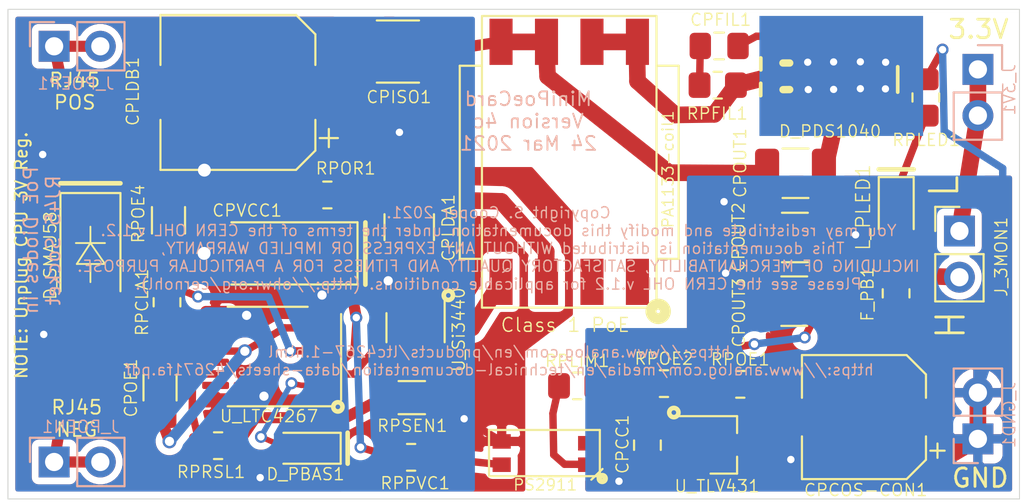
<source format=kicad_pcb>
(kicad_pcb (version 20171130) (host pcbnew "(5.1.8-0-10_14)")

  (general
    (thickness 1.6)
    (drawings 16)
    (tracks 182)
    (zones 0)
    (modules 37)
    (nets 27)
  )

  (page USLedger)
  (title_block
    (date 2019-12-29)
  )

  (layers
    (0 F.Cu signal)
    (31 B.Cu signal)
    (32 B.Adhes user hide)
    (33 F.Adhes user hide)
    (34 B.Paste user hide)
    (35 F.Paste user hide)
    (36 B.SilkS user hide)
    (37 F.SilkS user)
    (38 B.Mask user hide)
    (39 F.Mask user hide)
    (40 Dwgs.User user hide)
    (41 Cmts.User user hide)
    (42 Eco1.User user hide)
    (43 Eco2.User user hide)
    (44 Edge.Cuts user)
    (45 Margin user hide)
    (46 B.CrtYd user hide)
    (47 F.CrtYd user)
    (48 B.Fab user hide)
    (49 F.Fab user hide)
  )

  (setup
    (last_trace_width 0.2032)
    (trace_clearance 0.1778)
    (zone_clearance 0.381)
    (zone_45_only no)
    (trace_min 0.1778)
    (via_size 0.6604)
    (via_drill 0.4064)
    (via_min_size 0.4064)
    (via_min_drill 0.3556)
    (uvia_size 0.3)
    (uvia_drill 0.1)
    (uvias_allowed no)
    (uvia_min_size 0.2)
    (uvia_min_drill 0.1)
    (edge_width 0.05)
    (segment_width 0.2)
    (pcb_text_width 0.3)
    (pcb_text_size 1.5 1.5)
    (mod_edge_width 0.12)
    (mod_text_size 0.5 0.5)
    (mod_text_width 0.07)
    (pad_size 5.842 5.842)
    (pad_drill 3.200001)
    (pad_to_mask_clearance 0.0254)
    (solder_mask_min_width 0.0254)
    (aux_axis_origin 0 0)
    (visible_elements FEFDBF7F)
    (pcbplotparams
      (layerselection 0x010fc_ffffffff)
      (usegerberextensions false)
      (usegerberattributes false)
      (usegerberadvancedattributes false)
      (creategerberjobfile false)
      (excludeedgelayer true)
      (linewidth 0.100000)
      (plotframeref false)
      (viasonmask false)
      (mode 1)
      (useauxorigin false)
      (hpglpennumber 1)
      (hpglpenspeed 20)
      (hpglpendiameter 15.000000)
      (psnegative false)
      (psa4output false)
      (plotreference true)
      (plotvalue true)
      (plotinvisibletext false)
      (padsonsilk false)
      (subtractmaskfromsilk false)
      (outputformat 4)
      (mirror false)
      (drillshape 0)
      (scaleselection 1)
      (outputdirectory ""))
  )

  (net 0 "")
  (net 1 GND)
  (net 2 "Net-(CPCC1-Pad2)")
  (net 3 "Net-(CPCC1-Pad1)")
  (net 4 /PV3)
  (net 5 "Net-(CPFIL1-Pad1)")
  (net 6 GNDREF)
  (net 7 /VPORTP)
  (net 8 /VPORTN)
  (net 9 /PVCC)
  (net 10 /RUN)
  (net 11 /PLUS)
  (net 12 /NGATE)
  (net 13 /RCLASS)
  (net 14 /SENSE)
  (net 15 /SEN)
  (net 16 "Net-(PA1133-coil1-Pad4)")
  (net 17 "Net-(PA1133-coil1-Pad2)")
  (net 18 "Net-(PA1133-coil1-Pad1)")
  (net 19 "Net-(PS2911-Pad1)")
  (net 20 "Net-(D_PBAS1-Pad1)")
  (net 21 "Net-(D_PDS1040-Pad2)")
  (net 22 "Net-(U_LTC4267-Pad11)")
  (net 23 "Net-(U_LTC4267-Pad6)")
  (net 24 +3V0)
  (net 25 "Net-(J_3MON1-Pad1)")
  (net 26 "Net-(L_PLED1-Pad1)")

  (net_class Default "This is the default net class."
    (clearance 0.1778)
    (trace_width 0.2032)
    (via_dia 0.6604)
    (via_drill 0.4064)
    (uvia_dia 0.3)
    (uvia_drill 0.1)
    (diff_pair_width 0.2032)
    (diff_pair_gap 0.25)
    (add_net +3V0)
    (add_net /NGATE)
    (add_net /PLUS)
    (add_net /PV3)
    (add_net /PVCC)
    (add_net /RCLASS)
    (add_net /RUN)
    (add_net /SEN)
    (add_net /SENSE)
    (add_net /VPORTN)
    (add_net /VPORTP)
    (add_net GND)
    (add_net GNDREF)
    (add_net "Net-(CPCC1-Pad1)")
    (add_net "Net-(CPCC1-Pad2)")
    (add_net "Net-(CPFIL1-Pad1)")
    (add_net "Net-(D_PBAS1-Pad1)")
    (add_net "Net-(D_PDS1040-Pad2)")
    (add_net "Net-(J_3MON1-Pad1)")
    (add_net "Net-(L_PLED1-Pad1)")
    (add_net "Net-(PA1133-coil1-Pad1)")
    (add_net "Net-(PA1133-coil1-Pad2)")
    (add_net "Net-(PA1133-coil1-Pad4)")
    (add_net "Net-(PS2911-Pad1)")
    (add_net "Net-(U_LTC4267-Pad11)")
    (add_net "Net-(U_LTC4267-Pad6)")
  )

  (module MiniPoeCard:D_Powermite2_AK (layer F.Cu) (tedit 60559BFE) (tstamp 6052C6B1)
    (at 45.12564 3.66268 180)
    (descr "Microsemi Powermite 2 SMD power package (https://www.microsemi.com/packaging-information/partpackage/details?pid=5341)")
    (tags PowerMite2)
    (path /5D81E944)
    (attr smd)
    (fp_text reference D_PDS1040 (at -0.08636 -3.05054) (layer F.SilkS)
      (effects (font (size 0.6604 0.6604) (thickness 0.0762)))
    )
    (fp_text value PDS1040-13 (at -0.2286 2.9464) (layer F.Fab) hide
      (effects (font (size 0.3048 0.3048) (thickness 0.0508)))
    )
    (fp_line (start 3.72364 0.33274) (end 3.72364 0.98806) (layer F.SilkS) (width 0.2032))
    (fp_line (start -0.55 0.2) (end -0.55 -0.2) (layer F.Fab) (width 0.1))
    (fp_line (start -0.55 0) (end -0.8 0) (layer F.Fab) (width 0.1))
    (fp_line (start -0.55 0) (end -0.25 0.2) (layer F.Fab) (width 0.1))
    (fp_line (start -0.25 0.2) (end -0.25 -0.2) (layer F.Fab) (width 0.1))
    (fp_line (start -0.25 -0.2) (end -0.55 0) (layer F.Fab) (width 0.1))
    (fp_line (start -0.25 0) (end 0 0) (layer F.Fab) (width 0.1))
    (fp_line (start 2.5019 -0.75438) (end 2.13614 -0.7493) (layer F.SilkS) (width 0.4064))
    (fp_line (start 2.50698 0.7112) (end 2.13614 0.7112) (layer F.SilkS) (width 0.4064))
    (fp_line (start 3.3 -0.635) (end 1.88 -0.635) (layer F.Fab) (width 0.1))
    (fp_line (start 3.3 0.635) (end 3.3 -0.635) (layer F.Fab) (width 0.1))
    (fp_line (start 3.3 0.635) (end 1.88 0.635) (layer F.Fab) (width 0.1))
    (fp_line (start -2.44 2.03) (end 1.88 2.03) (layer F.Fab) (width 0.1))
    (fp_line (start -2.44 -2.03) (end -2.44 2.03) (layer F.Fab) (width 0.1))
    (fp_line (start 1.88 -2.03) (end -2.44 -2.03) (layer F.Fab) (width 0.1))
    (fp_line (start 1.88 2.03) (end 1.88 -2.03) (layer F.Fab) (width 0.1))
    (fp_line (start -3.12 -0.89) (end -2.44 -0.89) (layer F.Fab) (width 0.1))
    (fp_line (start -3.12 0.89) (end -3.12 -0.89) (layer F.Fab) (width 0.1))
    (fp_line (start -2.44 0.89) (end -3.12 0.89) (layer F.Fab) (width 0.1))
    (fp_line (start -3.62 2.6) (end 2.22 2.6) (layer F.CrtYd) (width 0.05))
    (fp_line (start 2.22 2.6) (end 2.2098 1.3716) (layer F.CrtYd) (width 0.05))
    (fp_line (start 2.2098 1.3716) (end 3.6098 1.3716) (layer F.CrtYd) (width 0.05))
    (fp_line (start 3.60934 1.3716) (end 3.62 -1.3716) (layer F.CrtYd) (width 0.05))
    (fp_line (start 3.62 -1.3716) (end 2.22 -1.3716) (layer F.CrtYd) (width 0.05))
    (fp_line (start 2.22 -1.3716) (end 2.22 -2.6) (layer F.CrtYd) (width 0.05))
    (fp_line (start 2.22 -2.6) (end -3.62 -2.6) (layer F.CrtYd) (width 0.05))
    (fp_line (start -3.62 -2.6) (end -3.62 2.6) (layer F.CrtYd) (width 0.05))
    (fp_line (start 3.72872 -1.08204) (end 3.72872 -0.40386) (layer F.SilkS) (width 0.2032))
    (fp_line (start -3.80492 -0.89154) (end -3.80492 0.50546) (layer F.SilkS) (width 0.2032))
    (fp_text user %R (at -0.3 -1) (layer F.Fab)
      (effects (font (size 1 1) (thickness 0.15)))
    )
    (pad 1 thru_hole circle (at -3.12928 -0.7112 180) (size 0.8 0.8) (drill 0.4) (layers *.Cu *.Mask)
      (net 4 /PV3))
    (pad 1 thru_hole circle (at -1.75006 -0.70104 180) (size 0.8 0.8) (drill 0.4) (layers *.Cu *.Mask)
      (net 4 /PV3))
    (pad 1 thru_hole circle (at -0.2794 -0.74168 180) (size 0.8 0.8) (drill 0.4) (layers *.Cu *.Mask)
      (net 4 /PV3))
    (pad 1 thru_hole circle (at -3.13944 0.75184 180) (size 0.8 0.8) (drill 0.4) (layers *.Cu *.Mask)
      (net 4 /PV3))
    (pad 1 thru_hole circle (at 1.11506 -0.7493 180) (size 0.8 0.8) (drill 0.4) (layers *.Cu *.Mask)
      (net 4 /PV3))
    (pad 1 thru_hole circle (at -1.75006 0.77724 180) (size 0.8 0.8) (drill 0.4) (layers *.Cu *.Mask)
      (net 4 /PV3))
    (pad 1 thru_hole circle (at -0.2794 0.76962 180) (size 0.8 0.8) (drill 0.4) (layers *.Cu *.Mask)
      (net 4 /PV3))
    (pad 1 thru_hole circle (at 1.14554 0.75438 180) (size 0.8 0.8) (drill 0.4) (layers *.Cu *.Mask)
      (net 4 /PV3))
    (pad 1 smd rect (at -0.7 0 180) (size 9 6.6) (layers B.Cu B.Paste B.Mask)
      (net 4 /PV3))
    (pad 1 smd rect (at -0.94996 0.00762 180) (size 5.3 5) (layers F.Cu F.Paste F.Mask)
      (net 4 /PV3))
    (pad 2 smd rect (at 3.1 0 180) (size 0.762 2.8) (layers F.Cu F.Paste F.Mask)
      (net 21 "Net-(D_PDS1040-Pad2)"))
    (model ${KISYS3DMOD}/Diode_SMD.3dshapes/D_Powermite2_AK.wrl
      (at (xyz 0 0 0))
      (scale (xyz 1 1 1))
      (rotate (xyz 0 0 0))
    )
  )

  (module MiniPoeCard:TSSOP-16_4.4x5mm_P0.65mm_special (layer F.Cu) (tedit 5FA86E94) (tstamp 6055938D)
    (at 14.28242 19.09318 180)
    (descr "TSSOP, 16 Pin (JEDEC MO-153 Var AB https://www.jedec.org/document_search?search_api_views_fulltext=MO-153), generated with kicad-footprint-generator ipc_gullwing_generator.py")
    (tags "TSSOP SO")
    (path /5D8162F0)
    (attr smd)
    (fp_text reference U_LTC4267 (at -0.0762 -3.2766) (layer F.SilkS)
      (effects (font (size 0.6604 0.6604) (thickness 0.0762)))
    )
    (fp_text value LTC4267IGN-1#PBF (at 0 3.1242) (layer F.Fab) hide
      (effects (font (size 0.3048 0.3048) (thickness 0.0508)))
    )
    (fp_line (start 3.85 -2.75) (end -3.85 -2.75) (layer F.CrtYd) (width 0.05))
    (fp_line (start 3.85 2.75) (end 3.85 -2.75) (layer F.CrtYd) (width 0.05))
    (fp_line (start -3.85 2.75) (end 3.85 2.75) (layer F.CrtYd) (width 0.05))
    (fp_line (start -3.85 -2.75) (end -3.85 2.75) (layer F.CrtYd) (width 0.05))
    (fp_line (start -2.2 -1.5) (end -1.2 -2.5) (layer F.Fab) (width 0.1))
    (fp_line (start -2.2 2.5) (end -2.2 -1.5) (layer F.Fab) (width 0.1))
    (fp_line (start 2.2 2.5) (end -2.2 2.5) (layer F.Fab) (width 0.1))
    (fp_line (start 2.2 -2.5) (end 2.2 2.5) (layer F.Fab) (width 0.1))
    (fp_line (start -1.2 -2.5) (end 2.2 -2.5) (layer F.Fab) (width 0.1))
    (fp_line (start 0 -2.735) (end -3.6 -2.735) (layer F.SilkS) (width 0.12))
    (fp_line (start 0 -2.735) (end 2.2 -2.735) (layer F.SilkS) (width 0.12))
    (fp_line (start 0 2.735) (end -2.2 2.735) (layer F.SilkS) (width 0.12))
    (fp_line (start 0 2.735) (end 2.2 2.735) (layer F.SilkS) (width 0.12))
    (fp_circle (center -3.8608 -2.7686) (end -3.6068 -2.7686) (layer F.SilkS) (width 0.254))
    (fp_line (start -4.0386 -2.3876) (end -4.0386 2.3368) (layer F.SilkS) (width 0.12))
    (fp_text user %R (at -0.0254 0.2286) (layer F.Fab) hide
      (effects (font (size 0.3048 0.3048) (thickness 0.0508)))
    )
    (pad 1 smd roundrect (at -2.8625 -2.2225 180) (size 1.475 0.4) (layers F.Cu F.Paste F.Mask) (roundrect_rratio 0.25)
      (net 6 GNDREF))
    (pad 2 smd roundrect (at -2.8625 -1.5875 180) (size 1.475 0.4) (layers F.Cu F.Paste F.Mask) (roundrect_rratio 0.25)
      (net 10 /RUN))
    (pad 3 smd roundrect (at -2.8625 -0.9525 180) (size 1.475 0.4) (layers F.Cu F.Paste F.Mask) (roundrect_rratio 0.25)
      (net 12 /NGATE))
    (pad 4 smd roundrect (at -2.8625 -0.3175 180) (size 1.475 0.4) (layers F.Cu F.Paste F.Mask) (roundrect_rratio 0.25)
      (net 9 /PVCC))
    (pad 5 smd roundrect (at -2.8625 0.3175 180) (size 1.475 0.4) (layers F.Cu F.Paste F.Mask) (roundrect_rratio 0.25)
      (net 13 /RCLASS))
    (pad 6 smd roundrect (at -2.8625 0.9525 180) (size 1.475 0.4) (layers F.Cu F.Paste F.Mask) (roundrect_rratio 0.25)
      (net 23 "Net-(U_LTC4267-Pad6)"))
    (pad 7 smd roundrect (at -2.8625 1.5875 180) (size 1.475 0.4) (layers F.Cu F.Paste F.Mask) (roundrect_rratio 0.25)
      (net 8 /VPORTN))
    (pad 8 smd roundrect (at -2.8625 2.2225 180) (size 1.475 0.4) (layers F.Cu F.Paste F.Mask) (roundrect_rratio 0.25)
      (net 6 GNDREF))
    (pad 9 smd roundrect (at 2.8625 2.2225 180) (size 1.475 0.4) (layers F.Cu F.Paste F.Mask) (roundrect_rratio 0.25)
      (net 6 GNDREF))
    (pad 10 smd roundrect (at 2.8625 1.5875 180) (size 1.475 0.4) (layers F.Cu F.Paste F.Mask) (roundrect_rratio 0.25)
      (net 6 GNDREF))
    (pad 11 smd roundrect (at 2.8625 0.9525 180) (size 1.475 0.4) (layers F.Cu F.Paste F.Mask) (roundrect_rratio 0.25)
      (net 22 "Net-(U_LTC4267-Pad11)"))
    (pad 12 smd roundrect (at 2.8625 0.3175 180) (size 1.475 0.4) (layers F.Cu F.Paste F.Mask) (roundrect_rratio 0.25)
      (net 8 /VPORTN))
    (pad 13 smd roundrect (at 2.8625 -0.3175 180) (size 1.475 0.4) (layers F.Cu F.Paste F.Mask) (roundrect_rratio 0.25)
      (net 7 /VPORTP))
    (pad 14 smd roundrect (at 2.8625 -0.9525 180) (size 1.475 0.4) (layers F.Cu F.Paste F.Mask) (roundrect_rratio 0.25)
      (net 14 /SENSE))
    (pad 15 smd roundrect (at 2.8625 -1.5875 180) (size 1.475 0.4) (layers F.Cu F.Paste F.Mask) (roundrect_rratio 0.25)
      (net 6 GNDREF))
    (pad 16 smd roundrect (at 2.8625 -2.2225 180) (size 1.475 0.4) (layers F.Cu F.Paste F.Mask) (roundrect_rratio 0.25)
      (net 6 GNDREF))
    (model ${KISYS3DMOD}/Package_SO.3dshapes/TSSOP-16_4.4x5mm_P0.65mm.wrl
      (at (xyz 0 0 0))
      (scale (xyz 1 1 1))
      (rotate (xyz 0 0 0))
    )
  )

  (module MiniPoeCard:BAS_SOD_HandSoldering (layer F.Cu) (tedit 5FD5307D) (tstamp 605594AB)
    (at 16.39824 24.13762 180)
    (descr BAS_SOD)
    (tags BAS_SOD)
    (path /5D96385D)
    (attr smd)
    (fp_text reference D_PBAS1 (at 0.03556 -1.42494) (layer F.SilkS)
      (effects (font (size 0.6604 0.6604) (thickness 0.0762)))
    )
    (fp_text value BASX16.135 (at 0.0762 1.25476) (layer F.Fab) hide
      (effects (font (size 0.3048 0.3048) (thickness 0.0508)))
    )
    (fp_line (start -1.9 -0.85) (end 1.25 -0.85) (layer F.SilkS) (width 0.12))
    (fp_line (start -1.9 0.85) (end 1.25 0.85) (layer F.SilkS) (width 0.12))
    (fp_line (start -2 -0.95) (end -2 0.95) (layer F.CrtYd) (width 0.05))
    (fp_line (start -2 0.95) (end 2 0.95) (layer F.CrtYd) (width 0.05))
    (fp_line (start 2 -0.95) (end 2 0.95) (layer F.CrtYd) (width 0.05))
    (fp_line (start -2 -0.95) (end 2 -0.95) (layer F.CrtYd) (width 0.05))
    (fp_line (start -0.9 -0.7) (end 0.9 -0.7) (layer F.Fab) (width 0.1))
    (fp_line (start 0.9 -0.7) (end 0.9 0.7) (layer F.Fab) (width 0.1))
    (fp_line (start 0.9 0.7) (end -0.9 0.7) (layer F.Fab) (width 0.1))
    (fp_line (start -0.9 0.7) (end -0.9 -0.7) (layer F.Fab) (width 0.1))
    (fp_line (start -0.3 -0.35) (end -0.3 0.35) (layer F.Fab) (width 0.1))
    (fp_line (start -0.3 0) (end -0.5 0) (layer F.Fab) (width 0.1))
    (fp_line (start -0.3 0) (end 0.2 -0.35) (layer F.Fab) (width 0.1))
    (fp_line (start 0.2 -0.35) (end 0.2 0.35) (layer F.Fab) (width 0.1))
    (fp_line (start 0.2 0.35) (end -0.3 0) (layer F.Fab) (width 0.1))
    (fp_line (start 0.2 0) (end 0.45 0) (layer F.Fab) (width 0.1))
    (fp_line (start -1.9 -0.85) (end -1.9 0.85) (layer F.SilkS) (width 0.12))
    (fp_line (start -2.28346 -0.84656) (end -2.28346 0.85344) (layer F.SilkS) (width 0.254))
    (fp_text user %R (at 2.37998 0.1651 90) (layer F.Fab) hide
      (effects (font (size 0.3048 0.3048) (thickness 0.0508)))
    )
    (pad 1 smd rect (at -1.05 0 180) (size 1.4 1) (layers F.Cu F.Paste F.Mask)
      (net 20 "Net-(D_PBAS1-Pad1)"))
    (pad 2 smd rect (at 1.05 0 180) (size 1.4 1) (layers F.Cu F.Paste F.Mask)
      (net 10 /RUN))
    (model ${KISYS3DMOD}/Diode_SMD.3dshapes/D_SOD-323.wrl
      (at (xyz 0 0 0))
      (scale (xyz 1 1 1))
      (rotate (xyz 0 0 0))
    )
  )

  (module MiniPoeCard:PS2911 (layer F.Cu) (tedit 5E24117A) (tstamp 60559519)
    (at 29.5021 24.40178 90)
    (path /5D81E16A)
    (fp_text reference PS2911 (at -1.75006 0.04572) (layer F.SilkS)
      (effects (font (size 0.6096 0.6096) (thickness 0.0762)))
    )
    (fp_text value PS2911-1-F3-AX (at 0.6096 3.6068 90) (layer F.Fab) hide
      (effects (font (size 0.6096 0.6096) (thickness 0.0635)))
    )
    (fp_line (start 1.27 3.048) (end 1.27 -3.048) (layer F.SilkS) (width 0.12))
    (fp_line (start 1.27 -3.048) (end -1.27 -3.048) (layer F.SilkS) (width 0.12))
    (fp_line (start -1.27 -3.048) (end -1.27 3.048) (layer F.SilkS) (width 0.12))
    (fp_line (start -1.27 3.048) (end 1.27 3.048) (layer F.SilkS) (width 0.12))
    (fp_line (start -1.27 2.8448) (end -1.0668 3.048) (layer F.SilkS) (width 0.12))
    (fp_line (start -1.46558 2.5781) (end -0.87376 3.19532) (layer F.SilkS) (width 0.12))
    (fp_circle (center -1.39954 3.18008) (end -1.236901 3.18008) (layer F.SilkS) (width 0.3))
    (pad 2 smd rect (at 0.54 2.35 90) (size 0.8 1) (layers F.Cu F.Paste F.Mask)
      (net 3 "Net-(CPCC1-Pad1)"))
    (pad 1 smd rect (at -0.64 2.35 90) (size 0.8 1) (layers F.Cu F.Paste F.Mask)
      (net 19 "Net-(PS2911-Pad1)"))
    (pad 3 smd rect (at 0.64 -2.35 90) (size 0.8 1) (layers F.Cu F.Paste F.Mask)
      (net 6 GNDREF))
    (pad 4 smd rect (at -0.64 -2.35 90) (size 0.8 1) (layers F.Cu F.Paste F.Mask)
      (net 20 "Net-(D_PBAS1-Pad1)"))
  )

  (module MiniPoeCard:PA1133 (layer F.Cu) (tedit 5FA5E2DD) (tstamp 6055954B)
    (at 30.86608 8.38708)
    (path /5D81F1AF)
    (fp_text reference PA1133-coil1 (at 5.43052 0.41148 -270) (layer F.SilkS)
      (effects (font (size 0.6096 0.6096) (thickness 0.0762)))
    )
    (fp_text value PA1133NLT (at -5.5118 -1.905 -270) (layer F.Fab)
      (effects (font (size 0.6096 0.6096) (thickness 0.0635)))
    )
    (fp_line (start -4.8006 5.334) (end -6.0198 5.334) (layer F.SilkS) (width 0.12))
    (fp_line (start -4.8006 -5.2832) (end -6.0198 -5.2832) (layer F.SilkS) (width 0.12))
    (fp_line (start 6.0198 5.334) (end 4.8006 5.334) (layer F.SilkS) (width 0.12))
    (fp_line (start 6.0198 -5.2832) (end 4.8006 -5.2832) (layer F.SilkS) (width 0.12))
    (fp_line (start -6.0198 -5.2832) (end -6.0198 5.334) (layer F.SilkS) (width 0.12))
    (fp_line (start 6.0198 -5.2832) (end 6.0198 5.334) (layer F.SilkS) (width 0.12))
    (fp_circle (center 4.89204 8.22198) (end 5.29204 8.22198) (layer F.SilkS) (width 0.6))
    (fp_line (start -4.8 -8.02) (end 4.8 -8.02) (layer F.SilkS) (width 0.12))
    (fp_line (start -4.8 7.9756) (end -4.8 -7.9502) (layer F.SilkS) (width 0.12))
    (fp_line (start 4.8 8.02) (end -4.8 8.02) (layer F.SilkS) (width 0.12))
    (fp_line (start 4.8 -7.9502) (end 4.8 8.0264) (layer F.SilkS) (width 0.12))
    (pad 5 smd rect (at -3.75 -6.6) (size 1.27 2.54) (layers F.Cu F.Paste F.Mask)
      (net 1 GND))
    (pad 6 smd rect (at -1.25 -6.6) (size 1.27 2.54) (layers F.Cu F.Paste F.Mask)
      (net 1 GND))
    (pad 7 smd rect (at 1.25 -6.6) (size 1.27 2.54) (layers F.Cu F.Paste F.Mask)
      (net 21 "Net-(D_PDS1040-Pad2)"))
    (pad 8 smd rect (at 3.75 -6.6) (size 1.27 2.54) (layers F.Cu F.Paste F.Mask)
      (net 21 "Net-(D_PDS1040-Pad2)"))
    (pad 4 smd rect (at -3.75 6.6) (size 1.27 2.54) (layers F.Cu F.Paste F.Mask)
      (net 16 "Net-(PA1133-coil1-Pad4)"))
    (pad 3 smd rect (at -1.25 6.6) (size 1.27 2.54) (layers F.Cu F.Paste F.Mask)
      (net 7 /VPORTP))
    (pad 2 smd rect (at 1.25 6.6) (size 1.27 2.54) (layers F.Cu F.Paste F.Mask)
      (net 17 "Net-(PA1133-coil1-Pad2)"))
    (pad 1 smd rect (at 3.75 6.6) (size 1.27 2.54) (layers F.Cu F.Paste F.Mask)
      (net 18 "Net-(PA1133-coil1-Pad1)"))
  )

  (module Package_TO_SOT_SMD:SOT-23_Handsoldering (layer F.Cu) (tedit 5FA84E32) (tstamp 5EE0689F)
    (at 39.33698 23.9522)
    (descr "SOT-23, Handsoldering")
    (tags SOT-23)
    (path /5D81CCA0)
    (attr smd)
    (fp_text reference U_TLV431 (at -0.34036 2.27076) (layer F.SilkS)
      (effects (font (size 0.6604 0.6604) (thickness 0.0762)))
    )
    (fp_text value TLV431 (at 0 2.5) (layer F.Fab) hide
      (effects (font (size 0.3048 0.3048) (thickness 0.0762)))
    )
    (fp_circle (center -2.7178 -1.778) (end -2.4638 -1.778) (layer F.SilkS) (width 0.254))
    (fp_line (start 0.76 1.58) (end 0.76 0.65) (layer F.SilkS) (width 0.12))
    (fp_line (start 0.76 -1.58) (end 0.76 -0.65) (layer F.SilkS) (width 0.12))
    (fp_line (start -2.7 -1.75) (end 2.7 -1.75) (layer F.CrtYd) (width 0.05))
    (fp_line (start 2.7 -1.75) (end 2.7 1.75) (layer F.CrtYd) (width 0.05))
    (fp_line (start 2.7 1.75) (end -2.7 1.75) (layer F.CrtYd) (width 0.05))
    (fp_line (start -2.7 1.75) (end -2.7 -1.75) (layer F.CrtYd) (width 0.05))
    (fp_line (start 0.76 -1.58) (end -2.4 -1.58) (layer F.SilkS) (width 0.12))
    (fp_line (start -0.7 -0.95) (end -0.7 1.5) (layer F.Fab) (width 0.1))
    (fp_line (start -0.15 -1.52) (end 0.7 -1.52) (layer F.Fab) (width 0.1))
    (fp_line (start -0.7 -0.95) (end -0.15 -1.52) (layer F.Fab) (width 0.1))
    (fp_line (start 0.7 -1.52) (end 0.7 1.52) (layer F.Fab) (width 0.1))
    (fp_line (start -0.7 1.52) (end 0.7 1.52) (layer F.Fab) (width 0.1))
    (fp_line (start 0.76 1.58) (end -0.7 1.58) (layer F.SilkS) (width 0.12))
    (fp_text user %R (at 0 0 -270) (layer F.Fab) hide
      (effects (font (size 0.5 0.5) (thickness 0.075)))
    )
    (pad 3 smd rect (at 1.5 0) (size 1.9 0.8) (layers F.Cu F.Paste F.Mask)
      (net 1 GND))
    (pad 2 smd rect (at -1.5 0.95) (size 1.9 0.8) (layers F.Cu F.Paste F.Mask)
      (net 3 "Net-(CPCC1-Pad1)"))
    (pad 1 smd rect (at -1.5 -0.95) (size 1.9 0.8) (layers F.Cu F.Paste F.Mask)
      (net 2 "Net-(CPCC1-Pad2)"))
    (model ${KISYS3DMOD}/Package_TO_SOT_SMD.3dshapes/SOT-23.wrl
      (at (xyz 0 0 0))
      (scale (xyz 1 1 1))
      (rotate (xyz 0 0 0))
    )
  )

  (module Package_SO:TSOP-6_1.65x3.05mm_P0.95mm (layer F.Cu) (tedit 5FBB72D2) (tstamp 6055958D)
    (at 22.4155 17.50822 270)
    (descr "TSOP-6 package (comparable to TSOT-23), https://www.vishay.com/docs/71200/71200.pdf")
    (tags "Jedec MO-193C TSOP-6L")
    (path /5D81DA87)
    (attr smd)
    (fp_text reference U_Si3440 (at 0.10922 -2.37236 90) (layer F.SilkS)
      (effects (font (size 0.6604 0.6604) (thickness 0.0762)))
    )
    (fp_text value Si3440 (at -0.0508 2.0828 90) (layer F.Fab) hide
      (effects (font (size 0.3048 0.3048) (thickness 0.0762)))
    )
    (fp_circle (center -1.778 -1.8034) (end -1.524 -1.8034) (layer F.SilkS) (width 0.254))
    (fp_line (start -0.8 1.6) (end 0.8 1.6) (layer F.SilkS) (width 0.12))
    (fp_line (start 0.8 -1.6) (end -1.5 -1.6) (layer F.SilkS) (width 0.12))
    (fp_line (start -0.825 -1.1) (end -0.425 -1.525) (layer F.Fab) (width 0.1))
    (fp_line (start 0.825 -1.525) (end -0.425 -1.525) (layer F.Fab) (width 0.1))
    (fp_line (start -0.825 -1.1) (end -0.825 1.525) (layer F.Fab) (width 0.1))
    (fp_line (start 0.825 1.525) (end -0.825 1.525) (layer F.Fab) (width 0.1))
    (fp_line (start 0.825 -1.525) (end 0.825 1.525) (layer F.Fab) (width 0.1))
    (fp_line (start -1.76 -1.78) (end 1.76 -1.78) (layer F.CrtYd) (width 0.05))
    (fp_line (start -1.76 -1.78) (end -1.76 1.77) (layer F.CrtYd) (width 0.05))
    (fp_line (start 1.76 1.77) (end 1.76 -1.78) (layer F.CrtYd) (width 0.05))
    (fp_line (start 1.76 1.77) (end -1.76 1.77) (layer F.CrtYd) (width 0.05))
    (fp_text user %R (at 0 0) (layer F.Fab) hide
      (effects (font (size 0.5 0.5) (thickness 0.075)))
    )
    (pad 6 smd rect (at 1.16 -0.95 270) (size 1.2 0.56) (layers F.Cu F.Paste F.Mask)
      (net 16 "Net-(PA1133-coil1-Pad4)"))
    (pad 5 smd rect (at 1.16 0 270) (size 1.2 0.56) (layers F.Cu F.Paste F.Mask)
      (net 16 "Net-(PA1133-coil1-Pad4)"))
    (pad 4 smd rect (at 1.16 0.95 270) (size 1.2 0.56) (layers F.Cu F.Paste F.Mask)
      (net 15 /SEN))
    (pad 3 smd rect (at -1.16 0.95 270) (size 1.2 0.56) (layers F.Cu F.Paste F.Mask)
      (net 12 /NGATE))
    (pad 2 smd rect (at -1.16 0 270) (size 1.2 0.56) (layers F.Cu F.Paste F.Mask)
      (net 16 "Net-(PA1133-coil1-Pad4)"))
    (pad 1 smd rect (at -1.16 -0.95 270) (size 1.2 0.56) (layers F.Cu F.Paste F.Mask)
      (net 16 "Net-(PA1133-coil1-Pad4)"))
    (model ${KISYS3DMOD}/Package_SO.3dshapes/TSOP-6_1.65x3.05mm_P0.95mm.wrl
      (at (xyz 0 0 0))
      (scale (xyz 1 1 1))
      (rotate (xyz 0 0 0))
    )
  )

  (module Diode_SMD:D_SMA (layer F.Cu) (tedit 5FA84D7D) (tstamp 6055973F)
    (at 4.53644 13.50264 270)
    (descr "Diode SMA (DO-214AC)")
    (tags "Diode SMA (DO-214AC)")
    (path /5D962C05)
    (attr smd)
    (fp_text reference D_SMAJ58 (at 0.0381 2.21234 90) (layer F.SilkS)
      (effects (font (size 0.6604 0.6604) (thickness 0.0762)))
    )
    (fp_text value SMAJ58A-13-F (at -0.0254 2.0828 90) (layer F.Fab) hide
      (effects (font (size 0.3048 0.3048) (thickness 0.0762)))
    )
    (fp_line (start -3.937 -1.65) (end -3.937 1.65) (layer F.SilkS) (width 0.254))
    (fp_line (start -3.4 -1.65) (end -3.4 1.65) (layer F.SilkS) (width 0.12))
    (fp_line (start 2.3 1.5) (end -2.3 1.5) (layer F.Fab) (width 0.1))
    (fp_line (start -2.3 1.5) (end -2.3 -1.5) (layer F.Fab) (width 0.1))
    (fp_line (start 2.3 -1.5) (end 2.3 1.5) (layer F.Fab) (width 0.1))
    (fp_line (start 2.3 -1.5) (end -2.3 -1.5) (layer F.Fab) (width 0.1))
    (fp_line (start -3.5 -1.75) (end 3.5 -1.75) (layer F.CrtYd) (width 0.05))
    (fp_line (start 3.5 -1.75) (end 3.5 1.75) (layer F.CrtYd) (width 0.05))
    (fp_line (start 3.5 1.75) (end -3.5 1.75) (layer F.CrtYd) (width 0.05))
    (fp_line (start -3.5 1.75) (end -3.5 -1.75) (layer F.CrtYd) (width 0.05))
    (fp_line (start -0.64944 0.00102) (end -1.55114 0.00102) (layer F.SilkS) (width 0.1))
    (fp_line (start 0.50118 0.00102) (end 1.4994 0.00102) (layer F.SilkS) (width 0.1))
    (fp_line (start -0.64944 -0.79908) (end -0.64944 0.80112) (layer F.SilkS) (width 0.1))
    (fp_line (start 0.50118 0.75032) (end 0.50118 -0.79908) (layer F.SilkS) (width 0.1))
    (fp_line (start -0.64944 0.00102) (end 0.50118 0.75032) (layer F.SilkS) (width 0.1))
    (fp_line (start -0.64944 0.00102) (end 0.50118 -0.79908) (layer F.SilkS) (width 0.1))
    (fp_line (start -3.4 1.65) (end 2 1.65) (layer F.SilkS) (width 0.12))
    (fp_line (start -3.4 -1.65) (end 2 -1.65) (layer F.SilkS) (width 0.12))
    (fp_text user %R (at 0.127 -2.032 90) (layer F.Fab) hide
      (effects (font (size 0.3048 0.3048) (thickness 0.0762)))
    )
    (pad 2 smd rect (at 2 0 270) (size 2.5 1.8) (layers F.Cu F.Paste F.Mask)
      (net 8 /VPORTN))
    (pad 1 smd rect (at -2 0 270) (size 2.5 1.8) (layers F.Cu F.Paste F.Mask)
      (net 11 /PLUS))
    (model ${KISYS3DMOD}/Diode_SMD.3dshapes/D_SMA.wrl
      (at (xyz 0 0 0))
      (scale (xyz 1 1 1))
      (rotate (xyz 0 0 0))
    )
  )

  (module Capacitor_SMD:CP_Elec_6.3x7.7 (layer F.Cu) (tedit 5FA84CD3) (tstamp 5EE0643C)
    (at 47.07382 22.42312 180)
    (descr "SMD capacitor, aluminum electrolytic, Nichicon, 6.3x7.7mm")
    (tags "capacitor electrolytic")
    (path /5D9AB7C5)
    (attr smd)
    (fp_text reference CPCOS-CON1 (at -0.1016 -4.0132) (layer F.SilkS)
      (effects (font (size 0.6604 0.6604) (thickness 0.0762)))
    )
    (fp_text value "330uf 6.3V" (at 0 4.35) (layer F.Fab) hide
      (effects (font (size 0.3048 0.3048) (thickness 0.0762)))
    )
    (fp_circle (center 0 0) (end 3.15 0) (layer F.Fab) (width 0.1))
    (fp_line (start 3.3 -3.3) (end 3.3 3.3) (layer F.Fab) (width 0.1))
    (fp_line (start -2.3 -3.3) (end 3.3 -3.3) (layer F.Fab) (width 0.1))
    (fp_line (start -2.3 3.3) (end 3.3 3.3) (layer F.Fab) (width 0.1))
    (fp_line (start -3.3 -2.3) (end -3.3 2.3) (layer F.Fab) (width 0.1))
    (fp_line (start -3.3 -2.3) (end -2.3 -3.3) (layer F.Fab) (width 0.1))
    (fp_line (start -3.3 2.3) (end -2.3 3.3) (layer F.Fab) (width 0.1))
    (fp_line (start -2.704838 -1.33) (end -2.074838 -1.33) (layer F.Fab) (width 0.1))
    (fp_line (start -2.389838 -1.645) (end -2.389838 -1.015) (layer F.Fab) (width 0.1))
    (fp_line (start 3.41 3.41) (end 3.41 1.06) (layer F.SilkS) (width 0.12))
    (fp_line (start 3.41 -3.41) (end 3.41 -1.06) (layer F.SilkS) (width 0.12))
    (fp_line (start -2.345563 -3.41) (end 3.41 -3.41) (layer F.SilkS) (width 0.12))
    (fp_line (start -2.345563 3.41) (end 3.41 3.41) (layer F.SilkS) (width 0.12))
    (fp_line (start -3.41 2.345563) (end -3.41 1.06) (layer F.SilkS) (width 0.12))
    (fp_line (start -3.41 -2.345563) (end -3.41 -1.06) (layer F.SilkS) (width 0.12))
    (fp_line (start -3.41 -2.345563) (end -2.345563 -3.41) (layer F.SilkS) (width 0.12))
    (fp_line (start -3.41 2.345563) (end -2.345563 3.41) (layer F.SilkS) (width 0.12))
    (fp_line (start -4.4375 -1.8475) (end -3.65 -1.8475) (layer F.SilkS) (width 0.12))
    (fp_line (start -4.04375 -2.24125) (end -4.04375 -1.45375) (layer F.SilkS) (width 0.12))
    (fp_line (start 3.55 -3.55) (end 3.55 -1.05) (layer F.CrtYd) (width 0.05))
    (fp_line (start 3.55 -1.05) (end 4.7 -1.05) (layer F.CrtYd) (width 0.05))
    (fp_line (start 4.7 -1.05) (end 4.7 1.05) (layer F.CrtYd) (width 0.05))
    (fp_line (start 4.7 1.05) (end 3.55 1.05) (layer F.CrtYd) (width 0.05))
    (fp_line (start 3.55 1.05) (end 3.55 3.55) (layer F.CrtYd) (width 0.05))
    (fp_line (start -2.4 3.55) (end 3.55 3.55) (layer F.CrtYd) (width 0.05))
    (fp_line (start -2.4 -3.55) (end 3.55 -3.55) (layer F.CrtYd) (width 0.05))
    (fp_line (start -3.55 2.4) (end -2.4 3.55) (layer F.CrtYd) (width 0.05))
    (fp_line (start -3.55 -2.4) (end -2.4 -3.55) (layer F.CrtYd) (width 0.05))
    (fp_line (start -3.55 -2.4) (end -3.55 -1.05) (layer F.CrtYd) (width 0.05))
    (fp_line (start -3.55 1.05) (end -3.55 2.4) (layer F.CrtYd) (width 0.05))
    (fp_line (start -3.55 -1.05) (end -4.7 -1.05) (layer F.CrtYd) (width 0.05))
    (fp_line (start -4.7 -1.05) (end -4.7 1.05) (layer F.CrtYd) (width 0.05))
    (fp_line (start -4.7 1.05) (end -3.55 1.05) (layer F.CrtYd) (width 0.05))
    (fp_text user %R (at 0 0) (layer F.Fab) hide
      (effects (font (size 1 1) (thickness 0.15)))
    )
    (pad 2 smd roundrect (at 2.7 0 180) (size 3.5 1.6) (layers F.Cu F.Paste F.Mask) (roundrect_rratio 0.15625)
      (net 1 GND))
    (pad 1 smd roundrect (at -2.7 0 180) (size 3.5 1.6) (layers F.Cu F.Paste F.Mask) (roundrect_rratio 0.15625)
      (net 4 /PV3))
    (model ${KISYS3DMOD}/Capacitor_SMD.3dshapes/CP_Elec_6.3x7.7.wrl
      (at (xyz 0 0 0))
      (scale (xyz 1 1 1))
      (rotate (xyz 0 0 0))
    )
  )

  (module Capacitor_SMD:CP_Elec_8x10 (layer F.Cu) (tedit 5FA84F75) (tstamp 60559640)
    (at 12.64666 4.56946 180)
    (descr "SMD capacitor, aluminum electrolytic, Nichicon, 8.0x10mm")
    (tags "capacitor electrolytic")
    (path /5D833EA0)
    (attr smd)
    (fp_text reference CPLDB1 (at 5.78358 0.05842 90) (layer F.SilkS)
      (effects (font (size 0.6604 0.6604) (thickness 0.0762)))
    )
    (fp_text value "4.7uf 100V" (at -0.0254 4.7244) (layer F.Fab) hide
      (effects (font (size 0.3048 0.3048) (thickness 0.0762)))
    )
    (fp_circle (center 0 0) (end 4 0) (layer F.Fab) (width 0.1))
    (fp_line (start 4.15 -4.15) (end 4.15 4.15) (layer F.Fab) (width 0.1))
    (fp_line (start -3.15 -4.15) (end 4.15 -4.15) (layer F.Fab) (width 0.1))
    (fp_line (start -3.15 4.15) (end 4.15 4.15) (layer F.Fab) (width 0.1))
    (fp_line (start -4.15 -3.15) (end -4.15 3.15) (layer F.Fab) (width 0.1))
    (fp_line (start -4.15 -3.15) (end -3.15 -4.15) (layer F.Fab) (width 0.1))
    (fp_line (start -4.15 3.15) (end -3.15 4.15) (layer F.Fab) (width 0.1))
    (fp_line (start -3.562278 -1.5) (end -2.762278 -1.5) (layer F.Fab) (width 0.1))
    (fp_line (start -3.162278 -1.9) (end -3.162278 -1.1) (layer F.Fab) (width 0.1))
    (fp_line (start 4.26 4.26) (end 4.26 1.51) (layer F.SilkS) (width 0.12))
    (fp_line (start 4.26 -4.26) (end 4.26 -1.51) (layer F.SilkS) (width 0.12))
    (fp_line (start -3.195563 -4.26) (end 4.26 -4.26) (layer F.SilkS) (width 0.12))
    (fp_line (start -3.195563 4.26) (end 4.26 4.26) (layer F.SilkS) (width 0.12))
    (fp_line (start -4.26 3.195563) (end -4.26 1.51) (layer F.SilkS) (width 0.12))
    (fp_line (start -4.26 -3.195563) (end -4.26 -1.51) (layer F.SilkS) (width 0.12))
    (fp_line (start -4.26 -3.195563) (end -3.195563 -4.26) (layer F.SilkS) (width 0.12))
    (fp_line (start -4.26 3.195563) (end -3.195563 4.26) (layer F.SilkS) (width 0.12))
    (fp_line (start -5.5 -2.51) (end -4.5 -2.51) (layer F.SilkS) (width 0.12))
    (fp_line (start -5 -3.01) (end -5 -2.01) (layer F.SilkS) (width 0.12))
    (fp_line (start 4.4 -4.4) (end 4.4 -1.5) (layer F.CrtYd) (width 0.05))
    (fp_line (start 4.4 -1.5) (end 5.25 -1.5) (layer F.CrtYd) (width 0.05))
    (fp_line (start 5.25 -1.5) (end 5.25 1.5) (layer F.CrtYd) (width 0.05))
    (fp_line (start 5.25 1.5) (end 4.4 1.5) (layer F.CrtYd) (width 0.05))
    (fp_line (start 4.4 1.5) (end 4.4 4.4) (layer F.CrtYd) (width 0.05))
    (fp_line (start -3.25 4.4) (end 4.4 4.4) (layer F.CrtYd) (width 0.05))
    (fp_line (start -3.25 -4.4) (end 4.4 -4.4) (layer F.CrtYd) (width 0.05))
    (fp_line (start -4.4 3.25) (end -3.25 4.4) (layer F.CrtYd) (width 0.05))
    (fp_line (start -4.4 -3.25) (end -3.25 -4.4) (layer F.CrtYd) (width 0.05))
    (fp_line (start -4.4 -3.25) (end -4.4 -1.5) (layer F.CrtYd) (width 0.05))
    (fp_line (start -4.4 1.5) (end -4.4 3.25) (layer F.CrtYd) (width 0.05))
    (fp_line (start -4.4 -1.5) (end -5.25 -1.5) (layer F.CrtYd) (width 0.05))
    (fp_line (start -5.25 -1.5) (end -5.25 1.5) (layer F.CrtYd) (width 0.05))
    (fp_line (start -5.25 1.5) (end -4.4 1.5) (layer F.CrtYd) (width 0.05))
    (fp_text user %R (at 0.0508 1.7526) (layer F.Fab) hide
      (effects (font (size 1 1) (thickness 0.15)))
    )
    (pad 2 smd roundrect (at 3.25 0 180) (size 3.5 2.5) (layers F.Cu F.Paste F.Mask) (roundrect_rratio 0.1)
      (net 6 GNDREF))
    (pad 1 smd roundrect (at -3.25 0 180) (size 3.5 2.5) (layers F.Cu F.Paste F.Mask) (roundrect_rratio 0.1)
      (net 7 /VPORTP))
    (model ${KISYS3DMOD}/Capacitor_SMD.3dshapes/CP_Elec_8x10.wrl
      (at (xyz 0 0 0))
      (scale (xyz 1 1 1))
      (rotate (xyz 0 0 0))
    )
  )

  (module Capacitor_Tantalum_SMD:CP_EIA-6032-15_Kemet-U_Pad2.25x2.35mm_HandSolder (layer F.Cu) (tedit 5FA84FE2) (tstamp 605596D1)
    (at 15.28826 13.42136 180)
    (descr "Tantalum Capacitor SMD Kemet-U (6032-15 Metric), IPC_7351 nominal, (Body size from: http://www.kemet.com/Lists/ProductCatalog/Attachments/253/KEM_TC101_STD.pdf), generated with kicad-footprint-generator")
    (tags "capacitor tantalum")
    (path /5D8482F3)
    (attr smd)
    (fp_text reference CPVCC1 (at 2.1336 2.35712 180) (layer F.SilkS)
      (effects (font (size 0.6604 0.6604) (thickness 0.0762)))
    )
    (fp_text value "4.7uf 50V TANT" (at -0.0254 2.2606) (layer F.Fab) hide
      (effects (font (size 0.3048 0.3048) (thickness 0.0762)))
    )
    (fp_line (start -4.3688 -1.7182) (end -4.3688 1.7018) (layer F.SilkS) (width 0.254))
    (fp_line (start 3 -1.6) (end -2.2 -1.6) (layer F.Fab) (width 0.1))
    (fp_line (start -2.2 -1.6) (end -3 -0.8) (layer F.Fab) (width 0.1))
    (fp_line (start -3 -0.8) (end -3 1.6) (layer F.Fab) (width 0.1))
    (fp_line (start -3 1.6) (end 3 1.6) (layer F.Fab) (width 0.1))
    (fp_line (start 3 1.6) (end 3 -1.6) (layer F.Fab) (width 0.1))
    (fp_line (start 3 -1.71) (end -3.935 -1.71) (layer F.SilkS) (width 0.12))
    (fp_line (start -3.935 -1.71) (end -3.935 1.71) (layer F.SilkS) (width 0.12))
    (fp_line (start -3.935 1.71) (end 3 1.71) (layer F.SilkS) (width 0.12))
    (fp_line (start -3.92 1.85) (end -3.92 -1.85) (layer F.CrtYd) (width 0.05))
    (fp_line (start -3.92 -1.85) (end 3.92 -1.85) (layer F.CrtYd) (width 0.05))
    (fp_line (start 3.92 -1.85) (end 3.92 1.85) (layer F.CrtYd) (width 0.05))
    (fp_line (start 3.92 1.85) (end -3.92 1.85) (layer F.CrtYd) (width 0.05))
    (fp_text user %R (at 0 0) (layer F.Fab) hide
      (effects (font (size 1 1) (thickness 0.15)))
    )
    (pad 2 smd roundrect (at 2.55 0 180) (size 2.25 2.35) (layers F.Cu F.Paste F.Mask) (roundrect_rratio 0.111111)
      (net 6 GNDREF))
    (pad 1 smd roundrect (at -2.55 0 180) (size 2.25 2.35) (layers F.Cu F.Paste F.Mask) (roundrect_rratio 0.111111)
      (net 9 /PVCC))
    (model ${KISYS3DMOD}/Capacitor_Tantalum_SMD.3dshapes/CP_EIA-6032-15_Kemet-U.wrl
      (at (xyz 0 0 0))
      (scale (xyz 1 1 1))
      (rotate (xyz 0 0 0))
    )
  )

  (module Resistor_SMD:R_0805_2012Metric_Pad1.20x1.40mm_HandSolder (layer F.Cu) (tedit 5FA7A271) (tstamp 60559473)
    (at 8.74776 16.10868 90)
    (descr "Resistor SMD 0805 (2012 Metric), square (rectangular) end terminal, IPC_7351 nominal with elongated pad for handsoldering. (Body size source: IPC-SM-782 page 72, https://www.pcb-3d.com/wordpress/wp-content/uploads/ipc-sm-782a_amendment_1_and_2.pdf), generated with kicad-footprint-generator")
    (tags "resistor handsolder")
    (path /5D83A3D1)
    (attr smd)
    (fp_text reference RPCLA1 (at 0 -1.3716 90) (layer F.SilkS)
      (effects (font (size 0.6604 0.6604) (thickness 0.0762)))
    )
    (fp_text value "124 0.1%" (at 0 1.27 90) (layer F.Fab) hide
      (effects (font (size 0.3048 0.3048) (thickness 0.0508)))
    )
    (fp_line (start 1.85 0.95) (end -1.85 0.95) (layer F.CrtYd) (width 0.05))
    (fp_line (start 1.85 -0.95) (end 1.85 0.95) (layer F.CrtYd) (width 0.05))
    (fp_line (start -1.85 -0.95) (end 1.85 -0.95) (layer F.CrtYd) (width 0.05))
    (fp_line (start -1.85 0.95) (end -1.85 -0.95) (layer F.CrtYd) (width 0.05))
    (fp_line (start -0.227064 0.735) (end 0.227064 0.735) (layer F.SilkS) (width 0.12))
    (fp_line (start -0.227064 -0.735) (end 0.227064 -0.735) (layer F.SilkS) (width 0.12))
    (fp_line (start 1 0.625) (end -1 0.625) (layer F.Fab) (width 0.1))
    (fp_line (start 1 -0.625) (end 1 0.625) (layer F.Fab) (width 0.1))
    (fp_line (start -1 -0.625) (end 1 -0.625) (layer F.Fab) (width 0.1))
    (fp_line (start -1 0.625) (end -1 -0.625) (layer F.Fab) (width 0.1))
    (fp_text user %R (at 0 0.2032 90) (layer F.Fab) hide
      (effects (font (size 0.5 0.5) (thickness 0.08)))
    )
    (pad 2 smd roundrect (at 1 0 90) (size 1.2 1.4) (layers F.Cu F.Paste F.Mask) (roundrect_rratio 0.208333)
      (net 13 /RCLASS))
    (pad 1 smd roundrect (at -1 0 90) (size 1.2 1.4) (layers F.Cu F.Paste F.Mask) (roundrect_rratio 0.208333)
      (net 8 /VPORTN))
    (model ${KISYS3DMOD}/Resistor_SMD.3dshapes/R_0805_2012Metric.wrl
      (at (xyz 0 0 0))
      (scale (xyz 1 1 1))
      (rotate (xyz 0 0 0))
    )
  )

  (module Resistor_SMD:R_0805_2012Metric_Pad1.20x1.40mm_HandSolder (layer F.Cu) (tedit 5FA7A271) (tstamp 5FA86200)
    (at 39.03218 4.17068 180)
    (descr "Resistor SMD 0805 (2012 Metric), square (rectangular) end terminal, IPC_7351 nominal with elongated pad for handsoldering. (Body size source: IPC-SM-782 page 72, https://www.pcb-3d.com/wordpress/wp-content/uploads/ipc-sm-782a_amendment_1_and_2.pdf), generated with kicad-footprint-generator")
    (tags "resistor handsolder")
    (path /5D84D7FA)
    (attr smd)
    (fp_text reference RPFIL1 (at 0.0254 -1.55956) (layer F.SilkS)
      (effects (font (size 0.6604 0.6604) (thickness 0.0762)))
    )
    (fp_text value "10 OHM" (at 0 1.27) (layer F.Fab) hide
      (effects (font (size 0.3048 0.3048) (thickness 0.0508)))
    )
    (fp_line (start 1.85 0.95) (end -1.85 0.95) (layer F.CrtYd) (width 0.05))
    (fp_line (start 1.85 -0.95) (end 1.85 0.95) (layer F.CrtYd) (width 0.05))
    (fp_line (start -1.85 -0.95) (end 1.85 -0.95) (layer F.CrtYd) (width 0.05))
    (fp_line (start -1.85 0.95) (end -1.85 -0.95) (layer F.CrtYd) (width 0.05))
    (fp_line (start -0.227064 0.735) (end 0.227064 0.735) (layer F.SilkS) (width 0.12))
    (fp_line (start -0.227064 -0.735) (end 0.227064 -0.735) (layer F.SilkS) (width 0.12))
    (fp_line (start 1 0.625) (end -1 0.625) (layer F.Fab) (width 0.1))
    (fp_line (start 1 -0.625) (end 1 0.625) (layer F.Fab) (width 0.1))
    (fp_line (start -1 -0.625) (end 1 -0.625) (layer F.Fab) (width 0.1))
    (fp_line (start -1 0.625) (end -1 -0.625) (layer F.Fab) (width 0.1))
    (fp_text user %R (at 0 0.2032) (layer F.Fab) hide
      (effects (font (size 0.5 0.5) (thickness 0.08)))
    )
    (pad 2 smd roundrect (at 1 0 180) (size 1.2 1.4) (layers F.Cu F.Paste F.Mask) (roundrect_rratio 0.208333)
      (net 5 "Net-(CPFIL1-Pad1)"))
    (pad 1 smd roundrect (at -1 0 180) (size 1.2 1.4) (layers F.Cu F.Paste F.Mask) (roundrect_rratio 0.208333)
      (net 21 "Net-(D_PDS1040-Pad2)"))
    (model ${KISYS3DMOD}/Resistor_SMD.3dshapes/R_0805_2012Metric.wrl
      (at (xyz 0 0 0))
      (scale (xyz 1 1 1))
      (rotate (xyz 0 0 0))
    )
  )

  (module Resistor_SMD:R_0805_2012Metric_Pad1.20x1.40mm_HandSolder (layer F.Cu) (tedit 5FA7A271) (tstamp 605594EB)
    (at 31.3055 20.70608)
    (descr "Resistor SMD 0805 (2012 Metric), square (rectangular) end terminal, IPC_7351 nominal with elongated pad for handsoldering. (Body size source: IPC-SM-782 page 72, https://www.pcb-3d.com/wordpress/wp-content/uploads/ipc-sm-782a_amendment_1_and_2.pdf), generated with kicad-footprint-generator")
    (tags "resistor handsolder")
    (path /5D84BE1F)
    (attr smd)
    (fp_text reference RPLIM1 (at 0 -1.3716) (layer F.SilkS)
      (effects (font (size 0.6604 0.6604) (thickness 0.0762)))
    )
    (fp_text value "470 0.1%" (at 0 1.27) (layer F.Fab) hide
      (effects (font (size 0.3048 0.3048) (thickness 0.0508)))
    )
    (fp_line (start 1.85 0.95) (end -1.85 0.95) (layer F.CrtYd) (width 0.05))
    (fp_line (start 1.85 -0.95) (end 1.85 0.95) (layer F.CrtYd) (width 0.05))
    (fp_line (start -1.85 -0.95) (end 1.85 -0.95) (layer F.CrtYd) (width 0.05))
    (fp_line (start -1.85 0.95) (end -1.85 -0.95) (layer F.CrtYd) (width 0.05))
    (fp_line (start -0.227064 0.735) (end 0.227064 0.735) (layer F.SilkS) (width 0.12))
    (fp_line (start -0.227064 -0.735) (end 0.227064 -0.735) (layer F.SilkS) (width 0.12))
    (fp_line (start 1 0.625) (end -1 0.625) (layer F.Fab) (width 0.1))
    (fp_line (start 1 -0.625) (end 1 0.625) (layer F.Fab) (width 0.1))
    (fp_line (start -1 -0.625) (end 1 -0.625) (layer F.Fab) (width 0.1))
    (fp_line (start -1 0.625) (end -1 -0.625) (layer F.Fab) (width 0.1))
    (fp_text user %R (at 0 0.2032) (layer F.Fab) hide
      (effects (font (size 0.5 0.5) (thickness 0.08)))
    )
    (pad 2 smd roundrect (at 1 0) (size 1.2 1.4) (layers F.Cu F.Paste F.Mask) (roundrect_rratio 0.208333)
      (net 4 /PV3))
    (pad 1 smd roundrect (at -1 0) (size 1.2 1.4) (layers F.Cu F.Paste F.Mask) (roundrect_rratio 0.208333)
      (net 19 "Net-(PS2911-Pad1)"))
    (model ${KISYS3DMOD}/Resistor_SMD.3dshapes/R_0805_2012Metric.wrl
      (at (xyz 0 0 0))
      (scale (xyz 1 1 1))
      (rotate (xyz 0 0 0))
    )
  )

  (module Resistor_SMD:R_0805_2012Metric_Pad1.20x1.40mm_HandSolder (layer F.Cu) (tedit 5FA7A271) (tstamp 5FA86233)
    (at 40.27424 20.62226)
    (descr "Resistor SMD 0805 (2012 Metric), square (rectangular) end terminal, IPC_7351 nominal with elongated pad for handsoldering. (Body size source: IPC-SM-782 page 72, https://www.pcb-3d.com/wordpress/wp-content/uploads/ipc-sm-782a_amendment_1_and_2.pdf), generated with kicad-footprint-generator")
    (tags "resistor handsolder")
    (path /5D832C17)
    (attr smd)
    (fp_text reference RPOE1 (at 0 -1.3716) (layer F.SilkS)
      (effects (font (size 0.6604 0.6604) (thickness 0.0762)))
    )
    (fp_text value "60.4K 1%" (at 0 1.27) (layer F.Fab) hide
      (effects (font (size 0.3048 0.3048) (thickness 0.0508)))
    )
    (fp_line (start 1.85 0.95) (end -1.85 0.95) (layer F.CrtYd) (width 0.05))
    (fp_line (start 1.85 -0.95) (end 1.85 0.95) (layer F.CrtYd) (width 0.05))
    (fp_line (start -1.85 -0.95) (end 1.85 -0.95) (layer F.CrtYd) (width 0.05))
    (fp_line (start -1.85 0.95) (end -1.85 -0.95) (layer F.CrtYd) (width 0.05))
    (fp_line (start -0.227064 0.735) (end 0.227064 0.735) (layer F.SilkS) (width 0.12))
    (fp_line (start -0.227064 -0.735) (end 0.227064 -0.735) (layer F.SilkS) (width 0.12))
    (fp_line (start 1 0.625) (end -1 0.625) (layer F.Fab) (width 0.1))
    (fp_line (start 1 -0.625) (end 1 0.625) (layer F.Fab) (width 0.1))
    (fp_line (start -1 -0.625) (end 1 -0.625) (layer F.Fab) (width 0.1))
    (fp_line (start -1 0.625) (end -1 -0.625) (layer F.Fab) (width 0.1))
    (fp_text user %R (at 0 0.2032) (layer F.Fab) hide
      (effects (font (size 0.5 0.5) (thickness 0.08)))
    )
    (pad 2 smd roundrect (at 1 0) (size 1.2 1.4) (layers F.Cu F.Paste F.Mask) (roundrect_rratio 0.208333)
      (net 1 GND))
    (pad 1 smd roundrect (at -1 0) (size 1.2 1.4) (layers F.Cu F.Paste F.Mask) (roundrect_rratio 0.208333)
      (net 2 "Net-(CPCC1-Pad2)"))
    (model ${KISYS3DMOD}/Resistor_SMD.3dshapes/R_0805_2012Metric.wrl
      (at (xyz 0 0 0))
      (scale (xyz 1 1 1))
      (rotate (xyz 0 0 0))
    )
  )

  (module Resistor_SMD:R_0805_2012Metric_Pad1.20x1.40mm_HandSolder (layer F.Cu) (tedit 5FA7A271) (tstamp 5FA86244)
    (at 36.07562 20.58162)
    (descr "Resistor SMD 0805 (2012 Metric), square (rectangular) end terminal, IPC_7351 nominal with elongated pad for handsoldering. (Body size source: IPC-SM-782 page 72, https://www.pcb-3d.com/wordpress/wp-content/uploads/ipc-sm-782a_amendment_1_and_2.pdf), generated with kicad-footprint-generator")
    (tags "resistor handsolder")
    (path /5D84ABBF)
    (attr smd)
    (fp_text reference RPOE2 (at 0 -1.3716) (layer F.SilkS)
      (effects (font (size 0.6604 0.6604) (thickness 0.0762)))
    )
    (fp_text value "100K 1%" (at 0 1.27) (layer F.Fab) hide
      (effects (font (size 0.3048 0.3048) (thickness 0.0508)))
    )
    (fp_line (start 1.85 0.95) (end -1.85 0.95) (layer F.CrtYd) (width 0.05))
    (fp_line (start 1.85 -0.95) (end 1.85 0.95) (layer F.CrtYd) (width 0.05))
    (fp_line (start -1.85 -0.95) (end 1.85 -0.95) (layer F.CrtYd) (width 0.05))
    (fp_line (start -1.85 0.95) (end -1.85 -0.95) (layer F.CrtYd) (width 0.05))
    (fp_line (start -0.227064 0.735) (end 0.227064 0.735) (layer F.SilkS) (width 0.12))
    (fp_line (start -0.227064 -0.735) (end 0.227064 -0.735) (layer F.SilkS) (width 0.12))
    (fp_line (start 1 0.625) (end -1 0.625) (layer F.Fab) (width 0.1))
    (fp_line (start 1 -0.625) (end 1 0.625) (layer F.Fab) (width 0.1))
    (fp_line (start -1 -0.625) (end 1 -0.625) (layer F.Fab) (width 0.1))
    (fp_line (start -1 0.625) (end -1 -0.625) (layer F.Fab) (width 0.1))
    (fp_text user %R (at 0 0.2032) (layer F.Fab) hide
      (effects (font (size 0.5 0.5) (thickness 0.08)))
    )
    (pad 2 smd roundrect (at 1 0) (size 1.2 1.4) (layers F.Cu F.Paste F.Mask) (roundrect_rratio 0.208333)
      (net 2 "Net-(CPCC1-Pad2)"))
    (pad 1 smd roundrect (at -1 0) (size 1.2 1.4) (layers F.Cu F.Paste F.Mask) (roundrect_rratio 0.208333)
      (net 4 /PV3))
    (model ${KISYS3DMOD}/Resistor_SMD.3dshapes/R_0805_2012Metric.wrl
      (at (xyz 0 0 0))
      (scale (xyz 1 1 1))
      (rotate (xyz 0 0 0))
    )
  )

  (module Resistor_SMD:R_1206_3216Metric_Pad1.30x1.75mm_HandSolder (layer F.Cu) (tedit 5FA84F34) (tstamp 605595C9)
    (at 8.82904 11.60018 270)
    (descr "Resistor SMD 1206 (3216 Metric), square (rectangular) end terminal, IPC_7351 nominal with elongated pad for handsoldering. (Body size source: IPC-SM-782 page 72, https://www.pcb-3d.com/wordpress/wp-content/uploads/ipc-sm-782a_amendment_1_and_2.pdf), generated with kicad-footprint-generator")
    (tags "resistor handsolder")
    (path /5D82D9F1)
    (attr smd)
    (fp_text reference RPOE4 (at -0.3556 1.6637 90) (layer F.SilkS)
      (effects (font (size 0.6604 0.6604) (thickness 0.0762)))
    )
    (fp_text value "10 OHM 1%" (at 0.0254 1.4224 90) (layer F.Fab) hide
      (effects (font (size 0.3048 0.3048) (thickness 0.0762)))
    )
    (fp_line (start -1.6 0.8) (end -1.6 -0.8) (layer F.Fab) (width 0.1))
    (fp_line (start -1.6 -0.8) (end 1.6 -0.8) (layer F.Fab) (width 0.1))
    (fp_line (start 1.6 -0.8) (end 1.6 0.8) (layer F.Fab) (width 0.1))
    (fp_line (start 1.6 0.8) (end -1.6 0.8) (layer F.Fab) (width 0.1))
    (fp_line (start -0.727064 -0.91) (end 0.727064 -0.91) (layer F.SilkS) (width 0.12))
    (fp_line (start -0.727064 0.91) (end 0.727064 0.91) (layer F.SilkS) (width 0.12))
    (fp_line (start -2.45 1.12) (end -2.45 -1.12) (layer F.CrtYd) (width 0.05))
    (fp_line (start -2.45 -1.12) (end 2.45 -1.12) (layer F.CrtYd) (width 0.05))
    (fp_line (start 2.45 -1.12) (end 2.45 1.12) (layer F.CrtYd) (width 0.05))
    (fp_line (start 2.45 1.12) (end -2.45 1.12) (layer F.CrtYd) (width 0.05))
    (fp_text user %R (at 0 0 90) (layer F.Fab) hide
      (effects (font (size 0.8 0.8) (thickness 0.12)))
    )
    (pad 2 smd roundrect (at 1.55 0 270) (size 1.3 1.75) (layers F.Cu F.Paste F.Mask) (roundrect_rratio 0.192308)
      (net 7 /VPORTP))
    (pad 1 smd roundrect (at -1.55 0 270) (size 1.3 1.75) (layers F.Cu F.Paste F.Mask) (roundrect_rratio 0.192308)
      (net 11 /PLUS))
    (model ${KISYS3DMOD}/Resistor_SMD.3dshapes/R_1206_3216Metric.wrl
      (at (xyz 0 0 0))
      (scale (xyz 1 1 1))
      (rotate (xyz 0 0 0))
    )
  )

  (module Resistor_SMD:R_0805_2012Metric_Pad1.20x1.40mm_HandSolder (layer F.Cu) (tedit 5FA7A271) (tstamp 605595F9)
    (at 17.56664 10.20826)
    (descr "Resistor SMD 0805 (2012 Metric), square (rectangular) end terminal, IPC_7351 nominal with elongated pad for handsoldering. (Body size source: IPC-SM-782 page 72, https://www.pcb-3d.com/wordpress/wp-content/uploads/ipc-sm-782a_amendment_1_and_2.pdf), generated with kicad-footprint-generator")
    (tags "resistor handsolder")
    (path /5D8474C8)
    (attr smd)
    (fp_text reference RPOR1 (at 1.00838 -1.45796) (layer F.SilkS)
      (effects (font (size 0.6604 0.6604) (thickness 0.0762)))
    )
    (fp_text value "10K 1%" (at 0 1.27) (layer F.Fab) hide
      (effects (font (size 0.3048 0.3048) (thickness 0.0508)))
    )
    (fp_line (start 1.85 0.95) (end -1.85 0.95) (layer F.CrtYd) (width 0.05))
    (fp_line (start 1.85 -0.95) (end 1.85 0.95) (layer F.CrtYd) (width 0.05))
    (fp_line (start -1.85 -0.95) (end 1.85 -0.95) (layer F.CrtYd) (width 0.05))
    (fp_line (start -1.85 0.95) (end -1.85 -0.95) (layer F.CrtYd) (width 0.05))
    (fp_line (start -0.227064 0.735) (end 0.227064 0.735) (layer F.SilkS) (width 0.12))
    (fp_line (start -0.227064 -0.735) (end 0.227064 -0.735) (layer F.SilkS) (width 0.12))
    (fp_line (start 1 0.625) (end -1 0.625) (layer F.Fab) (width 0.1))
    (fp_line (start 1 -0.625) (end 1 0.625) (layer F.Fab) (width 0.1))
    (fp_line (start -1 -0.625) (end 1 -0.625) (layer F.Fab) (width 0.1))
    (fp_line (start -1 0.625) (end -1 -0.625) (layer F.Fab) (width 0.1))
    (fp_text user %R (at 0 0.2032) (layer F.Fab) hide
      (effects (font (size 0.5 0.5) (thickness 0.08)))
    )
    (pad 2 smd roundrect (at 1 0) (size 1.2 1.4) (layers F.Cu F.Paste F.Mask) (roundrect_rratio 0.208333)
      (net 9 /PVCC))
    (pad 1 smd roundrect (at -1 0) (size 1.2 1.4) (layers F.Cu F.Paste F.Mask) (roundrect_rratio 0.208333)
      (net 7 /VPORTP))
    (model ${KISYS3DMOD}/Resistor_SMD.3dshapes/R_0805_2012Metric.wrl
      (at (xyz 0 0 0))
      (scale (xyz 1 1 1))
      (rotate (xyz 0 0 0))
    )
  )

  (module Resistor_SMD:R_0805_2012Metric_Pad1.20x1.40mm_HandSolder (layer F.Cu) (tedit 5FA7A271) (tstamp 6055969E)
    (at 22.17166 24.63546)
    (descr "Resistor SMD 0805 (2012 Metric), square (rectangular) end terminal, IPC_7351 nominal with elongated pad for handsoldering. (Body size source: IPC-SM-782 page 72, https://www.pcb-3d.com/wordpress/wp-content/uploads/ipc-sm-782a_amendment_1_and_2.pdf), generated with kicad-footprint-generator")
    (tags "resistor handsolder")
    (path /5D83D51B)
    (attr smd)
    (fp_text reference RPPVC1 (at 0.22352 1.42494) (layer F.SilkS)
      (effects (font (size 0.6604 0.6604) (thickness 0.0762)))
    )
    (fp_text value "6.8K 1%" (at 0 1.27) (layer F.Fab) hide
      (effects (font (size 0.3048 0.3048) (thickness 0.0508)))
    )
    (fp_line (start 1.85 0.95) (end -1.85 0.95) (layer F.CrtYd) (width 0.05))
    (fp_line (start 1.85 -0.95) (end 1.85 0.95) (layer F.CrtYd) (width 0.05))
    (fp_line (start -1.85 -0.95) (end 1.85 -0.95) (layer F.CrtYd) (width 0.05))
    (fp_line (start -1.85 0.95) (end -1.85 -0.95) (layer F.CrtYd) (width 0.05))
    (fp_line (start -0.227064 0.735) (end 0.227064 0.735) (layer F.SilkS) (width 0.12))
    (fp_line (start -0.227064 -0.735) (end 0.227064 -0.735) (layer F.SilkS) (width 0.12))
    (fp_line (start 1 0.625) (end -1 0.625) (layer F.Fab) (width 0.1))
    (fp_line (start 1 -0.625) (end 1 0.625) (layer F.Fab) (width 0.1))
    (fp_line (start -1 -0.625) (end 1 -0.625) (layer F.Fab) (width 0.1))
    (fp_line (start -1 0.625) (end -1 -0.625) (layer F.Fab) (width 0.1))
    (fp_text user %R (at 0 0.2032) (layer F.Fab) hide
      (effects (font (size 0.5 0.5) (thickness 0.08)))
    )
    (pad 2 smd roundrect (at 1 0) (size 1.2 1.4) (layers F.Cu F.Paste F.Mask) (roundrect_rratio 0.208333)
      (net 20 "Net-(D_PBAS1-Pad1)"))
    (pad 1 smd roundrect (at -1 0) (size 1.2 1.4) (layers F.Cu F.Paste F.Mask) (roundrect_rratio 0.208333)
      (net 9 /PVCC))
    (model ${KISYS3DMOD}/Resistor_SMD.3dshapes/R_0805_2012Metric.wrl
      (at (xyz 0 0 0))
      (scale (xyz 1 1 1))
      (rotate (xyz 0 0 0))
    )
  )

  (module Resistor_SMD:R_0805_2012Metric_Pad1.20x1.40mm_HandSolder (layer F.Cu) (tedit 5FA7A271) (tstamp 60559707)
    (at 11.557 23.99538 180)
    (descr "Resistor SMD 0805 (2012 Metric), square (rectangular) end terminal, IPC_7351 nominal with elongated pad for handsoldering. (Body size source: IPC-SM-782 page 72, https://www.pcb-3d.com/wordpress/wp-content/uploads/ipc-sm-782a_amendment_1_and_2.pdf), generated with kicad-footprint-generator")
    (tags "resistor handsolder")
    (path /5D83B3DC)
    (attr smd)
    (fp_text reference RPRSL1 (at 0.38354 -1.44526) (layer F.SilkS)
      (effects (font (size 0.6604 0.6604) (thickness 0.0762)))
    )
    (fp_text value "10K 1%" (at 0 1.27) (layer F.Fab) hide
      (effects (font (size 0.3048 0.3048) (thickness 0.0508)))
    )
    (fp_line (start 1.85 0.95) (end -1.85 0.95) (layer F.CrtYd) (width 0.05))
    (fp_line (start 1.85 -0.95) (end 1.85 0.95) (layer F.CrtYd) (width 0.05))
    (fp_line (start -1.85 -0.95) (end 1.85 -0.95) (layer F.CrtYd) (width 0.05))
    (fp_line (start -1.85 0.95) (end -1.85 -0.95) (layer F.CrtYd) (width 0.05))
    (fp_line (start -0.227064 0.735) (end 0.227064 0.735) (layer F.SilkS) (width 0.12))
    (fp_line (start -0.227064 -0.735) (end 0.227064 -0.735) (layer F.SilkS) (width 0.12))
    (fp_line (start 1 0.625) (end -1 0.625) (layer F.Fab) (width 0.1))
    (fp_line (start 1 -0.625) (end 1 0.625) (layer F.Fab) (width 0.1))
    (fp_line (start -1 -0.625) (end 1 -0.625) (layer F.Fab) (width 0.1))
    (fp_line (start -1 0.625) (end -1 -0.625) (layer F.Fab) (width 0.1))
    (fp_text user %R (at 0 0.2032) (layer F.Fab) hide
      (effects (font (size 0.5 0.5) (thickness 0.08)))
    )
    (pad 2 smd roundrect (at 1 0 180) (size 1.2 1.4) (layers F.Cu F.Paste F.Mask) (roundrect_rratio 0.208333)
      (net 14 /SENSE))
    (pad 1 smd roundrect (at -1 0 180) (size 1.2 1.4) (layers F.Cu F.Paste F.Mask) (roundrect_rratio 0.208333)
      (net 15 /SEN))
    (model ${KISYS3DMOD}/Resistor_SMD.3dshapes/R_0805_2012Metric.wrl
      (at (xyz 0 0 0))
      (scale (xyz 1 1 1))
      (rotate (xyz 0 0 0))
    )
  )

  (module Resistor_SMD:R_1206_3216Metric_Pad1.30x1.75mm_HandSolder (layer F.Cu) (tedit 5FA84F34) (tstamp 6055977F)
    (at 22.20976 21.35378 180)
    (descr "Resistor SMD 1206 (3216 Metric), square (rectangular) end terminal, IPC_7351 nominal with elongated pad for handsoldering. (Body size source: IPC-SM-782 page 72, https://www.pcb-3d.com/wordpress/wp-content/uploads/ipc-sm-782a_amendment_1_and_2.pdf), generated with kicad-footprint-generator")
    (tags "resistor handsolder")
    (path /5D8436FC)
    (attr smd)
    (fp_text reference RPSEN1 (at -0.0254 -1.5494) (layer F.SilkS)
      (effects (font (size 0.6604 0.6604) (thickness 0.0762)))
    )
    (fp_text value "0.1 OHM 1%" (at 0.0254 1.4224) (layer F.Fab) hide
      (effects (font (size 0.3048 0.3048) (thickness 0.0762)))
    )
    (fp_line (start -1.6 0.8) (end -1.6 -0.8) (layer F.Fab) (width 0.1))
    (fp_line (start -1.6 -0.8) (end 1.6 -0.8) (layer F.Fab) (width 0.1))
    (fp_line (start 1.6 -0.8) (end 1.6 0.8) (layer F.Fab) (width 0.1))
    (fp_line (start 1.6 0.8) (end -1.6 0.8) (layer F.Fab) (width 0.1))
    (fp_line (start -0.727064 -0.91) (end 0.727064 -0.91) (layer F.SilkS) (width 0.12))
    (fp_line (start -0.727064 0.91) (end 0.727064 0.91) (layer F.SilkS) (width 0.12))
    (fp_line (start -2.45 1.12) (end -2.45 -1.12) (layer F.CrtYd) (width 0.05))
    (fp_line (start -2.45 -1.12) (end 2.45 -1.12) (layer F.CrtYd) (width 0.05))
    (fp_line (start 2.45 -1.12) (end 2.45 1.12) (layer F.CrtYd) (width 0.05))
    (fp_line (start 2.45 1.12) (end -2.45 1.12) (layer F.CrtYd) (width 0.05))
    (fp_text user %R (at 0 0) (layer F.Fab) hide
      (effects (font (size 0.8 0.8) (thickness 0.12)))
    )
    (pad 2 smd roundrect (at 1.55 0 180) (size 1.3 1.75) (layers F.Cu F.Paste F.Mask) (roundrect_rratio 0.192308)
      (net 15 /SEN))
    (pad 1 smd roundrect (at -1.55 0 180) (size 1.3 1.75) (layers F.Cu F.Paste F.Mask) (roundrect_rratio 0.192308)
      (net 6 GNDREF))
    (model ${KISYS3DMOD}/Resistor_SMD.3dshapes/R_1206_3216Metric.wrl
      (at (xyz 0 0 0))
      (scale (xyz 1 1 1))
      (rotate (xyz 0 0 0))
    )
  )

  (module Capacitor_SMD:C_0805_2012Metric_Pad1.18x1.45mm_HandSolder (layer F.Cu) (tedit 5FA7A380) (tstamp 5FA86A8F)
    (at 39.11092 2.01422)
    (descr "Capacitor SMD 0805 (2012 Metric), square (rectangular) end terminal, IPC_7351 nominal with elongated pad for handsoldering. (Body size source: IPC-SM-782 page 76, https://www.pcb-3d.com/wordpress/wp-content/uploads/ipc-sm-782a_amendment_1_and_2.pdf, https://docs.google.com/spreadsheets/d/1BsfQQcO9C6DZCsRaXUlFlo91Tg2WpOkGARC1WS5S8t0/edit?usp=sharing), generated with kicad-footprint-generator")
    (tags "capacitor handsolder")
    (path /5D84EA14)
    (attr smd)
    (fp_text reference CPFIL1 (at 0.08382 -1.44018) (layer F.SilkS)
      (effects (font (size 0.6604 0.6604) (thickness 0.0762)))
    )
    (fp_text value "470pf 50V" (at -0.0508 1.1684) (layer F.Fab) hide
      (effects (font (size 0.3048 0.3048) (thickness 0.0508)))
    )
    (fp_line (start -1 0.625) (end -1 -0.625) (layer F.Fab) (width 0.1))
    (fp_line (start -1 -0.625) (end 1 -0.625) (layer F.Fab) (width 0.1))
    (fp_line (start 1 -0.625) (end 1 0.625) (layer F.Fab) (width 0.1))
    (fp_line (start 1 0.625) (end -1 0.625) (layer F.Fab) (width 0.1))
    (fp_line (start -0.261252 -0.735) (end 0.261252 -0.735) (layer F.SilkS) (width 0.12))
    (fp_line (start -0.261252 0.735) (end 0.261252 0.735) (layer F.SilkS) (width 0.12))
    (fp_line (start -1.88 0.98) (end -1.88 -0.98) (layer F.CrtYd) (width 0.05))
    (fp_line (start -1.88 -0.98) (end 1.88 -0.98) (layer F.CrtYd) (width 0.05))
    (fp_line (start 1.88 -0.98) (end 1.88 0.98) (layer F.CrtYd) (width 0.05))
    (fp_line (start 1.88 0.98) (end -1.88 0.98) (layer F.CrtYd) (width 0.05))
    (fp_text user %R (at 0 0) (layer F.Fab) hide
      (effects (font (size 0.5 0.5) (thickness 0.08)))
    )
    (pad 2 smd roundrect (at 1.0375 0) (size 1.175 1.45) (layers F.Cu F.Paste F.Mask) (roundrect_rratio 0.212766)
      (net 4 /PV3))
    (pad 1 smd roundrect (at -1.0375 0) (size 1.175 1.45) (layers F.Cu F.Paste F.Mask) (roundrect_rratio 0.212766)
      (net 5 "Net-(CPFIL1-Pad1)"))
    (model ${KISYS3DMOD}/Capacitor_SMD.3dshapes/C_0805_2012Metric.wrl
      (at (xyz 0 0 0))
      (scale (xyz 1 1 1))
      (rotate (xyz 0 0 0))
    )
  )

  (module Capacitor_SMD:C_1210_3225Metric_Pad1.33x2.70mm_HandSolder (layer F.Cu) (tedit 5FBB070D) (tstamp 5FA86AA0)
    (at 43.30954 9.01446 180)
    (descr "Capacitor SMD 1210 (3225 Metric), square (rectangular) end terminal, IPC_7351 nominal with elongated pad for handsoldering. (Body size source: IPC-SM-782 page 76, https://www.pcb-3d.com/wordpress/wp-content/uploads/ipc-sm-782a_amendment_1_and_2.pdf), generated with kicad-footprint-generator")
    (tags "capacitor handsolder")
    (path /5D84F832)
    (attr smd)
    (fp_text reference CPOUT1 (at 3.04546 0.56642 270) (layer F.SilkS)
      (effects (font (size 0.6604 0.6604) (thickness 0.0762)))
    )
    (fp_text value "100uf 10V " (at 0 1.8796) (layer F.Fab) hide
      (effects (font (size 0.3048 0.3048) (thickness 0.0762)))
    )
    (fp_line (start 2.48 1.6) (end -2.48 1.6) (layer F.CrtYd) (width 0.05))
    (fp_line (start 2.48 -1.6) (end 2.48 1.6) (layer F.CrtYd) (width 0.05))
    (fp_line (start -2.48 -1.6) (end 2.48 -1.6) (layer F.CrtYd) (width 0.05))
    (fp_line (start -2.48 1.6) (end -2.48 -1.6) (layer F.CrtYd) (width 0.05))
    (fp_line (start -0.711252 1.36) (end 0.711252 1.36) (layer F.SilkS) (width 0.12))
    (fp_line (start -0.711252 -1.36) (end 0.711252 -1.36) (layer F.SilkS) (width 0.12))
    (fp_line (start 1.6 1.25) (end -1.6 1.25) (layer F.Fab) (width 0.1))
    (fp_line (start 1.6 -1.25) (end 1.6 1.25) (layer F.Fab) (width 0.1))
    (fp_line (start -1.6 -1.25) (end 1.6 -1.25) (layer F.Fab) (width 0.1))
    (fp_line (start -1.6 1.25) (end -1.6 -1.25) (layer F.Fab) (width 0.1))
    (fp_text user %R (at 0 0) (layer F.Fab) hide
      (effects (font (size 0.8 0.8) (thickness 0.12)))
    )
    (pad 2 smd roundrect (at 1.5625 0 180) (size 1.325 2.7) (layers F.Cu F.Paste F.Mask) (roundrect_rratio 0.188679)
      (net 1 GND))
    (pad 1 smd roundrect (at -1.5625 0 180) (size 1.325 2.7) (layers F.Cu F.Paste F.Mask) (roundrect_rratio 0.188679)
      (net 4 /PV3))
    (model ${KISYS3DMOD}/Capacitor_SMD.3dshapes/C_1210_3225Metric.wrl
      (at (xyz 0 0 0))
      (scale (xyz 1 1 1))
      (rotate (xyz 0 0 0))
    )
  )

  (module Capacitor_SMD:C_1210_3225Metric_Pad1.33x2.70mm_HandSolder (layer F.Cu) (tedit 5FBB070D) (tstamp 5FA86AB1)
    (at 43.27652 12.5476 180)
    (descr "Capacitor SMD 1210 (3225 Metric), square (rectangular) end terminal, IPC_7351 nominal with elongated pad for handsoldering. (Body size source: IPC-SM-782 page 76, https://www.pcb-3d.com/wordpress/wp-content/uploads/ipc-sm-782a_amendment_1_and_2.pdf), generated with kicad-footprint-generator")
    (tags "capacitor handsolder")
    (path /5DA38CF1)
    (attr smd)
    (fp_text reference CPOUT2 (at 3.10134 0.01778 270) (layer F.SilkS)
      (effects (font (size 0.6604 0.6604) (thickness 0.0762)))
    )
    (fp_text value "100uf 10V " (at 0 1.8796) (layer F.Fab) hide
      (effects (font (size 0.3048 0.3048) (thickness 0.0762)))
    )
    (fp_line (start 2.48 1.6) (end -2.48 1.6) (layer F.CrtYd) (width 0.05))
    (fp_line (start 2.48 -1.6) (end 2.48 1.6) (layer F.CrtYd) (width 0.05))
    (fp_line (start -2.48 -1.6) (end 2.48 -1.6) (layer F.CrtYd) (width 0.05))
    (fp_line (start -2.48 1.6) (end -2.48 -1.6) (layer F.CrtYd) (width 0.05))
    (fp_line (start -0.711252 1.36) (end 0.711252 1.36) (layer F.SilkS) (width 0.12))
    (fp_line (start -0.711252 -1.36) (end 0.711252 -1.36) (layer F.SilkS) (width 0.12))
    (fp_line (start 1.6 1.25) (end -1.6 1.25) (layer F.Fab) (width 0.1))
    (fp_line (start 1.6 -1.25) (end 1.6 1.25) (layer F.Fab) (width 0.1))
    (fp_line (start -1.6 -1.25) (end 1.6 -1.25) (layer F.Fab) (width 0.1))
    (fp_line (start -1.6 1.25) (end -1.6 -1.25) (layer F.Fab) (width 0.1))
    (fp_text user %R (at 0 0) (layer F.Fab) hide
      (effects (font (size 0.8 0.8) (thickness 0.12)))
    )
    (pad 2 smd roundrect (at 1.5625 0 180) (size 1.325 2.7) (layers F.Cu F.Paste F.Mask) (roundrect_rratio 0.188679)
      (net 1 GND))
    (pad 1 smd roundrect (at -1.5625 0 180) (size 1.325 2.7) (layers F.Cu F.Paste F.Mask) (roundrect_rratio 0.188679)
      (net 4 /PV3))
    (model ${KISYS3DMOD}/Capacitor_SMD.3dshapes/C_1210_3225Metric.wrl
      (at (xyz 0 0 0))
      (scale (xyz 1 1 1))
      (rotate (xyz 0 0 0))
    )
  )

  (module Capacitor_SMD:C_1210_3225Metric_Pad1.33x2.70mm_HandSolder (layer F.Cu) (tedit 5FBB070D) (tstamp 5FA86AC2)
    (at 43.24096 16.04772 180)
    (descr "Capacitor SMD 1210 (3225 Metric), square (rectangular) end terminal, IPC_7351 nominal with elongated pad for handsoldering. (Body size source: IPC-SM-782 page 76, https://www.pcb-3d.com/wordpress/wp-content/uploads/ipc-sm-782a_amendment_1_and_2.pdf), generated with kicad-footprint-generator")
    (tags "capacitor handsolder")
    (path /5DA39578)
    (attr smd)
    (fp_text reference CPOUT3 (at 3.04292 -0.63246 270) (layer F.SilkS)
      (effects (font (size 0.6604 0.6604) (thickness 0.0762)))
    )
    (fp_text value "100uf 10V " (at 0 1.8796) (layer F.Fab) hide
      (effects (font (size 0.3048 0.3048) (thickness 0.0762)))
    )
    (fp_line (start 2.48 1.6) (end -2.48 1.6) (layer F.CrtYd) (width 0.05))
    (fp_line (start 2.48 -1.6) (end 2.48 1.6) (layer F.CrtYd) (width 0.05))
    (fp_line (start -2.48 -1.6) (end 2.48 -1.6) (layer F.CrtYd) (width 0.05))
    (fp_line (start -2.48 1.6) (end -2.48 -1.6) (layer F.CrtYd) (width 0.05))
    (fp_line (start -0.711252 1.36) (end 0.711252 1.36) (layer F.SilkS) (width 0.12))
    (fp_line (start -0.711252 -1.36) (end 0.711252 -1.36) (layer F.SilkS) (width 0.12))
    (fp_line (start 1.6 1.25) (end -1.6 1.25) (layer F.Fab) (width 0.1))
    (fp_line (start 1.6 -1.25) (end 1.6 1.25) (layer F.Fab) (width 0.1))
    (fp_line (start -1.6 -1.25) (end 1.6 -1.25) (layer F.Fab) (width 0.1))
    (fp_line (start -1.6 1.25) (end -1.6 -1.25) (layer F.Fab) (width 0.1))
    (fp_text user %R (at 0 0) (layer F.Fab) hide
      (effects (font (size 0.8 0.8) (thickness 0.12)))
    )
    (pad 2 smd roundrect (at 1.5625 0 180) (size 1.325 2.7) (layers F.Cu F.Paste F.Mask) (roundrect_rratio 0.188679)
      (net 1 GND))
    (pad 1 smd roundrect (at -1.5625 0 180) (size 1.325 2.7) (layers F.Cu F.Paste F.Mask) (roundrect_rratio 0.188679)
      (net 4 /PV3))
    (model ${KISYS3DMOD}/Capacitor_SMD.3dshapes/C_1210_3225Metric.wrl
      (at (xyz 0 0 0))
      (scale (xyz 1 1 1))
      (rotate (xyz 0 0 0))
    )
  )

  (module Capacitor_SMD:C_0805_2012Metric_Pad1.18x1.45mm_HandSolder (layer F.Cu) (tedit 5FA7A380) (tstamp 5FA86CEC)
    (at 35.1663 23.96744 90)
    (descr "Capacitor SMD 0805 (2012 Metric), square (rectangular) end terminal, IPC_7351 nominal with elongated pad for handsoldering. (Body size source: IPC-SM-782 page 76, https://www.pcb-3d.com/wordpress/wp-content/uploads/ipc-sm-782a_amendment_1_and_2.pdf, https://docs.google.com/spreadsheets/d/1BsfQQcO9C6DZCsRaXUlFlo91Tg2WpOkGARC1WS5S8t0/edit?usp=sharing), generated with kicad-footprint-generator")
    (tags "capacitor handsolder")
    (path /5D84B37E)
    (attr smd)
    (fp_text reference CPCC1 (at 0.0508 -1.3716 90) (layer F.SilkS)
      (effects (font (size 0.6604 0.6604) (thickness 0.0762)))
    )
    (fp_text value 22nf (at -0.0508 1.1684 90) (layer F.Fab) hide
      (effects (font (size 0.3048 0.3048) (thickness 0.0508)))
    )
    (fp_line (start -1 0.625) (end -1 -0.625) (layer F.Fab) (width 0.1))
    (fp_line (start -1 -0.625) (end 1 -0.625) (layer F.Fab) (width 0.1))
    (fp_line (start 1 -0.625) (end 1 0.625) (layer F.Fab) (width 0.1))
    (fp_line (start 1 0.625) (end -1 0.625) (layer F.Fab) (width 0.1))
    (fp_line (start -0.261252 -0.735) (end 0.261252 -0.735) (layer F.SilkS) (width 0.12))
    (fp_line (start -0.261252 0.735) (end 0.261252 0.735) (layer F.SilkS) (width 0.12))
    (fp_line (start -1.88 0.98) (end -1.88 -0.98) (layer F.CrtYd) (width 0.05))
    (fp_line (start -1.88 -0.98) (end 1.88 -0.98) (layer F.CrtYd) (width 0.05))
    (fp_line (start 1.88 -0.98) (end 1.88 0.98) (layer F.CrtYd) (width 0.05))
    (fp_line (start 1.88 0.98) (end -1.88 0.98) (layer F.CrtYd) (width 0.05))
    (fp_text user %R (at 0 0 90) (layer F.Fab) hide
      (effects (font (size 0.5 0.5) (thickness 0.08)))
    )
    (pad 2 smd roundrect (at 1.0375 0 90) (size 1.175 1.45) (layers F.Cu F.Paste F.Mask) (roundrect_rratio 0.212766)
      (net 2 "Net-(CPCC1-Pad2)"))
    (pad 1 smd roundrect (at -1.0375 0 90) (size 1.175 1.45) (layers F.Cu F.Paste F.Mask) (roundrect_rratio 0.212766)
      (net 3 "Net-(CPCC1-Pad1)"))
    (model ${KISYS3DMOD}/Capacitor_SMD.3dshapes/C_0805_2012Metric.wrl
      (at (xyz 0 0 0))
      (scale (xyz 1 1 1))
      (rotate (xyz 0 0 0))
    )
  )

  (module Capacitor_SMD:C_1812_4532Metric_Pad1.57x3.40mm_HandSolder (layer F.Cu) (tedit 5FA84D0A) (tstamp 60559443)
    (at 21.44522 2.32156 180)
    (descr "Capacitor SMD 1812 (4532 Metric), square (rectangular) end terminal, IPC_7351 nominal with elongated pad for handsoldering. (Body size source: IPC-SM-782 page 76, https://www.pcb-3d.com/wordpress/wp-content/uploads/ipc-sm-782a_amendment_1_and_2.pdf), generated with kicad-footprint-generator")
    (tags "capacitor handsolder")
    (path /5D8421D0)
    (attr smd)
    (fp_text reference CPISO1 (at -0.05588 -2.50444) (layer F.SilkS)
      (effects (font (size 0.6604 0.6604) (thickness 0.0762)))
    )
    (fp_text value "22nf 250V" (at 0 2.3368) (layer F.Fab) hide
      (effects (font (size 0.3048 0.3048) (thickness 0.0762)))
    )
    (fp_line (start -2.25 1.6) (end -2.25 -1.6) (layer F.Fab) (width 0.1))
    (fp_line (start -2.25 -1.6) (end 2.25 -1.6) (layer F.Fab) (width 0.1))
    (fp_line (start 2.25 -1.6) (end 2.25 1.6) (layer F.Fab) (width 0.1))
    (fp_line (start 2.25 1.6) (end -2.25 1.6) (layer F.Fab) (width 0.1))
    (fp_line (start -1.161252 -1.71) (end 1.161252 -1.71) (layer F.SilkS) (width 0.12))
    (fp_line (start -1.161252 1.71) (end 1.161252 1.71) (layer F.SilkS) (width 0.12))
    (fp_line (start -3.18 1.95) (end -3.18 -1.95) (layer F.CrtYd) (width 0.05))
    (fp_line (start -3.18 -1.95) (end 3.18 -1.95) (layer F.CrtYd) (width 0.05))
    (fp_line (start 3.18 -1.95) (end 3.18 1.95) (layer F.CrtYd) (width 0.05))
    (fp_line (start 3.18 1.95) (end -3.18 1.95) (layer F.CrtYd) (width 0.05))
    (fp_text user %R (at 0 0) (layer F.Fab) hide
      (effects (font (size 1 1) (thickness 0.15)))
    )
    (pad 2 smd roundrect (at 2.1375 0 180) (size 1.575 3.4) (layers F.Cu F.Paste F.Mask) (roundrect_rratio 0.15873)
      (net 6 GNDREF))
    (pad 1 smd roundrect (at -2.1375 0 180) (size 1.575 3.4) (layers F.Cu F.Paste F.Mask) (roundrect_rratio 0.15873)
      (net 1 GND))
    (model ${KISYS3DMOD}/Capacitor_SMD.3dshapes/C_1812_4532Metric.wrl
      (at (xyz 0 0 0))
      (scale (xyz 1 1 1))
      (rotate (xyz 0 0 0))
    )
  )

  (module Capacitor_SMD:C_1210_3225Metric_Pad1.33x2.70mm_HandSolder (layer F.Cu) (tedit 5FBB070D) (tstamp 60559413)
    (at 22.06752 11.97864 90)
    (descr "Capacitor SMD 1210 (3225 Metric), square (rectangular) end terminal, IPC_7351 nominal with elongated pad for handsoldering. (Body size source: IPC-SM-782 page 76, https://www.pcb-3d.com/wordpress/wp-content/uploads/ipc-sm-782a_amendment_1_and_2.pdf), generated with kicad-footprint-generator")
    (tags "capacitor handsolder")
    (path /5D83343D)
    (attr smd)
    (fp_text reference CPLDA1 (at -0.03048 2.159 90) (layer F.SilkS)
      (effects (font (size 0.6604 0.6604) (thickness 0.0762)))
    )
    (fp_text value "1uf 100V" (at 0 1.8796 90) (layer F.Fab) hide
      (effects (font (size 0.3048 0.3048) (thickness 0.0762)))
    )
    (fp_line (start 2.48 1.6) (end -2.48 1.6) (layer F.CrtYd) (width 0.05))
    (fp_line (start 2.48 -1.6) (end 2.48 1.6) (layer F.CrtYd) (width 0.05))
    (fp_line (start -2.48 -1.6) (end 2.48 -1.6) (layer F.CrtYd) (width 0.05))
    (fp_line (start -2.48 1.6) (end -2.48 -1.6) (layer F.CrtYd) (width 0.05))
    (fp_line (start -0.711252 1.36) (end 0.711252 1.36) (layer F.SilkS) (width 0.12))
    (fp_line (start -0.711252 -1.36) (end 0.711252 -1.36) (layer F.SilkS) (width 0.12))
    (fp_line (start 1.6 1.25) (end -1.6 1.25) (layer F.Fab) (width 0.1))
    (fp_line (start 1.6 -1.25) (end 1.6 1.25) (layer F.Fab) (width 0.1))
    (fp_line (start -1.6 -1.25) (end 1.6 -1.25) (layer F.Fab) (width 0.1))
    (fp_line (start -1.6 1.25) (end -1.6 -1.25) (layer F.Fab) (width 0.1))
    (fp_text user %R (at 0 0 90) (layer F.Fab) hide
      (effects (font (size 0.8 0.8) (thickness 0.12)))
    )
    (pad 2 smd roundrect (at 1.5625 0 90) (size 1.325 2.7) (layers F.Cu F.Paste F.Mask) (roundrect_rratio 0.188679)
      (net 7 /VPORTP))
    (pad 1 smd roundrect (at -1.5625 0 90) (size 1.325 2.7) (layers F.Cu F.Paste F.Mask) (roundrect_rratio 0.188679)
      (net 6 GNDREF))
    (model ${KISYS3DMOD}/Capacitor_SMD.3dshapes/C_1210_3225Metric.wrl
      (at (xyz 0 0 0))
      (scale (xyz 1 1 1))
      (rotate (xyz 0 0 0))
    )
  )

  (module Capacitor_SMD:C_1206_3216Metric_Pad1.33x1.80mm_HandSolder (layer F.Cu) (tedit 5FA7B3F3) (tstamp 605593E3)
    (at 8.36422 20.79752 90)
    (descr "Capacitor SMD 1206 (3216 Metric), square (rectangular) end terminal, IPC_7351 nominal with elongated pad for handsoldering. (Body size source: IPC-SM-782 page 76, https://www.pcb-3d.com/wordpress/wp-content/uploads/ipc-sm-782a_amendment_1_and_2.pdf), generated with kicad-footprint-generator")
    (tags "capacitor handsolder")
    (path /5D8724C8)
    (attr smd)
    (fp_text reference CPOE1 (at -0.0254 -1.6002 90) (layer F.SilkS)
      (effects (font (size 0.6604 0.6604) (thickness 0.0762)))
    )
    (fp_text value "0.1uf 100V" (at 0.0254 1.4986 90) (layer F.Fab) hide
      (effects (font (size 0.3048 0.3048) (thickness 0.0762)))
    )
    (fp_line (start -1.6 0.8) (end -1.6 -0.8) (layer F.Fab) (width 0.1))
    (fp_line (start -1.6 -0.8) (end 1.6 -0.8) (layer F.Fab) (width 0.1))
    (fp_line (start 1.6 -0.8) (end 1.6 0.8) (layer F.Fab) (width 0.1))
    (fp_line (start 1.6 0.8) (end -1.6 0.8) (layer F.Fab) (width 0.1))
    (fp_line (start -0.711252 -0.91) (end 0.711252 -0.91) (layer F.SilkS) (width 0.12))
    (fp_line (start -0.711252 0.91) (end 0.711252 0.91) (layer F.SilkS) (width 0.12))
    (fp_line (start -2.48 1.15) (end -2.48 -1.15) (layer F.CrtYd) (width 0.05))
    (fp_line (start -2.48 -1.15) (end 2.48 -1.15) (layer F.CrtYd) (width 0.05))
    (fp_line (start 2.48 -1.15) (end 2.48 1.15) (layer F.CrtYd) (width 0.05))
    (fp_line (start 2.48 1.15) (end -2.48 1.15) (layer F.CrtYd) (width 0.05))
    (fp_text user %R (at 0 0 90) (layer F.Fab) hide
      (effects (font (size 0.8 0.8) (thickness 0.12)))
    )
    (pad 2 smd roundrect (at 1.5625 0 90) (size 1.325 1.8) (layers F.Cu F.Paste F.Mask) (roundrect_rratio 0.188679)
      (net 7 /VPORTP))
    (pad 1 smd roundrect (at -1.5625 0 90) (size 1.325 1.8) (layers F.Cu F.Paste F.Mask) (roundrect_rratio 0.188679)
      (net 8 /VPORTN))
    (model ${KISYS3DMOD}/Capacitor_SMD.3dshapes/C_1206_3216Metric.wrl
      (at (xyz 0 0 0))
      (scale (xyz 1 1 1))
      (rotate (xyz 0 0 0))
    )
  )

  (module Resistor_SMD:R_0805_2012Metric_Pad1.20x1.40mm_HandSolder (layer F.Cu) (tedit 5FA7A271) (tstamp 600E9CCC)
    (at 48.84166 15.61846 90)
    (descr "Resistor SMD 0805 (2012 Metric), square (rectangular) end terminal, IPC_7351 nominal with elongated pad for handsoldering. (Body size source: IPC-SM-782 page 72, https://www.pcb-3d.com/wordpress/wp-content/uploads/ipc-sm-782a_amendment_1_and_2.pdf), generated with kicad-footprint-generator")
    (tags "resistor handsolder")
    (path /5D834C6C)
    (attr smd)
    (fp_text reference F_PB1 (at -0.0381 -1.5748 90) (layer F.SilkS)
      (effects (font (size 0.6604 0.6604) (thickness 0.0762)))
    )
    (fp_text value "120 ohm Ferrite" (at 0 1.27 90) (layer F.Fab) hide
      (effects (font (size 0.3048 0.3048) (thickness 0.0508)))
    )
    (fp_line (start 1.85 0.95) (end -1.85 0.95) (layer F.CrtYd) (width 0.05))
    (fp_line (start 1.85 -0.95) (end 1.85 0.95) (layer F.CrtYd) (width 0.05))
    (fp_line (start -1.85 -0.95) (end 1.85 -0.95) (layer F.CrtYd) (width 0.05))
    (fp_line (start -1.85 0.95) (end -1.85 -0.95) (layer F.CrtYd) (width 0.05))
    (fp_line (start -0.227064 0.735) (end 0.227064 0.735) (layer F.SilkS) (width 0.12))
    (fp_line (start -0.227064 -0.735) (end 0.227064 -0.735) (layer F.SilkS) (width 0.12))
    (fp_line (start 1 0.625) (end -1 0.625) (layer F.Fab) (width 0.1))
    (fp_line (start 1 -0.625) (end 1 0.625) (layer F.Fab) (width 0.1))
    (fp_line (start -1 -0.625) (end 1 -0.625) (layer F.Fab) (width 0.1))
    (fp_line (start -1 0.625) (end -1 -0.625) (layer F.Fab) (width 0.1))
    (fp_text user %R (at 0 0.2032 90) (layer F.Fab) hide
      (effects (font (size 0.5 0.5) (thickness 0.08)))
    )
    (pad 2 smd roundrect (at 1 0 90) (size 1.2 1.4) (layers F.Cu F.Paste F.Mask) (roundrect_rratio 0.208333)
      (net 24 +3V0))
    (pad 1 smd roundrect (at -1 0 90) (size 1.2 1.4) (layers F.Cu F.Paste F.Mask) (roundrect_rratio 0.208333)
      (net 4 /PV3))
    (model ${KISYS3DMOD}/Resistor_SMD.3dshapes/R_0805_2012Metric.wrl
      (at (xyz 0 0 0))
      (scale (xyz 1 1 1))
      (rotate (xyz 0 0 0))
    )
  )

  (module Connector_PinHeader_2.54mm:PinHeader_1x02_P2.54mm_Vertical (layer B.Cu) (tedit 5FA7AF16) (tstamp 600E9D15)
    (at 53.34 3.302 180)
    (descr "Through hole straight pin header, 1x02, 2.54mm pitch, single row")
    (tags "Through hole pin header THT 1x02 2.54mm single row")
    (path /6060968E)
    (fp_text reference J_3V1 (at -1.72212 -1.12268 270) (layer B.SilkS)
      (effects (font (size 0.6604 0.6604) (thickness 0.0762)) (justify mirror))
    )
    (fp_text value Conn_01x02 (at 2.0574 -1.0414 270) (layer B.Fab) hide
      (effects (font (size 0.3048 0.3048) (thickness 0.0762)) (justify mirror))
    )
    (fp_line (start -0.635 1.27) (end 1.27 1.27) (layer B.Fab) (width 0.1))
    (fp_line (start 1.27 1.27) (end 1.27 -3.81) (layer B.Fab) (width 0.1))
    (fp_line (start 1.27 -3.81) (end -1.27 -3.81) (layer B.Fab) (width 0.1))
    (fp_line (start -1.27 -3.81) (end -1.27 0.635) (layer B.Fab) (width 0.1))
    (fp_line (start -1.27 0.635) (end -0.635 1.27) (layer B.Fab) (width 0.1))
    (fp_line (start -1.33 -3.87) (end 1.33 -3.87) (layer B.SilkS) (width 0.12))
    (fp_line (start -1.33 -1.27) (end -1.33 -3.87) (layer B.SilkS) (width 0.12))
    (fp_line (start 1.33 -1.27) (end 1.33 -3.87) (layer B.SilkS) (width 0.12))
    (fp_line (start -1.33 -1.27) (end 1.33 -1.27) (layer B.SilkS) (width 0.12))
    (fp_line (start -1.33 0) (end -1.33 1.33) (layer B.SilkS) (width 0.12))
    (fp_line (start -1.33 1.33) (end 0 1.33) (layer B.SilkS) (width 0.12))
    (fp_line (start -1.8 1.8) (end -1.8 -4.35) (layer B.CrtYd) (width 0.05))
    (fp_line (start -1.8 -4.35) (end 1.8 -4.35) (layer B.CrtYd) (width 0.05))
    (fp_line (start 1.8 -4.35) (end 1.8 1.8) (layer B.CrtYd) (width 0.05))
    (fp_line (start 1.8 1.8) (end -1.8 1.8) (layer B.CrtYd) (width 0.05))
    (fp_text user %R (at 0 -1.27 270) (layer B.Fab) hide
      (effects (font (size 1 1) (thickness 0.15)) (justify mirror))
    )
    (pad 2 thru_hole oval (at 0 -2.54 180) (size 1.7 1.7) (drill 1) (layers *.Cu *.Mask)
      (net 25 "Net-(J_3MON1-Pad1)"))
    (pad 1 thru_hole rect (at 0 0 180) (size 1.7 1.7) (drill 1) (layers *.Cu *.Mask)
      (net 25 "Net-(J_3MON1-Pad1)"))
    (model ${KISYS3DMOD}/Connector_PinHeader_2.54mm.3dshapes/PinHeader_1x02_P2.54mm_Vertical.wrl
      (at (xyz 0 0 0))
      (scale (xyz 1 1 1))
      (rotate (xyz 0 0 0))
    )
  )

  (module Connector_PinHeader_2.54mm:PinHeader_1x02_P2.54mm_Vertical (layer B.Cu) (tedit 5FA7AF16) (tstamp 600E9D2B)
    (at 53.34 23.622)
    (descr "Through hole straight pin header, 1x02, 2.54mm pitch, single row")
    (tags "Through hole pin header THT 1x02 2.54mm single row")
    (path /606086A3)
    (fp_text reference J_GND1 (at 1.72212 -1.31064 270) (layer B.SilkS)
      (effects (font (size 0.6604 0.6604) (thickness 0.0762)) (justify mirror))
    )
    (fp_text value Conn_01x02 (at 2.0574 -1.0414 270) (layer B.Fab) hide
      (effects (font (size 0.3048 0.3048) (thickness 0.0762)) (justify mirror))
    )
    (fp_line (start -0.635 1.27) (end 1.27 1.27) (layer B.Fab) (width 0.1))
    (fp_line (start 1.27 1.27) (end 1.27 -3.81) (layer B.Fab) (width 0.1))
    (fp_line (start 1.27 -3.81) (end -1.27 -3.81) (layer B.Fab) (width 0.1))
    (fp_line (start -1.27 -3.81) (end -1.27 0.635) (layer B.Fab) (width 0.1))
    (fp_line (start -1.27 0.635) (end -0.635 1.27) (layer B.Fab) (width 0.1))
    (fp_line (start -1.33 -3.87) (end 1.33 -3.87) (layer B.SilkS) (width 0.12))
    (fp_line (start -1.33 -1.27) (end -1.33 -3.87) (layer B.SilkS) (width 0.12))
    (fp_line (start 1.33 -1.27) (end 1.33 -3.87) (layer B.SilkS) (width 0.12))
    (fp_line (start -1.33 -1.27) (end 1.33 -1.27) (layer B.SilkS) (width 0.12))
    (fp_line (start -1.33 0) (end -1.33 1.33) (layer B.SilkS) (width 0.12))
    (fp_line (start -1.33 1.33) (end 0 1.33) (layer B.SilkS) (width 0.12))
    (fp_line (start -1.8 1.8) (end -1.8 -4.35) (layer B.CrtYd) (width 0.05))
    (fp_line (start -1.8 -4.35) (end 1.8 -4.35) (layer B.CrtYd) (width 0.05))
    (fp_line (start 1.8 -4.35) (end 1.8 1.8) (layer B.CrtYd) (width 0.05))
    (fp_line (start 1.8 1.8) (end -1.8 1.8) (layer B.CrtYd) (width 0.05))
    (fp_text user %R (at 0 -1.27 270) (layer B.Fab) hide
      (effects (font (size 1 1) (thickness 0.15)) (justify mirror))
    )
    (pad 2 thru_hole oval (at 0 -2.54) (size 1.7 1.7) (drill 1) (layers *.Cu *.Mask)
      (net 1 GND))
    (pad 1 thru_hole rect (at 0 0) (size 1.7 1.7) (drill 1) (layers *.Cu *.Mask)
      (net 1 GND))
    (model ${KISYS3DMOD}/Connector_PinHeader_2.54mm.3dshapes/PinHeader_1x02_P2.54mm_Vertical.wrl
      (at (xyz 0 0 0))
      (scale (xyz 1 1 1))
      (rotate (xyz 0 0 0))
    )
  )

  (module Connector_PinHeader_2.54mm:PinHeader_1x02_P2.54mm_Vertical (layer B.Cu) (tedit 5FA7AF16) (tstamp 6052B3D3)
    (at 2.54 24.892 270)
    (descr "Through hole straight pin header, 1x02, 2.54mm pitch, single row")
    (tags "Through hole pin header THT 1x02 2.54mm single row")
    (path /605F20A9)
    (fp_text reference J_POEN1 (at -1.93294 -1.46558) (layer B.SilkS)
      (effects (font (size 0.6604 0.6604) (thickness 0.0762)) (justify mirror))
    )
    (fp_text value Conn_01x02 (at 2.0574 -1.0414) (layer B.Fab) hide
      (effects (font (size 0.3048 0.3048) (thickness 0.0762)) (justify mirror))
    )
    (fp_line (start -0.635 1.27) (end 1.27 1.27) (layer B.Fab) (width 0.1))
    (fp_line (start 1.27 1.27) (end 1.27 -3.81) (layer B.Fab) (width 0.1))
    (fp_line (start 1.27 -3.81) (end -1.27 -3.81) (layer B.Fab) (width 0.1))
    (fp_line (start -1.27 -3.81) (end -1.27 0.635) (layer B.Fab) (width 0.1))
    (fp_line (start -1.27 0.635) (end -0.635 1.27) (layer B.Fab) (width 0.1))
    (fp_line (start -1.33 -3.87) (end 1.33 -3.87) (layer B.SilkS) (width 0.12))
    (fp_line (start -1.33 -1.27) (end -1.33 -3.87) (layer B.SilkS) (width 0.12))
    (fp_line (start 1.33 -1.27) (end 1.33 -3.87) (layer B.SilkS) (width 0.12))
    (fp_line (start -1.33 -1.27) (end 1.33 -1.27) (layer B.SilkS) (width 0.12))
    (fp_line (start -1.33 0) (end -1.33 1.33) (layer B.SilkS) (width 0.12))
    (fp_line (start -1.33 1.33) (end 0 1.33) (layer B.SilkS) (width 0.12))
    (fp_line (start -1.8 1.8) (end -1.8 -4.35) (layer B.CrtYd) (width 0.05))
    (fp_line (start -1.8 -4.35) (end 1.8 -4.35) (layer B.CrtYd) (width 0.05))
    (fp_line (start 1.8 -4.35) (end 1.8 1.8) (layer B.CrtYd) (width 0.05))
    (fp_line (start 1.8 1.8) (end -1.8 1.8) (layer B.CrtYd) (width 0.05))
    (fp_text user %R (at 0 -1.27) (layer B.Fab) hide
      (effects (font (size 1 1) (thickness 0.15)) (justify mirror))
    )
    (pad 2 thru_hole oval (at 0 -2.54 270) (size 1.7 1.7) (drill 1) (layers *.Cu *.Mask)
      (net 8 /VPORTN))
    (pad 1 thru_hole rect (at 0 0 270) (size 1.7 1.7) (drill 1) (layers *.Cu *.Mask)
      (net 8 /VPORTN))
    (model ${KISYS3DMOD}/Connector_PinHeader_2.54mm.3dshapes/PinHeader_1x02_P2.54mm_Vertical.wrl
      (at (xyz 0 0 0))
      (scale (xyz 1 1 1))
      (rotate (xyz 0 0 0))
    )
  )

  (module Connector_PinHeader_2.54mm:PinHeader_1x02_P2.54mm_Vertical (layer B.Cu) (tedit 5FA7AF16) (tstamp 6052B394)
    (at 2.54 2.032 270)
    (descr "Through hole straight pin header, 1x02, 2.54mm pitch, single row")
    (tags "Through hole pin header THT 1x02 2.54mm single row")
    (path /605F0A3D)
    (fp_text reference J_POEP1 (at 2.04724 -1.19634) (layer B.SilkS)
      (effects (font (size 0.6604 0.6604) (thickness 0.0762)) (justify mirror))
    )
    (fp_text value Conn_01x02 (at 2.0574 -1.0414) (layer B.Fab) hide
      (effects (font (size 0.3048 0.3048) (thickness 0.0762)) (justify mirror))
    )
    (fp_line (start -0.635 1.27) (end 1.27 1.27) (layer B.Fab) (width 0.1))
    (fp_line (start 1.27 1.27) (end 1.27 -3.81) (layer B.Fab) (width 0.1))
    (fp_line (start 1.27 -3.81) (end -1.27 -3.81) (layer B.Fab) (width 0.1))
    (fp_line (start -1.27 -3.81) (end -1.27 0.635) (layer B.Fab) (width 0.1))
    (fp_line (start -1.27 0.635) (end -0.635 1.27) (layer B.Fab) (width 0.1))
    (fp_line (start -1.33 -3.87) (end 1.33 -3.87) (layer B.SilkS) (width 0.12))
    (fp_line (start -1.33 -1.27) (end -1.33 -3.87) (layer B.SilkS) (width 0.12))
    (fp_line (start 1.33 -1.27) (end 1.33 -3.87) (layer B.SilkS) (width 0.12))
    (fp_line (start -1.33 -1.27) (end 1.33 -1.27) (layer B.SilkS) (width 0.12))
    (fp_line (start -1.33 0) (end -1.33 1.33) (layer B.SilkS) (width 0.12))
    (fp_line (start -1.33 1.33) (end 0 1.33) (layer B.SilkS) (width 0.12))
    (fp_line (start -1.8 1.8) (end -1.8 -4.35) (layer B.CrtYd) (width 0.05))
    (fp_line (start -1.8 -4.35) (end 1.8 -4.35) (layer B.CrtYd) (width 0.05))
    (fp_line (start 1.8 -4.35) (end 1.8 1.8) (layer B.CrtYd) (width 0.05))
    (fp_line (start 1.8 1.8) (end -1.8 1.8) (layer B.CrtYd) (width 0.05))
    (fp_text user %R (at 0 -1.27) (layer B.Fab) hide
      (effects (font (size 1 1) (thickness 0.15)) (justify mirror))
    )
    (pad 2 thru_hole oval (at 0 -2.54 270) (size 1.7 1.7) (drill 1) (layers *.Cu *.Mask)
      (net 11 /PLUS))
    (pad 1 thru_hole rect (at 0 0 270) (size 1.7 1.7) (drill 1) (layers *.Cu *.Mask)
      (net 11 /PLUS))
    (model ${KISYS3DMOD}/Connector_PinHeader_2.54mm.3dshapes/PinHeader_1x02_P2.54mm_Vertical.wrl
      (at (xyz 0 0 0))
      (scale (xyz 1 1 1))
      (rotate (xyz 0 0 0))
    )
  )

  (module LED_SMD:LED_0805_2012Metric_Pad1.15x1.40mm_HandSolder (layer F.Cu) (tedit 5FA7A02C) (tstamp 600FA352)
    (at 48.84928 11.0871 270)
    (descr "LED SMD 0805 (2012 Metric), square (rectangular) end terminal, IPC_7351 nominal, (Body size source: https://docs.google.com/spreadsheets/d/1BsfQQcO9C6DZCsRaXUlFlo91Tg2WpOkGARC1WS5S8t0/edit?usp=sharing), generated with kicad-footprint-generator")
    (tags "LED handsolder")
    (path /5D83445A)
    (attr smd)
    (fp_text reference L_PLED1 (at -0.19304 1.82118 90) (layer F.SilkS)
      (effects (font (size 0.762 0.762) (thickness 0.0762)))
    )
    (fp_text value Green (at 0 1.27 90) (layer F.Fab) hide
      (effects (font (size 0.3048 0.3048) (thickness 0.0508)))
    )
    (fp_line (start -2.286 -0.96) (end -2.286 0.96) (layer F.SilkS) (width 0.254))
    (fp_line (start 1 -0.6) (end -0.7 -0.6) (layer F.Fab) (width 0.1))
    (fp_line (start -0.7 -0.6) (end -1 -0.3) (layer F.Fab) (width 0.1))
    (fp_line (start -1 -0.3) (end -1 0.6) (layer F.Fab) (width 0.1))
    (fp_line (start -1 0.6) (end 1 0.6) (layer F.Fab) (width 0.1))
    (fp_line (start 1 0.6) (end 1 -0.6) (layer F.Fab) (width 0.1))
    (fp_line (start 1 -0.96) (end -1.86 -0.96) (layer F.SilkS) (width 0.12))
    (fp_line (start -1.86 -0.96) (end -1.86 0.96) (layer F.SilkS) (width 0.12))
    (fp_line (start -1.86 0.96) (end 1 0.96) (layer F.SilkS) (width 0.12))
    (fp_line (start -1.85 0.95) (end -1.85 -0.95) (layer F.CrtYd) (width 0.05))
    (fp_line (start -1.85 -0.95) (end 1.85 -0.95) (layer F.CrtYd) (width 0.05))
    (fp_line (start 1.85 -0.95) (end 1.85 0.95) (layer F.CrtYd) (width 0.05))
    (fp_line (start 1.85 0.95) (end -1.85 0.95) (layer F.CrtYd) (width 0.05))
    (fp_text user %R (at 0 0 90) (layer F.Fab) hide
      (effects (font (size 0.5 0.5) (thickness 0.08)))
    )
    (pad 2 smd roundrect (at 1.025 0 270) (size 1.15 1.4) (layers F.Cu F.Paste F.Mask) (roundrect_rratio 0.217391)
      (net 24 +3V0))
    (pad 1 smd roundrect (at -1.025 0 270) (size 1.15 1.4) (layers F.Cu F.Paste F.Mask) (roundrect_rratio 0.217391)
      (net 26 "Net-(L_PLED1-Pad1)"))
    (model ${KISYS3DMOD}/LED_SMD.3dshapes/LED_0805_2012Metric.wrl
      (at (xyz 0 0 0))
      (scale (xyz 1 1 1))
      (rotate (xyz 0 0 0))
    )
  )

  (module Resistor_SMD:R_0805_2012Metric_Pad1.20x1.40mm_HandSolder (layer F.Cu) (tedit 5FA7A271) (tstamp 600E9D7C)
    (at 50.47742 4.84632 90)
    (descr "Resistor SMD 0805 (2012 Metric), square (rectangular) end terminal, IPC_7351 nominal with elongated pad for handsoldering. (Body size source: IPC-SM-782 page 72, https://www.pcb-3d.com/wordpress/wp-content/uploads/ipc-sm-782a_amendment_1_and_2.pdf), generated with kicad-footprint-generator")
    (tags "resistor handsolder")
    (path /5D854352)
    (attr smd)
    (fp_text reference RPLED1 (at -2.3368 0.02032 180) (layer F.SilkS)
      (effects (font (size 0.6604 0.6604) (thickness 0.0762)))
    )
    (fp_text value 330 (at 0 1.27 90) (layer F.Fab) hide
      (effects (font (size 0.3048 0.3048) (thickness 0.0508)))
    )
    (fp_line (start 1.85 0.95) (end -1.85 0.95) (layer F.CrtYd) (width 0.05))
    (fp_line (start 1.85 -0.95) (end 1.85 0.95) (layer F.CrtYd) (width 0.05))
    (fp_line (start -1.85 -0.95) (end 1.85 -0.95) (layer F.CrtYd) (width 0.05))
    (fp_line (start -1.85 0.95) (end -1.85 -0.95) (layer F.CrtYd) (width 0.05))
    (fp_line (start -0.227064 0.735) (end 0.227064 0.735) (layer F.SilkS) (width 0.12))
    (fp_line (start -0.227064 -0.735) (end 0.227064 -0.735) (layer F.SilkS) (width 0.12))
    (fp_line (start 1 0.625) (end -1 0.625) (layer F.Fab) (width 0.1))
    (fp_line (start 1 -0.625) (end 1 0.625) (layer F.Fab) (width 0.1))
    (fp_line (start -1 -0.625) (end 1 -0.625) (layer F.Fab) (width 0.1))
    (fp_line (start -1 0.625) (end -1 -0.625) (layer F.Fab) (width 0.1))
    (fp_text user %R (at 0 0.2032 90) (layer F.Fab) hide
      (effects (font (size 0.5 0.5) (thickness 0.08)))
    )
    (pad 2 smd roundrect (at 1 0 90) (size 1.2 1.4) (layers F.Cu F.Paste F.Mask) (roundrect_rratio 0.208333)
      (net 1 GND))
    (pad 1 smd roundrect (at -1 0 90) (size 1.2 1.4) (layers F.Cu F.Paste F.Mask) (roundrect_rratio 0.208333)
      (net 26 "Net-(L_PLED1-Pad1)"))
    (model ${KISYS3DMOD}/Resistor_SMD.3dshapes/R_0805_2012Metric.wrl
      (at (xyz 0 0 0))
      (scale (xyz 1 1 1))
      (rotate (xyz 0 0 0))
    )
  )

  (module Connector_PinHeader_2.54mm:PinHeader_1x02_P2.54mm_Vertical (layer F.Cu) (tedit 5FA7AF16) (tstamp 6052C6C7)
    (at 52.324 12.192)
    (descr "Through hole straight pin header, 1x02, 2.54mm pitch, single row")
    (tags "Through hole pin header THT 1x02 2.54mm single row")
    (path /606298F5)
    (fp_text reference J_3MON1 (at 2.2987 1.41732 90) (layer F.SilkS)
      (effects (font (size 0.6604 0.6604) (thickness 0.0762)))
    )
    (fp_text value Conn_01x02 (at 2.0574 1.0414 90) (layer F.Fab) hide
      (effects (font (size 0.3048 0.3048) (thickness 0.0762)))
    )
    (fp_line (start -0.635 -1.27) (end 1.27 -1.27) (layer F.Fab) (width 0.1))
    (fp_line (start 1.27 -1.27) (end 1.27 3.81) (layer F.Fab) (width 0.1))
    (fp_line (start 1.27 3.81) (end -1.27 3.81) (layer F.Fab) (width 0.1))
    (fp_line (start -1.27 3.81) (end -1.27 -0.635) (layer F.Fab) (width 0.1))
    (fp_line (start -1.27 -0.635) (end -0.635 -1.27) (layer F.Fab) (width 0.1))
    (fp_line (start -1.33 3.87) (end 1.33 3.87) (layer F.SilkS) (width 0.12))
    (fp_line (start -1.33 1.27) (end -1.33 3.87) (layer F.SilkS) (width 0.12))
    (fp_line (start 1.33 1.27) (end 1.33 3.87) (layer F.SilkS) (width 0.12))
    (fp_line (start -1.33 1.27) (end 1.33 1.27) (layer F.SilkS) (width 0.12))
    (fp_line (start -1.33 0) (end -1.33 -1.33) (layer F.SilkS) (width 0.12))
    (fp_line (start -1.33 -1.33) (end 0 -1.33) (layer F.SilkS) (width 0.12))
    (fp_line (start -1.8 -1.8) (end -1.8 4.35) (layer F.CrtYd) (width 0.05))
    (fp_line (start -1.8 4.35) (end 1.8 4.35) (layer F.CrtYd) (width 0.05))
    (fp_line (start 1.8 4.35) (end 1.8 -1.8) (layer F.CrtYd) (width 0.05))
    (fp_line (start 1.8 -1.8) (end -1.8 -1.8) (layer F.CrtYd) (width 0.05))
    (fp_text user %R (at 0 1.27 90) (layer F.Fab) hide
      (effects (font (size 1 1) (thickness 0.15)))
    )
    (pad 2 thru_hole oval (at 0 2.54) (size 1.7 1.7) (drill 1) (layers *.Cu *.Mask)
      (net 24 +3V0))
    (pad 1 thru_hole rect (at 0 0) (size 1.7 1.7) (drill 1) (layers *.Cu *.Mask)
      (net 25 "Net-(J_3MON1-Pad1)"))
    (model ${KISYS3DMOD}/Connector_PinHeader_2.54mm.3dshapes/PinHeader_1x02_P2.54mm_Vertical.wrl
      (at (xyz 0 0 0))
      (scale (xyz 1 1 1))
      (rotate (xyz 0 0 0))
    )
  )

  (gr_text "Class 1 PoE" (at 30.65018 17.35836) (layer F.SilkS) (tstamp 6055FDA9)
    (effects (font (size 0.762 0.762) (thickness 0.0762)))
  )
  (gr_text "https://www.analog.com/en/products/ltc4267-1.html\nhttps://www.analog.com/media/en/technical-documentation/data-sheets/42671fa.pdf" (at 27.02052 19.33194) (layer B.SilkS)
    (effects (font (size 0.6096 0.6096) (thickness 0.0762)) (justify mirror))
  )
  (gr_text "PoE Diodes in\nRJ45 Socket" (at 1.87706 12.7 90) (layer B.SilkS) (tstamp 6052CFCA)
    (effects (font (size 0.762 0.762) (thickness 0.1016)) (justify mirror))
  )
  (gr_text "MiniPoeCard\nVersion 4c\n24 Mar 2021" (at 28.61564 6.15188) (layer B.SilkS)
    (effects (font (size 0.762 0.762) (thickness 0.1016)) (justify mirror))
  )
  (gr_text "Copyright S. Cooper 2021.\nYou may redistribute and modify this documentation under the terms of the CERN OHL v.1.2.\nThis documentation is distributed WITHOUT ANY EXPRESS OR IMPLIED WARRANTY, \nINCLUDING OF MERCHANTABILITY, SATISFACTORY QUALITY AND FITNESS FOR A PARTICULAR PURPOSE.\nPlease see the CERN OHL v.1.2 for applicable conditions. (http://ohwr.org/cernohl)." (at 26.97734 13.1445) (layer B.SilkS)
    (effects (font (size 0.6096 0.6096) (thickness 0.0762)) (justify mirror))
  )
  (gr_text "RJ45\nNEG" (at 3.7846 22.50186) (layer F.SilkS) (tstamp 60559920)
    (effects (font (size 0.762 0.762) (thickness 0.1016)))
  )
  (gr_text "RJ45\nPOS" (at 3.67284 4.50596) (layer F.SilkS) (tstamp 60559923)
    (effects (font (size 0.762 0.762) (thickness 0.1016)))
  )
  (gr_text GND (at 53.46954 25.77338) (layer F.SilkS) (tstamp 6010482D)
    (effects (font (size 1.016 1.016) (thickness 0.1524)))
  )
  (gr_text 3.3V (at 53.37556 1.09728) (layer F.SilkS) (tstamp 60104827)
    (effects (font (size 1.016 1.016) (thickness 0.1524)))
  )
  (gr_text L (at 51.4858 9.73074 90) (layer F.SilkS) (tstamp 60104822)
    (effects (font (size 1.524 1.524) (thickness 0.1524)))
  )
  (gr_text H (at 51.84394 17.35328 90) (layer F.SilkS)
    (effects (font (size 1.524 1.524) (thickness 0.1524)))
  )
  (gr_text "NOTE: Unplug CPU 3V Reg." (at 0.73406 13.53058 90) (layer F.SilkS)
    (effects (font (size 0.6604 0.6604) (thickness 0.1016)))
  )
  (gr_line (start 0 0) (end 55.626 0) (layer Edge.Cuts) (width 0.05) (tstamp 5EE06257))
  (gr_line (start 55.626 26.924) (end 0 26.924) (layer Edge.Cuts) (width 0.05))
  (gr_line (start 55.626 0) (end 55.626 26.924) (layer Edge.Cuts) (width 0.05))
  (gr_line (start 0 26.924) (end 0 0) (layer Edge.Cuts) (width 0.05))

  (segment (start 41.67846 16.04772) (end 41.74704 9.01446) (width 0.9144) (layer F.Cu) (net 1))
  (segment (start 53.34 23.622) (end 53.34 21.082) (width 0.9144) (layer F.Cu) (net 1))
  (segment (start 50.47742 3.84632) (end 51.39436 2.21488) (width 0.4064) (layer F.Cu) (net 1))
  (via (at 51.39436 2.21488) (size 0.6604) (drill 0.4064) (layers F.Cu B.Cu) (net 1))
  (segment (start 44.37382 22.42312) (end 41.67846 16.04772) (width 0.9144) (layer F.Cu) (net 1))
  (segment (start 52.02682 24.38908) (end 53.34 23.622) (width 0.9144) (layer F.Cu) (net 1))
  (segment (start 47.07382 24.4221) (end 52.02682 24.38908) (width 0.9144) (layer F.Cu) (net 1))
  (segment (start 44.37382 22.42312) (end 47.07382 24.4221) (width 0.9144) (layer F.Cu) (net 1))
  (segment (start 42.43578 22.4028) (end 44.37382 22.42312) (width 0.6096) (layer F.Cu) (net 1))
  (segment (start 41.27424 20.62226) (end 42.43578 22.4028) (width 0.6096) (layer F.Cu) (net 1))
  (segment (start 41.95826 23.92426) (end 44.37382 22.42312) (width 0.4064) (layer F.Cu) (net 1))
  (segment (start 40.83698 23.9522) (end 41.95826 23.92426) (width 0.4064) (layer F.Cu) (net 1))
  (segment (start 29.57798 1.79216) (end 27.07798 1.79216) (width 0.9144) (layer F.Cu) (net 1) (tstamp 60559908))
  (segment (start 29.677875 3.692645) (end 29.57798 1.79216) (width 0.9144) (layer F.Cu) (net 1) (tstamp 60559905))
  (segment (start 36.346479 8.982361) (end 29.677875 3.692645) (width 0.9144) (layer F.Cu) (net 1))
  (segment (start 41.74704 9.01446) (end 36.346479 8.982361) (width 0.9144) (layer F.Cu) (net 1))
  (segment (start 23.58272 2.32156) (end 27.11608 1.78708) (width 0.6096) (layer F.Cu) (net 1) (tstamp 60559902))
  (via (at 33.60166 25.95118) (size 0.6604) (drill 0.4064) (layers F.Cu B.Cu) (net 1) (tstamp 6053349E))
  (via (at 39.46398 14.50848) (size 0.6604) (drill 0.4064) (layers F.Cu B.Cu) (net 1) (tstamp 605334AD))
  (via (at 39.38016 10.5791) (size 0.6604) (drill 0.4064) (layers F.Cu B.Cu) (net 1) (tstamp 605334AF))
  (via (at 46.61154 12.40028) (size 0.6604) (drill 0.4064) (layers F.Cu B.Cu) (net 1) (tstamp 605334B1))
  (via (at 43.053 24.75738) (size 0.6604) (drill 0.4064) (layers F.Cu B.Cu) (net 1) (tstamp 605334B9))
  (segment (start 54.70398 17.08404) (end 53.34 21.082) (width 0.4064) (layer B.Cu) (net 1))
  (segment (start 54.70398 8.74522) (end 54.70398 17.08404) (width 0.4064) (layer B.Cu) (net 1))
  (segment (start 51.48834 6.70052) (end 54.70398 8.74522) (width 0.4064) (layer B.Cu) (net 1))
  (segment (start 51.39436 2.21488) (end 51.48834 6.70052) (width 0.4064) (layer B.Cu) (net 1))
  (segment (start 37.83698 23.0022) (end 35.1663 22.92994) (width 0.4064) (layer F.Cu) (net 2))
  (segment (start 37.07562 20.58162) (end 39.27424 20.62226) (width 0.4064) (layer F.Cu) (net 2))
  (segment (start 38.354 22.88286) (end 37.83698 23.0022) (width 0.4064) (layer F.Cu) (net 2))
  (segment (start 38.13556 20.62226) (end 38.354 22.88286) (width 0.4064) (layer F.Cu) (net 2))
  (segment (start 35.1663 25.00494) (end 37.83698 24.9022) (width 0.4064) (layer F.Cu) (net 3))
  (segment (start 32.97936 23.87346) (end 35.1663 25.00494) (width 0.4064) (layer F.Cu) (net 3))
  (segment (start 31.80638 23.844) (end 32.97936 23.87346) (width 0.4064) (layer F.Cu) (net 3) (tstamp 605598FF))
  (segment (start 44.80346 16.04772) (end 44.87204 9.01446) (width 0.9144) (layer F.Cu) (net 4))
  (segment (start 45.83216 5.48172) (end 44.75734 4.4069) (width 0.2032) (layer F.Cu) (net 4))
  (segment (start 45.33666 3.74904) (end 43.70832 1.41732) (width 0.4064) (layer F.Cu) (net 4))
  (segment (start 43.815 18.04416) (end 44.80346 16.04772) (width 0.4064) (layer F.Cu) (net 4))
  (via (at 43.815 18.04416) (size 0.6604) (drill 0.4064) (layers F.Cu B.Cu) (net 4))
  (segment (start 41.15816 1.48082) (end 40.14842 2.01422) (width 0.4064) (layer F.Cu) (net 4))
  (segment (start 44.2722 1.48082) (end 41.15816 1.48082) (width 0.4064) (layer F.Cu) (net 4))
  (segment (start 49.77382 22.42312) (end 48.84166 16.61846) (width 0.9144) (layer F.Cu) (net 4))
  (segment (start 47.91202 21.8821) (end 44.80346 16.04772) (width 0.9144) (layer F.Cu) (net 4))
  (segment (start 49.77382 22.42312) (end 47.91202 21.8821) (width 0.9144) (layer F.Cu) (net 4))
  (segment (start 35.07562 20.58162) (end 32.3055 20.70608) (width 0.4064) (layer F.Cu) (net 4))
  (segment (start 41.04894 18.41246) (end 35.996984 19.266004) (width 0.4064) (layer F.Cu) (net 4))
  (segment (start 35.996984 19.266004) (end 35.07562 20.58162) (width 0.4064) (layer F.Cu) (net 4))
  (segment (start 43.815 18.04416) (end 41.04894 18.41246) (width 0.4064) (layer B.Cu) (net 4))
  (via (at 41.04894 18.41246) (size 0.6604) (drill 0.4064) (layers F.Cu B.Cu) (net 4))
  (segment (start 44.87204 9.01446) (end 46.0756 3.65506) (width 0.9144) (layer F.Cu) (net 4))
  (segment (start 38.03218 4.17068) (end 38.07342 2.01422) (width 0.4064) (layer F.Cu) (net 5))
  (segment (start 17.26544 21.37834) (end 14.0953 21.37834) (width 0.4064) (layer F.Cu) (net 6) (tstamp 605598FC))
  (segment (start 14.0953 21.37834) (end 11.36544 21.37834) (width 0.4064) (layer F.Cu) (net 6) (tstamp 605598F9))
  (segment (start 11.36544 21.37834) (end 11.36544 20.72834) (width 0.4064) (layer F.Cu) (net 6) (tstamp 6055990E))
  (segment (start 17.26544 16.82834) (end 16.74044 16.82834) (width 0.2032) (layer F.Cu) (net 6) (tstamp 6055990B))
  (segment (start 17.26544 16.82834) (end 13.12502 16.82834) (width 0.4064) (layer F.Cu) (net 6) (tstamp 60559917))
  (segment (start 13.12502 16.82834) (end 11.36544 16.82834) (width 0.4064) (layer F.Cu) (net 6) (tstamp 60559914))
  (segment (start 11.36544 16.82834) (end 11.36544 17.47834) (width 0.4064) (layer F.Cu) (net 6) (tstamp 60559911))
  (via (at 13.12502 16.82834) (size 0.762) (drill 0.508) (layers F.Cu B.Cu) (net 6) (tstamp 605597A3))
  (segment (start 14.06398 18.34134) (end 13.12502 16.82834) (width 0.4064) (layer B.Cu) (net 6) (tstamp 605598F6))
  (segment (start 14.07922 21.27504) (end 14.06398 18.34134) (width 0.4064) (layer B.Cu) (net 6) (tstamp 605598F3))
  (segment (start 14.0953 21.37834) (end 14.07922 21.27504) (width 0.4064) (layer F.Cu) (net 6) (tstamp 605598F0))
  (via (at 14.07922 21.27504) (size 0.762) (drill 0.508) (layers F.Cu B.Cu) (net 6) (tstamp 605598ED))
  (segment (start 22.0472 14.5796) (end 22.06752 13.54114) (width 0.6096) (layer F.Cu) (net 6) (tstamp 605598EA))
  (segment (start 20.911391 14.927151) (end 22.0472 14.5796) (width 0.6096) (layer F.Cu) (net 6) (tstamp 605598E7))
  (via (at 20.911391 14.927151) (size 0.762) (drill 0.508) (layers F.Cu B.Cu) (net 6) (tstamp 605598E4))
  (segment (start 17.272 15.71244) (end 17.26544 16.82834) (width 0.4064) (layer F.Cu) (net 6) (tstamp 605598DE))
  (segment (start 20.911391 14.927151) (end 17.272 15.71244) (width 0.4064) (layer B.Cu) (net 6) (tstamp 605598DB))
  (via (at 17.272 15.71244) (size 0.762) (drill 0.508) (layers F.Cu B.Cu) (net 6) (tstamp 605598D8))
  (segment (start 20.911391 14.927151) (end 25.08758 22.51456) (width 0.4064) (layer B.Cu) (net 6) (tstamp 605598D5))
  (via (at 25.08758 22.51456) (size 0.6604) (drill 0.4064) (layers F.Cu B.Cu) (net 6) (tstamp 605598D2))
  (segment (start 17.77238 21.55952) (end 10.92708 21.58746) (width 0.6096) (layer F.Cu) (net 6) (tstamp 605598CF))
  (segment (start 17.82064 16.6116) (end 10.88523 16.61293) (width 0.6096) (layer F.Cu) (net 6) (tstamp 605598CC))
  (segment (start 25.08758 22.51456) (end 23.75976 21.35378) (width 0.4064) (layer F.Cu) (net 6) (tstamp 605598B7))
  (segment (start 25.08758 22.51456) (end 27.1521 23.76178) (width 0.4064) (layer F.Cu) (net 6) (tstamp 605598B4))
  (segment (start 12.93114 1.95072) (end 18.310811 1.948131) (width 0.6096) (layer F.Cu) (net 6) (tstamp 605598B1))
  (segment (start 18.310811 1.948131) (end 19.30772 2.32156) (width 0.6096) (layer F.Cu) (net 6) (tstamp 605598AE))
  (segment (start 10.21454 4.53136) (end 12.93114 1.95072) (width 0.6096) (layer F.Cu) (net 6) (tstamp 605598AB))
  (via (at 21.52904 6.76402) (size 0.6604) (drill 0.4064) (layers F.Cu B.Cu) (net 6) (tstamp 605598A8))
  (via (at 1.91008 7.98322) (size 0.6604) (drill 0.4064) (layers F.Cu B.Cu) (net 6) (tstamp 605598A5))
  (via (at 1.9685 17.87652) (size 0.6604) (drill 0.4064) (layers F.Cu B.Cu) (net 6) (tstamp 605598A2))
  (via (at 13.87094 25.75306) (size 0.6604) (drill 0.4064) (layers F.Cu B.Cu) (net 6) (tstamp 6055989F))
  (segment (start 12.73826 13.42136) (end 13.12502 16.82834) (width 0.4064) (layer F.Cu) (net 6))
  (segment (start 10.78738 13.42136) (end 12.73826 13.42136) (width 0.9144) (layer F.Cu) (net 6))
  (via (at 10.78738 13.42136) (size 0.9652) (drill 0.7112) (layers F.Cu B.Cu) (net 6))
  (segment (start 10.80262 8.84428) (end 10.78738 13.42136) (width 0.9144) (layer B.Cu) (net 6))
  (via (at 10.80262 8.84428) (size 0.9652) (drill 0.7112) (layers F.Cu B.Cu) (net 6))
  (segment (start 10.22096 6.7183) (end 9.39666 4.56946) (width 0.9144) (layer F.Cu) (net 6))
  (segment (start 10.80262 8.84428) (end 10.22096 6.7183) (width 0.9144) (layer F.Cu) (net 6))
  (segment (start 29.603433 13.327113) (end 29.57798 14.99216) (width 0.9144) (layer F.Cu) (net 7) (tstamp 6055989C))
  (segment (start 16.51254 8.73252) (end 18.669786 7.139154) (width 0.6096) (layer F.Cu) (net 7) (tstamp 60559893))
  (segment (start 16.56664 10.20826) (end 16.51254 8.73252) (width 0.6096) (layer F.Cu) (net 7) (tstamp 60559890))
  (segment (start 9.9695 19.41576) (end 8.36422 19.23502) (width 0.4064) (layer F.Cu) (net 7) (tstamp 6055988D))
  (segment (start 11.36544 19.42084) (end 9.9695 19.41576) (width 0.4064) (layer F.Cu) (net 7) (tstamp 6055988A))
  (segment (start 27.13228 10.56132) (end 29.603433 13.327113) (width 0.9144) (layer F.Cu) (net 7) (tstamp 60559887))
  (segment (start 22.06752 10.41614) (end 27.13228 10.56132) (width 0.9144) (layer F.Cu) (net 7) (tstamp 60559884))
  (segment (start 19.01698 7.60222) (end 22.06752 10.41614) (width 0.9144) (layer F.Cu) (net 7))
  (segment (start 15.89666 4.56946) (end 19.01698 7.60222) (width 0.9144) (layer F.Cu) (net 7))
  (segment (start 11.61796 10.22096) (end 16.56664 10.20826) (width 0.6096) (layer F.Cu) (net 7))
  (segment (start 8.82904 13.15018) (end 11.61796 10.22096) (width 0.6096) (layer F.Cu) (net 7))
  (segment (start 7.41426 14.13002) (end 8.82904 13.15018) (width 0.6096) (layer F.Cu) (net 7))
  (segment (start 7.36572 18.32638) (end 7.41426 14.13002) (width 0.6096) (layer F.Cu) (net 7))
  (segment (start 8.36422 19.23502) (end 7.36572 18.32638) (width 0.6096) (layer F.Cu) (net 7))
  (segment (start 13.02766 18.80108) (end 12.98702 18.78584) (width 0.2032) (layer F.Cu) (net 8) (tstamp 60559872))
  (via (at 13.02766 18.80108) (size 0.762) (drill 0.508) (layers F.Cu B.Cu) (net 8) (tstamp 6055986F))
  (segment (start 15.21206 17.51838) (end 17.26544 17.51584) (width 0.4064) (layer F.Cu) (net 8) (tstamp 6055986C))
  (segment (start 13.02766 18.80108) (end 15.21206 17.51838) (width 0.4064) (layer F.Cu) (net 8) (tstamp 60559869))
  (segment (start 5.08 24.892) (end 2.54 24.892) (width 0.6096) (layer F.Cu) (net 8) (tstamp 60559866))
  (segment (start 10.31494 18.78584) (end 8.74776 17.10868) (width 0.4064) (layer F.Cu) (net 8) (tstamp 60559863))
  (segment (start 11.36544 18.78584) (end 10.31494 18.78584) (width 0.4064) (layer F.Cu) (net 8) (tstamp 60559860))
  (segment (start 13.02766 18.80108) (end 11.36544 18.78584) (width 0.4064) (layer F.Cu) (net 8) (tstamp 6055985D))
  (segment (start 8.88238 23.75916) (end 13.02766 18.80108) (width 0.6096) (layer B.Cu) (net 8) (tstamp 6055985A))
  (segment (start 8.36422 22.36002) (end 8.88238 23.75916) (width 0.6096) (layer F.Cu) (net 8) (tstamp 60559857))
  (via (at 8.88238 23.75916) (size 0.762) (drill 0.508) (layers F.Cu B.Cu) (net 8) (tstamp 60559854))
  (segment (start 5.91566 21.0185) (end 8.36422 22.36002) (width 0.6096) (layer F.Cu) (net 8))
  (segment (start 4.53644 15.50264) (end 5.91566 21.0185) (width 0.6096) (layer F.Cu) (net 8))
  (segment (start 4.02336 15.98676) (end 4.53644 15.50264) (width 0.6096) (layer F.Cu) (net 8))
  (segment (start 2.54 24.892) (end 4.02336 15.98676) (width 0.6096) (layer F.Cu) (net 8))
  (segment (start 18.31086 19.42084) (end 17.26544 19.42084) (width 0.4064) (layer F.Cu) (net 9) (tstamp 60559845))
  (segment (start 19.03222 18.7579) (end 18.31086 19.42084) (width 0.4064) (layer F.Cu) (net 9) (tstamp 60559842))
  (segment (start 19.15668 16.95196) (end 19.03222 18.7579) (width 0.4064) (layer F.Cu) (net 9) (tstamp 6055983F))
  (via (at 19.15668 16.95196) (size 0.6604) (drill 0.4064) (layers F.Cu B.Cu) (net 9) (tstamp 6055983C))
  (segment (start 17.22358 13.89126) (end 17.20834 13.37564) (width 0.6096) (layer F.Cu) (net 9) (tstamp 60559839))
  (segment (start 17.88668 13.77696) (end 17.22358 13.89126) (width 0.6096) (layer F.Cu) (net 9) (tstamp 60559836))
  (segment (start 18.85696 15.35684) (end 17.88668 13.77696) (width 0.6096) (layer F.Cu) (net 9) (tstamp 60559833))
  (segment (start 19.15668 16.95196) (end 18.85696 15.35684) (width 0.6096) (layer F.Cu) (net 9) (tstamp 60559830))
  (segment (start 17.20834 13.37564) (end 18.56664 10.20826) (width 0.6096) (layer F.Cu) (net 9) (tstamp 6055982D))
  (segment (start 19.39036 24.08428) (end 21.17166 24.63546) (width 0.4064) (layer F.Cu) (net 9) (tstamp 6055982A))
  (segment (start 19.15668 16.95196) (end 19.39036 24.08428) (width 0.4064) (layer B.Cu) (net 9) (tstamp 60559827))
  (via (at 19.39036 24.08428) (size 0.6604) (drill 0.4064) (layers F.Cu B.Cu) (net 9) (tstamp 60559824))
  (via (at 15.59052 20.56384) (size 0.6604) (drill 0.4064) (layers F.Cu B.Cu) (net 10) (tstamp 60559821))
  (segment (start 16.13662 20.6756) (end 17.26544 20.69084) (width 0.3048) (layer F.Cu) (net 10) (tstamp 6055981E))
  (segment (start 15.59052 20.56384) (end 16.13662 20.6756) (width 0.3048) (layer F.Cu) (net 10) (tstamp 6055981B))
  (segment (start 15.59052 20.56384) (end 13.91412 23.51024) (width 0.3048) (layer B.Cu) (net 10) (tstamp 60559818))
  (via (at 13.91412 23.51024) (size 0.6604) (drill 0.4064) (layers F.Cu B.Cu) (net 10) (tstamp 60559815))
  (segment (start 13.91412 23.51024) (end 15.34824 24.13762) (width 0.3048) (layer F.Cu) (net 10) (tstamp 60559812))
  (segment (start 5.08 2.032) (end 2.54 2.032) (width 0.6096) (layer F.Cu) (net 11) (tstamp 6055980F))
  (segment (start 4.53644 11.50264) (end 8.82904 10.05018) (width 0.6096) (layer F.Cu) (net 11))
  (segment (start 2.54 2.032) (end 4.53644 11.50264) (width 0.6096) (layer F.Cu) (net 11))
  (segment (start 21.19376 16.99514) (end 21.4655 16.23822) (width 0.4064) (layer F.Cu) (net 12) (tstamp 60559806))
  (segment (start 20.47748 17.1958) (end 21.19376 16.99514) (width 0.4064) (layer F.Cu) (net 12) (tstamp 60559803))
  (segment (start 19.01698 20.05584) (end 20.01012 18.86966) (width 0.4064) (layer F.Cu) (net 12) (tstamp 60559800))
  (segment (start 20.01012 18.86966) (end 20.47748 17.1958) (width 0.4064) (layer F.Cu) (net 12) (tstamp 605597FD))
  (segment (start 17.26544 20.05584) (end 19.01698 20.05584) (width 0.4064) (layer F.Cu) (net 12) (tstamp 605597FA))
  (via (at 10.453966 15.796934) (size 0.6604) (drill 0.4064) (layers F.Cu B.Cu) (net 13) (tstamp 605597F7))
  (via (at 15.52956 18.78076) (size 0.6604) (drill 0.4064) (layers F.Cu B.Cu) (net 13) (tstamp 605597F4))
  (segment (start 14.33576 15.81404) (end 10.453966 15.796934) (width 0.4064) (layer B.Cu) (net 13) (tstamp 605597F1))
  (segment (start 15.52956 18.78076) (end 14.33576 15.81404) (width 0.4064) (layer B.Cu) (net 13) (tstamp 605597EE))
  (segment (start 15.52956 18.78076) (end 17.26544 18.78584) (width 0.4064) (layer F.Cu) (net 13) (tstamp 605597EB))
  (segment (start 10.453966 15.796934) (end 8.74776 15.10868) (width 0.4064) (layer F.Cu) (net 13) (tstamp 605597E8))
  (segment (start 10.1346 22.18944) (end 10.557 23.99538) (width 0.4064) (layer F.Cu) (net 14) (tstamp 605597E5))
  (segment (start 10.1473 20.46732) (end 10.1346 22.18944) (width 0.4064) (layer F.Cu) (net 14) (tstamp 605597E2))
  (segment (start 10.40384 20.05584) (end 10.1473 20.46732) (width 0.4064) (layer F.Cu) (net 14) (tstamp 605597DF))
  (segment (start 11.36544 20.05584) (end 10.40384 20.05584) (width 0.4064) (layer F.Cu) (net 14) (tstamp 605597DC))
  (segment (start 21.4655 18.77822) (end 20.65976 21.35378) (width 0.508) (layer F.Cu) (net 15) (tstamp 605597D9))
  (segment (start 13.59916 22.45614) (end 12.557 23.99538) (width 0.6096) (layer F.Cu) (net 15) (tstamp 605597D6))
  (segment (start 18.5674 22.45614) (end 13.59916 22.45614) (width 0.6096) (layer F.Cu) (net 15) (tstamp 605597D3))
  (segment (start 20.65976 21.35378) (end 18.5674 22.45614) (width 0.6096) (layer F.Cu) (net 15) (tstamp 605597D0))
  (segment (start 23.3655 18.77822) (end 22.4155 18.77822) (width 0.4064) (layer F.Cu) (net 16) (tstamp 605597CD))
  (segment (start 23.3655 16.23822) (end 22.4155 16.23822) (width 0.4064) (layer F.Cu) (net 16) (tstamp 605597CA))
  (segment (start 23.3655 16.23822) (end 23.3655 18.77822) (width 0.6096) (layer F.Cu) (net 16) (tstamp 605597C7))
  (segment (start 22.86254 18.77568) (end 22.88286 16.22552) (width 0.9144) (layer F.Cu) (net 16) (tstamp 605597C4))
  (segment (start 25.52192 17.51584) (end 27.11608 14.98708) (width 0.9144) (layer F.Cu) (net 16) (tstamp 605597C1))
  (segment (start 22.8854 17.54632) (end 25.52192 17.51584) (width 0.9144) (layer F.Cu) (net 16) (tstamp 605597BE))
  (segment (start 29.96946 22.22246) (end 30.3055 20.70608) (width 0.4064) (layer F.Cu) (net 19) (tstamp 605597BB))
  (segment (start 30.01264 24.49322) (end 29.96946 22.22246) (width 0.4064) (layer F.Cu) (net 19) (tstamp 605597B8))
  (segment (start 30.6087 25.0173) (end 30.01264 24.49322) (width 0.4064) (layer F.Cu) (net 19) (tstamp 605597B5))
  (segment (start 31.80638 25.024) (end 30.6087 25.0173) (width 0.4064) (layer F.Cu) (net 19) (tstamp 605597B2))
  (segment (start 18.92808 26.01468) (end 17.44824 24.13762) (width 0.4064) (layer F.Cu) (net 20) (tstamp 605597AF))
  (segment (start 22.352 26.01468) (end 18.92808 26.01468) (width 0.4064) (layer F.Cu) (net 20) (tstamp 605597AC))
  (segment (start 23.17166 24.63546) (end 22.352 26.01468) (width 0.4064) (layer F.Cu) (net 20) (tstamp 605597A9))
  (segment (start 27.1521 25.04178) (end 23.17166 24.63546) (width 0.4064) (layer F.Cu) (net 20) (tstamp 605597A6))
  (segment (start 34.621115 3.955695) (end 34.57798 1.79216) (width 0.9144) (layer F.Cu) (net 21))
  (segment (start 34.57798 1.79216) (end 32.07798 1.79216) (width 0.9144) (layer F.Cu) (net 21) (tstamp 605597A0))
  (segment (start 36.693708 5.807308) (end 34.621115 3.955695) (width 0.9144) (layer F.Cu) (net 21))
  (segment (start 38.84422 5.77596) (end 36.693708 5.807308) (width 0.9144) (layer F.Cu) (net 21))
  (segment (start 40.03218 4.17068) (end 38.84422 5.77596) (width 0.9144) (layer F.Cu) (net 21))
  (segment (start 42.02564 3.66268) (end 40.03218 4.17068) (width 0.9144) (layer F.Cu) (net 21))
  (segment (start 48.84166 14.61846) (end 52.324 14.732) (width 0.9144) (layer F.Cu) (net 24))
  (segment (start 48.84166 14.61846) (end 48.84928 12.1121) (width 0.4064) (layer F.Cu) (net 24))
  (segment (start 53.34 3.302) (end 53.34 5.842) (width 0.9144) (layer F.Cu) (net 25))
  (segment (start 53.34 5.842) (end 52.324 12.192) (width 0.9144) (layer F.Cu) (net 25))
  (segment (start 50.47742 5.84632) (end 48.84928 10.0621) (width 0.4064) (layer F.Cu) (net 26))

  (zone (net 0) (net_name "") (layer B.Mask) (tstamp 0) (hatch edge 0.508)
    (connect_pads (clearance 0.2032))
    (min_thickness 0.254)
    (fill yes (arc_segments 32) (thermal_gap 0.508) (thermal_bridge_width 0.508))
    (polygon
      (pts
        (xy 88.824027 32.810977) (xy 91.395777 32.799547) (xy 91.401175 37.17057) (xy 88.81863 37.162315)
      )
    )
  )
  (zone (net 6) (net_name GNDREF) (layer B.Cu) (tstamp 0) (hatch edge 0.508)
    (connect_pads (clearance 0.381))
    (min_thickness 0.254)
    (fill yes (arc_segments 32) (thermal_gap 0.508) (thermal_bridge_width 0.508))
    (polygon
      (pts
        (xy 25.6794 27.20086) (xy -0.43688 27.17292) (xy -0.43688 -0.51308) (xy 25.6794 -0.48514)
      )
    )
    (filled_polygon
      (pts
        (xy 25.5524 26.391) (xy 0.533 26.391) (xy 0.533 24.042) (xy 1.179543 24.042) (xy 1.179543 25.742)
        (xy 1.189351 25.841585) (xy 1.218399 25.937343) (xy 1.265571 26.025595) (xy 1.329052 26.102948) (xy 1.406405 26.166429)
        (xy 1.494657 26.213601) (xy 1.590415 26.242649) (xy 1.69 26.252457) (xy 3.39 26.252457) (xy 3.489585 26.242649)
        (xy 3.585343 26.213601) (xy 3.673595 26.166429) (xy 3.750948 26.102948) (xy 3.814429 26.025595) (xy 3.861601 25.937343)
        (xy 3.890649 25.841585) (xy 3.900457 25.742) (xy 3.900457 25.571025) (xy 4.025172 25.757675) (xy 4.214325 25.946828)
        (xy 4.436746 26.095444) (xy 4.683886 26.197813) (xy 4.946249 26.25) (xy 5.213751 26.25) (xy 5.476114 26.197813)
        (xy 5.723254 26.095444) (xy 5.945675 25.946828) (xy 6.134828 25.757675) (xy 6.283444 25.535254) (xy 6.385813 25.288114)
        (xy 6.438 25.025751) (xy 6.438 24.758249) (xy 6.385813 24.495886) (xy 6.283444 24.248746) (xy 6.134828 24.026325)
        (xy 5.945675 23.837172) (xy 5.723254 23.688556) (xy 5.682322 23.671601) (xy 7.99338 23.671601) (xy 7.99338 23.846719)
        (xy 8.027544 24.018472) (xy 8.094559 24.180259) (xy 8.191849 24.325864) (xy 8.315676 24.449691) (xy 8.461281 24.546981)
        (xy 8.623068 24.613996) (xy 8.794821 24.64816) (xy 8.969939 24.64816) (xy 9.141692 24.613996) (xy 9.303479 24.546981)
        (xy 9.449084 24.449691) (xy 9.572911 24.325864) (xy 9.670201 24.180259) (xy 9.737216 24.018472) (xy 9.741021 23.999345)
        (xy 10.218967 23.427684) (xy 13.07592 23.427684) (xy 13.07592 23.592796) (xy 13.108131 23.754734) (xy 13.171317 23.907277)
        (xy 13.263047 24.044562) (xy 13.379798 24.161313) (xy 13.517083 24.253043) (xy 13.669626 24.316229) (xy 13.831564 24.34844)
        (xy 13.996676 24.34844) (xy 14.158614 24.316229) (xy 14.311157 24.253043) (xy 14.448442 24.161313) (xy 14.565193 24.044562)
        (xy 14.656923 23.907277) (xy 14.720109 23.754734) (xy 14.75232 23.592796) (xy 14.75232 23.427684) (xy 14.744181 23.386767)
        (xy 15.909244 21.339082) (xy 15.987557 21.306643) (xy 16.124842 21.214913) (xy 16.241593 21.098162) (xy 16.333323 20.960877)
        (xy 16.396509 20.808334) (xy 16.42872 20.646396) (xy 16.42872 20.481284) (xy 16.396509 20.319346) (xy 16.333323 20.166803)
        (xy 16.241593 20.029518) (xy 16.124842 19.912767) (xy 15.987557 19.821037) (xy 15.835014 19.757851) (xy 15.673076 19.72564)
        (xy 15.507964 19.72564) (xy 15.346026 19.757851) (xy 15.193483 19.821037) (xy 15.056198 19.912767) (xy 14.939447 20.029518)
        (xy 14.847717 20.166803) (xy 14.784531 20.319346) (xy 14.75232 20.481284) (xy 14.75232 20.646396) (xy 14.760459 20.687312)
        (xy 13.595396 22.734999) (xy 13.517083 22.767437) (xy 13.379798 22.859167) (xy 13.263047 22.975918) (xy 13.171317 23.113203)
        (xy 13.108131 23.265746) (xy 13.07592 23.427684) (xy 10.218967 23.427684) (xy 13.417677 19.601776) (xy 13.448759 19.588901)
        (xy 13.594364 19.491611) (xy 13.718191 19.367784) (xy 13.815481 19.222179) (xy 13.882496 19.060392) (xy 13.91666 18.888639)
        (xy 13.91666 18.713521) (xy 13.882496 18.541768) (xy 13.815481 18.379981) (xy 13.718191 18.234376) (xy 13.594364 18.110549)
        (xy 13.448759 18.013259) (xy 13.286972 17.946244) (xy 13.115219 17.91208) (xy 12.940101 17.91208) (xy 12.768348 17.946244)
        (xy 12.606561 18.013259) (xy 12.460956 18.110549) (xy 12.337129 18.234376) (xy 12.239839 18.379981) (xy 12.172824 18.541768)
        (xy 12.169019 18.560895) (xy 8.492364 22.958464) (xy 8.461281 22.971339) (xy 8.315676 23.068629) (xy 8.191849 23.192456)
        (xy 8.094559 23.338061) (xy 8.027544 23.499848) (xy 7.99338 23.671601) (xy 5.682322 23.671601) (xy 5.476114 23.586187)
        (xy 5.213751 23.534) (xy 4.946249 23.534) (xy 4.683886 23.586187) (xy 4.436746 23.688556) (xy 4.214325 23.837172)
        (xy 4.025172 24.026325) (xy 3.900457 24.212975) (xy 3.900457 24.042) (xy 3.890649 23.942415) (xy 3.861601 23.846657)
        (xy 3.814429 23.758405) (xy 3.750948 23.681052) (xy 3.673595 23.617571) (xy 3.585343 23.570399) (xy 3.489585 23.541351)
        (xy 3.39 23.531543) (xy 1.69 23.531543) (xy 1.590415 23.541351) (xy 1.494657 23.570399) (xy 1.406405 23.617571)
        (xy 1.329052 23.681052) (xy 1.265571 23.758405) (xy 1.218399 23.846657) (xy 1.189351 23.942415) (xy 1.179543 24.042)
        (xy 0.533 24.042) (xy 0.533 15.714378) (xy 9.615766 15.714378) (xy 9.615766 15.87949) (xy 9.647977 16.041428)
        (xy 9.711163 16.193971) (xy 9.802893 16.331256) (xy 9.919644 16.448007) (xy 10.056929 16.539737) (xy 10.209472 16.602923)
        (xy 10.37141 16.635134) (xy 10.536522 16.635134) (xy 10.69846 16.602923) (xy 10.851003 16.539737) (xy 10.895379 16.510086)
        (xy 13.854474 16.523126) (xy 14.704049 18.634412) (xy 14.69136 18.698204) (xy 14.69136 18.863316) (xy 14.723571 19.025254)
        (xy 14.786757 19.177797) (xy 14.878487 19.315082) (xy 14.995238 19.431833) (xy 15.132523 19.523563) (xy 15.285066 19.586749)
        (xy 15.447004 19.61896) (xy 15.612116 19.61896) (xy 15.774054 19.586749) (xy 15.926597 19.523563) (xy 16.063882 19.431833)
        (xy 16.180633 19.315082) (xy 16.272363 19.177797) (xy 16.335549 19.025254) (xy 16.36776 18.863316) (xy 16.36776 18.698204)
        (xy 16.335549 18.536266) (xy 16.272363 18.383723) (xy 16.180633 18.246438) (xy 16.063882 18.129687) (xy 16.023271 18.102552)
        (xy 15.527056 16.869404) (xy 18.31848 16.869404) (xy 18.31848 17.034516) (xy 18.350691 17.196454) (xy 18.413877 17.348997)
        (xy 18.460388 17.418606) (xy 18.664919 23.661258) (xy 18.647557 23.687243) (xy 18.584371 23.839786) (xy 18.55216 24.001724)
        (xy 18.55216 24.166836) (xy 18.584371 24.328774) (xy 18.647557 24.481317) (xy 18.739287 24.618602) (xy 18.856038 24.735353)
        (xy 18.993323 24.827083) (xy 19.145866 24.890269) (xy 19.307804 24.92248) (xy 19.472916 24.92248) (xy 19.634854 24.890269)
        (xy 19.787397 24.827083) (xy 19.924682 24.735353) (xy 20.041433 24.618602) (xy 20.133163 24.481317) (xy 20.196349 24.328774)
        (xy 20.22856 24.166836) (xy 20.22856 24.001724) (xy 20.196349 23.839786) (xy 20.133163 23.687243) (xy 20.086652 23.617634)
        (xy 19.882121 17.374982) (xy 19.899483 17.348997) (xy 19.962669 17.196454) (xy 19.99488 17.034516) (xy 19.99488 16.869404)
        (xy 19.962669 16.707466) (xy 19.899483 16.554923) (xy 19.807753 16.417638) (xy 19.691002 16.300887) (xy 19.553717 16.209157)
        (xy 19.401174 16.145971) (xy 19.239236 16.11376) (xy 19.074124 16.11376) (xy 18.912186 16.145971) (xy 18.759643 16.209157)
        (xy 18.622358 16.300887) (xy 18.505607 16.417638) (xy 18.413877 16.554923) (xy 18.350691 16.707466) (xy 18.31848 16.869404)
        (xy 15.527056 16.869404) (xy 15.007828 15.57907) (xy 14.997201 15.543472) (xy 14.965364 15.483273) (xy 14.933952 15.423045)
        (xy 14.932666 15.421445) (xy 14.931706 15.41963) (xy 14.888793 15.366868) (xy 14.846179 15.313857) (xy 14.844605 15.312538)
        (xy 14.843309 15.310945) (xy 14.790935 15.267575) (xy 14.73879 15.22389) (xy 14.736988 15.222903) (xy 14.735407 15.221594)
        (xy 14.675481 15.189222) (xy 14.615913 15.156603) (xy 14.61396 15.155989) (xy 14.612148 15.15501) (xy 14.547088 15.134961)
        (xy 14.48227 15.114579) (xy 14.480226 15.114357) (xy 14.478267 15.113753) (xy 14.410625 15.106789) (xy 14.342997 15.099436)
        (xy 14.305999 15.102702) (xy 10.90124 15.087698) (xy 10.851003 15.054131) (xy 10.69846 14.990945) (xy 10.536522 14.958734)
        (xy 10.37141 14.958734) (xy 10.209472 14.990945) (xy 10.056929 15.054131) (xy 9.919644 15.145861) (xy 9.802893 15.262612)
        (xy 9.711163 15.399897) (xy 9.647977 15.55244) (xy 9.615766 15.714378) (xy 0.533 15.714378) (xy 0.533 1.182)
        (xy 1.179543 1.182) (xy 1.179543 2.882) (xy 1.189351 2.981585) (xy 1.218399 3.077343) (xy 1.265571 3.165595)
        (xy 1.329052 3.242948) (xy 1.406405 3.306429) (xy 1.494657 3.353601) (xy 1.590415 3.382649) (xy 1.69 3.392457)
        (xy 3.39 3.392457) (xy 3.489585 3.382649) (xy 3.585343 3.353601) (xy 3.673595 3.306429) (xy 3.750948 3.242948)
        (xy 3.814429 3.165595) (xy 3.861601 3.077343) (xy 3.890649 2.981585) (xy 3.900457 2.882) (xy 3.900457 2.711025)
        (xy 4.025172 2.897675) (xy 4.214325 3.086828) (xy 4.436746 3.235444) (xy 4.683886 3.337813) (xy 4.946249 3.39)
        (xy 5.213751 3.39) (xy 5.476114 3.337813) (xy 5.723254 3.235444) (xy 5.945675 3.086828) (xy 6.134828 2.897675)
        (xy 6.283444 2.675254) (xy 6.385813 2.428114) (xy 6.438 2.165751) (xy 6.438 1.898249) (xy 6.385813 1.635886)
        (xy 6.283444 1.388746) (xy 6.134828 1.166325) (xy 5.945675 0.977172) (xy 5.723254 0.828556) (xy 5.476114 0.726187)
        (xy 5.213751 0.674) (xy 4.946249 0.674) (xy 4.683886 0.726187) (xy 4.436746 0.828556) (xy 4.214325 0.977172)
        (xy 4.025172 1.166325) (xy 3.900457 1.352975) (xy 3.900457 1.182) (xy 3.890649 1.082415) (xy 3.861601 0.986657)
        (xy 3.814429 0.898405) (xy 3.750948 0.821052) (xy 3.673595 0.757571) (xy 3.585343 0.710399) (xy 3.489585 0.681351)
        (xy 3.39 0.671543) (xy 1.69 0.671543) (xy 1.590415 0.681351) (xy 1.494657 0.710399) (xy 1.406405 0.757571)
        (xy 1.329052 0.821052) (xy 1.265571 0.898405) (xy 1.218399 0.986657) (xy 1.189351 1.082415) (xy 1.179543 1.182)
        (xy 0.533 1.182) (xy 0.533 0.533) (xy 25.5524 0.533)
      )
    )
  )
  (zone (net 1) (net_name GND) (layer B.Cu) (tstamp 6052C65F) (hatch edge 0.508)
    (connect_pads (clearance 0.381))
    (min_thickness 0.254)
    (fill yes (arc_segments 32) (thermal_gap 0.508) (thermal_bridge_width 0.508))
    (polygon
      (pts
        (xy 55.88 27.178) (xy 31.75 27.178) (xy 31.75 17.526) (xy 37.338 17.526) (xy 37.338 9.144)
        (xy 55.88 9.144)
      )
    )
    (filled_polygon
      (pts
        (xy 55.093001 26.391) (xy 31.877 26.391) (xy 31.877 24.472) (xy 51.851928 24.472) (xy 51.864188 24.596482)
        (xy 51.900498 24.71618) (xy 51.959463 24.826494) (xy 52.038815 24.923185) (xy 52.135506 25.002537) (xy 52.24582 25.061502)
        (xy 52.365518 25.097812) (xy 52.49 25.110072) (xy 53.05425 25.107) (xy 53.213 24.94825) (xy 53.213 23.749)
        (xy 53.467 23.749) (xy 53.467 24.94825) (xy 53.62575 25.107) (xy 54.19 25.110072) (xy 54.314482 25.097812)
        (xy 54.43418 25.061502) (xy 54.544494 25.002537) (xy 54.641185 24.923185) (xy 54.720537 24.826494) (xy 54.779502 24.71618)
        (xy 54.815812 24.596482) (xy 54.828072 24.472) (xy 54.825 23.90775) (xy 54.66625 23.749) (xy 53.467 23.749)
        (xy 53.213 23.749) (xy 52.01375 23.749) (xy 51.855 23.90775) (xy 51.851928 24.472) (xy 31.877 24.472)
        (xy 31.877 22.772) (xy 51.851928 22.772) (xy 51.855 23.33625) (xy 52.01375 23.495) (xy 53.213 23.495)
        (xy 53.213 21.209) (xy 53.467 21.209) (xy 53.467 23.495) (xy 54.66625 23.495) (xy 54.825 23.33625)
        (xy 54.828072 22.772) (xy 54.815812 22.647518) (xy 54.779502 22.52782) (xy 54.720537 22.417506) (xy 54.641185 22.320815)
        (xy 54.544494 22.241463) (xy 54.43418 22.182498) (xy 54.353534 22.158034) (xy 54.437588 22.082269) (xy 54.611641 21.84892)
        (xy 54.736825 21.586099) (xy 54.781476 21.43889) (xy 54.660155 21.209) (xy 53.467 21.209) (xy 53.213 21.209)
        (xy 52.019845 21.209) (xy 51.898524 21.43889) (xy 51.943175 21.586099) (xy 52.068359 21.84892) (xy 52.242412 22.082269)
        (xy 52.326466 22.158034) (xy 52.24582 22.182498) (xy 52.135506 22.241463) (xy 52.038815 22.320815) (xy 51.959463 22.417506)
        (xy 51.900498 22.52782) (xy 51.864188 22.647518) (xy 51.851928 22.772) (xy 31.877 22.772) (xy 31.877 20.72511)
        (xy 51.898524 20.72511) (xy 52.019845 20.955) (xy 53.213 20.955) (xy 53.213 19.761186) (xy 53.467 19.761186)
        (xy 53.467 20.955) (xy 54.660155 20.955) (xy 54.781476 20.72511) (xy 54.736825 20.577901) (xy 54.611641 20.31508)
        (xy 54.437588 20.081731) (xy 54.221355 19.886822) (xy 53.971252 19.737843) (xy 53.696891 19.640519) (xy 53.467 19.761186)
        (xy 53.213 19.761186) (xy 52.983109 19.640519) (xy 52.708748 19.737843) (xy 52.458645 19.886822) (xy 52.242412 20.081731)
        (xy 52.068359 20.31508) (xy 51.943175 20.577901) (xy 51.898524 20.72511) (xy 31.877 20.72511) (xy 31.877 18.329904)
        (xy 40.21074 18.329904) (xy 40.21074 18.495016) (xy 40.242951 18.656954) (xy 40.306137 18.809497) (xy 40.397867 18.946782)
        (xy 40.514618 19.063533) (xy 40.651903 19.155263) (xy 40.804446 19.218449) (xy 40.966384 19.25066) (xy 41.131496 19.25066)
        (xy 41.293434 19.218449) (xy 41.445977 19.155263) (xy 41.583262 19.063533) (xy 41.588732 19.058063) (xy 43.468274 18.807803)
        (xy 43.570506 18.850149) (xy 43.732444 18.88236) (xy 43.897556 18.88236) (xy 44.059494 18.850149) (xy 44.212037 18.786963)
        (xy 44.349322 18.695233) (xy 44.466073 18.578482) (xy 44.557803 18.441197) (xy 44.620989 18.288654) (xy 44.6532 18.126716)
        (xy 44.6532 17.961604) (xy 44.620989 17.799666) (xy 44.557803 17.647123) (xy 44.466073 17.509838) (xy 44.349322 17.393087)
        (xy 44.212037 17.301357) (xy 44.059494 17.238171) (xy 43.897556 17.20596) (xy 43.732444 17.20596) (xy 43.570506 17.238171)
        (xy 43.417963 17.301357) (xy 43.280678 17.393087) (xy 43.275208 17.398557) (xy 41.395666 17.648817) (xy 41.293434 17.606471)
        (xy 41.131496 17.57426) (xy 40.966384 17.57426) (xy 40.804446 17.606471) (xy 40.651903 17.669657) (xy 40.514618 17.761387)
        (xy 40.397867 17.878138) (xy 40.306137 18.015423) (xy 40.242951 18.167966) (xy 40.21074 18.329904) (xy 31.877 18.329904)
        (xy 31.877 17.653) (xy 37.338 17.653) (xy 37.362776 17.65056) (xy 37.386601 17.643333) (xy 37.408557 17.631597)
        (xy 37.427803 17.615803) (xy 37.443597 17.596557) (xy 37.455333 17.574601) (xy 37.46256 17.550776) (xy 37.465 17.526)
        (xy 37.465 11.342) (xy 50.963543 11.342) (xy 50.963543 13.042) (xy 50.973351 13.141585) (xy 51.002399 13.237343)
        (xy 51.049571 13.325595) (xy 51.113052 13.402948) (xy 51.190405 13.466429) (xy 51.278657 13.513601) (xy 51.374415 13.542649)
        (xy 51.474 13.552457) (xy 51.644975 13.552457) (xy 51.458325 13.677172) (xy 51.269172 13.866325) (xy 51.120556 14.088746)
        (xy 51.018187 14.335886) (xy 50.966 14.598249) (xy 50.966 14.865751) (xy 51.018187 15.128114) (xy 51.120556 15.375254)
        (xy 51.269172 15.597675) (xy 51.458325 15.786828) (xy 51.680746 15.935444) (xy 51.927886 16.037813) (xy 52.190249 16.09)
        (xy 52.457751 16.09) (xy 52.720114 16.037813) (xy 52.967254 15.935444) (xy 53.189675 15.786828) (xy 53.378828 15.597675)
        (xy 53.527444 15.375254) (xy 53.629813 15.128114) (xy 53.682 14.865751) (xy 53.682 14.598249) (xy 53.629813 14.335886)
        (xy 53.527444 14.088746) (xy 53.378828 13.866325) (xy 53.189675 13.677172) (xy 53.003025 13.552457) (xy 53.174 13.552457)
        (xy 53.273585 13.542649) (xy 53.369343 13.513601) (xy 53.457595 13.466429) (xy 53.534948 13.402948) (xy 53.598429 13.325595)
        (xy 53.645601 13.237343) (xy 53.674649 13.141585) (xy 53.684457 13.042) (xy 53.684457 11.342) (xy 53.674649 11.242415)
        (xy 53.645601 11.146657) (xy 53.598429 11.058405) (xy 53.534948 10.981052) (xy 53.457595 10.917571) (xy 53.369343 10.870399)
        (xy 53.273585 10.841351) (xy 53.174 10.831543) (xy 51.474 10.831543) (xy 51.374415 10.841351) (xy 51.278657 10.870399)
        (xy 51.190405 10.917571) (xy 51.113052 10.981052) (xy 51.049571 11.058405) (xy 51.002399 11.146657) (xy 50.973351 11.242415)
        (xy 50.963543 11.342) (xy 37.465 11.342) (xy 37.465 9.271) (xy 55.093 9.271)
      )
    )
  )
  (zone (net 1) (net_name GND) (layer F.Cu) (tstamp 0) (hatch edge 0.508)
    (connect_pads (clearance 0.381))
    (min_thickness 0.254)
    (fill yes (arc_segments 32) (thermal_gap 0.508) (thermal_bridge_width 0.508))
    (polygon
      (pts
        (xy 55.88 27.178) (xy 31.75 27.178) (xy 31.72206 18.29308) (xy 37.338 17.526) (xy 37.338 9.144)
        (xy 55.88 9.144)
      )
    )
    (filled_polygon
      (pts
        (xy 40.44954 9.30021) (xy 40.446468 10.36446) (xy 40.458728 10.488942) (xy 40.495038 10.60864) (xy 40.554003 10.718954)
        (xy 40.588437 10.760912) (xy 40.520983 10.843106) (xy 40.462018 10.95342) (xy 40.425708 11.073118) (xy 40.413448 11.1976)
        (xy 40.41652 12.26185) (xy 40.57527 12.4206) (xy 41.58702 12.4206) (xy 41.58702 10.87373) (xy 41.62004 10.84071)
        (xy 41.62004 9.271) (xy 41.87404 9.271) (xy 41.87404 10.68833) (xy 41.84102 10.72135) (xy 41.84102 12.4206)
        (xy 42.85277 12.4206) (xy 43.01152 12.26185) (xy 43.014592 11.1976) (xy 43.002332 11.073118) (xy 42.966022 10.95342)
        (xy 42.907057 10.843106) (xy 42.872623 10.801148) (xy 42.940077 10.718954) (xy 42.999042 10.60864) (xy 43.035352 10.488942)
        (xy 43.047612 10.36446) (xy 43.04454 9.30021) (xy 43.01533 9.271) (xy 43.699083 9.271) (xy 43.699083 10.114461)
        (xy 43.713695 10.262819) (xy 43.756969 10.405475) (xy 43.827243 10.536948) (xy 43.89119 10.614868) (xy 43.888307 10.910469)
        (xy 43.794223 11.025112) (xy 43.723949 11.156585) (xy 43.680675 11.299241) (xy 43.666063 11.447599) (xy 43.666063 13.647601)
        (xy 43.680675 13.795959) (xy 43.723949 13.938615) (xy 43.794223 14.070088) (xy 43.856755 14.146284) (xy 43.854191 14.40921)
        (xy 43.853235 14.409995) (xy 43.758663 14.525232) (xy 43.688389 14.656705) (xy 43.645115 14.799361) (xy 43.630503 14.947719)
        (xy 43.630503 16.813932) (xy 43.374941 17.330103) (xy 43.280678 17.393087) (xy 43.163927 17.509838) (xy 43.072197 17.647123)
        (xy 43.009011 17.799666) (xy 42.9768 17.961604) (xy 42.9768 18.126716) (xy 43.009011 18.288654) (xy 43.072197 18.441197)
        (xy 43.163927 18.578482) (xy 43.280678 18.695233) (xy 43.417963 18.786963) (xy 43.570506 18.850149) (xy 43.732444 18.88236)
        (xy 43.897556 18.88236) (xy 44.059494 18.850149) (xy 44.212037 18.786963) (xy 44.349322 18.695233) (xy 44.466073 18.578482)
        (xy 44.557803 18.441197) (xy 44.620989 18.288654) (xy 44.6532 18.126716) (xy 44.6532 17.961604) (xy 44.652131 17.95623)
        (xy 44.675923 17.908177) (xy 44.701061 17.908177) (xy 46.365969 21.033002) (xy 46.248302 20.997308) (xy 46.12382 20.985048)
        (xy 44.65957 20.98812) (xy 44.50082 21.14687) (xy 44.50082 22.29612) (xy 46.60007 22.29612) (xy 46.75882 22.13737)
        (xy 46.760988 21.774404) (xy 47.040857 22.299683) (xy 47.062089 22.349289) (xy 47.112253 22.422492) (xy 47.161481 22.49638)
        (xy 47.165974 22.500885) (xy 47.169565 22.506125) (xy 47.23301 22.568099) (xy 47.295743 22.630999) (xy 47.301028 22.634541)
        (xy 47.305573 22.63898) (xy 47.379897 22.687391) (xy 47.453688 22.736839) (xy 47.459562 22.739281) (xy 47.464886 22.742749)
        (xy 47.513363 22.762166) (xy 47.513363 22.97312) (xy 47.527975 23.121478) (xy 47.571249 23.264134) (xy 47.641523 23.395607)
        (xy 47.736096 23.510844) (xy 47.851333 23.605417) (xy 47.982806 23.675691) (xy 48.125462 23.718965) (xy 48.27382 23.733577)
        (xy 51.27382 23.733577) (xy 51.422178 23.718965) (xy 51.564834 23.675691) (xy 51.696307 23.605417) (xy 51.811544 23.510844)
        (xy 51.906117 23.395607) (xy 51.908987 23.390237) (xy 52.01375 23.495) (xy 53.213 23.495) (xy 53.213 21.209)
        (xy 53.467 21.209) (xy 53.467 23.495) (xy 54.66625 23.495) (xy 54.825 23.33625) (xy 54.828072 22.772)
        (xy 54.815812 22.647518) (xy 54.779502 22.52782) (xy 54.720537 22.417506) (xy 54.641185 22.320815) (xy 54.544494 22.241463)
        (xy 54.43418 22.182498) (xy 54.353534 22.158034) (xy 54.437588 22.082269) (xy 54.611641 21.84892) (xy 54.736825 21.586099)
        (xy 54.781476 21.43889) (xy 54.660155 21.209) (xy 53.467 21.209) (xy 53.213 21.209) (xy 52.019845 21.209)
        (xy 51.898524 21.43889) (xy 51.899723 21.442841) (xy 51.811544 21.335396) (xy 51.696307 21.240823) (xy 51.564834 21.170549)
        (xy 51.422178 21.127275) (xy 51.27382 21.112663) (xy 50.540942 21.112663) (xy 50.478706 20.72511) (xy 51.898524 20.72511)
        (xy 52.019845 20.955) (xy 53.213 20.955) (xy 53.213 19.761186) (xy 53.467 19.761186) (xy 53.467 20.955)
        (xy 54.660155 20.955) (xy 54.781476 20.72511) (xy 54.736825 20.577901) (xy 54.611641 20.31508) (xy 54.437588 20.081731)
        (xy 54.221355 19.886822) (xy 53.971252 19.737843) (xy 53.696891 19.640519) (xy 53.467 19.761186) (xy 53.213 19.761186)
        (xy 52.983109 19.640519) (xy 52.708748 19.737843) (xy 52.458645 19.886822) (xy 52.242412 20.081731) (xy 52.068359 20.31508)
        (xy 51.943175 20.577901) (xy 51.898524 20.72511) (xy 50.478706 20.72511) (xy 49.938815 17.363151) (xy 49.994231 17.259475)
        (xy 50.037505 17.116819) (xy 50.052117 16.968461) (xy 50.052117 16.268459) (xy 50.037505 16.120101) (xy 49.994231 15.977445)
        (xy 49.923957 15.845972) (xy 49.829385 15.730735) (xy 49.714148 15.636163) (xy 49.681028 15.61846) (xy 49.693231 15.611938)
        (xy 51.33703 15.665533) (xy 51.458325 15.786828) (xy 51.680746 15.935444) (xy 51.927886 16.037813) (xy 52.190249 16.09)
        (xy 52.457751 16.09) (xy 52.720114 16.037813) (xy 52.967254 15.935444) (xy 53.189675 15.786828) (xy 53.378828 15.597675)
        (xy 53.527444 15.375254) (xy 53.629813 15.128114) (xy 53.682 14.865751) (xy 53.682 14.598249) (xy 53.629813 14.335886)
        (xy 53.527444 14.088746) (xy 53.378828 13.866325) (xy 53.189675 13.677172) (xy 53.003025 13.552457) (xy 53.174 13.552457)
        (xy 53.273585 13.542649) (xy 53.369343 13.513601) (xy 53.457595 13.466429) (xy 53.534948 13.402948) (xy 53.598429 13.325595)
        (xy 53.645601 13.237343) (xy 53.674649 13.141585) (xy 53.684457 13.042) (xy 53.684457 11.342) (xy 53.674649 11.242415)
        (xy 53.645601 11.146657) (xy 53.598429 11.058405) (xy 53.534948 10.981052) (xy 53.499838 10.952238) (xy 53.768836 9.271)
        (xy 55.093 9.271) (xy 55.093001 26.391) (xy 31.874526 26.391) (xy 31.873146 25.952237) (xy 32.3521 25.952237)
        (xy 32.451685 25.942429) (xy 32.547443 25.913381) (xy 32.635695 25.866209) (xy 32.713048 25.802728) (xy 32.776529 25.725375)
        (xy 32.823701 25.637123) (xy 32.852749 25.541365) (xy 32.862557 25.44178) (xy 32.862557 24.64178) (xy 32.859651 24.612274)
        (xy 33.930843 25.166488) (xy 33.930843 25.34244) (xy 33.945455 25.490798) (xy 33.988729 25.633454) (xy 34.059003 25.764927)
        (xy 34.153576 25.880164) (xy 34.268813 25.974737) (xy 34.400286 26.045011) (xy 34.542942 26.088285) (xy 34.6913 26.102897)
        (xy 35.6413 26.102897) (xy 35.789658 26.088285) (xy 35.932314 26.045011) (xy 36.063787 25.974737) (xy 36.179024 25.880164)
        (xy 36.273597 25.764927) (xy 36.323182 25.672161) (xy 36.52744 25.664303) (xy 36.603385 25.726629) (xy 36.691637 25.773801)
        (xy 36.787395 25.802849) (xy 36.88698 25.812657) (xy 38.78698 25.812657) (xy 38.886565 25.802849) (xy 38.982323 25.773801)
        (xy 39.070575 25.726629) (xy 39.147928 25.663148) (xy 39.211409 25.585795) (xy 39.258581 25.497543) (xy 39.287629 25.401785)
        (xy 39.297437 25.3022) (xy 39.297437 24.596245) (xy 39.297478 24.59638) (xy 39.356443 24.706694) (xy 39.435795 24.803385)
        (xy 39.532486 24.882737) (xy 39.6428 24.941702) (xy 39.762498 24.978012) (xy 39.88698 24.990272) (xy 40.55123 24.9872)
        (xy 40.70998 24.82845) (xy 40.70998 24.0792) (xy 40.96398 24.0792) (xy 40.96398 24.82845) (xy 41.12273 24.9872)
        (xy 41.78698 24.990272) (xy 41.911462 24.978012) (xy 42.03116 24.941702) (xy 42.141474 24.882737) (xy 42.238165 24.803385)
        (xy 42.317517 24.706694) (xy 42.376482 24.59638) (xy 42.412792 24.476682) (xy 42.413253 24.472) (xy 51.851928 24.472)
        (xy 51.864188 24.596482) (xy 51.900498 24.71618) (xy 51.959463 24.826494) (xy 52.038815 24.923185) (xy 52.135506 25.002537)
        (xy 52.24582 25.061502) (xy 52.365518 25.097812) (xy 52.49 25.110072) (xy 53.05425 25.107) (xy 53.213 24.94825)
        (xy 53.213 23.749) (xy 53.467 23.749) (xy 53.467 24.94825) (xy 53.62575 25.107) (xy 54.19 25.110072)
        (xy 54.314482 25.097812) (xy 54.43418 25.061502) (xy 54.544494 25.002537) (xy 54.641185 24.923185) (xy 54.720537 24.826494)
        (xy 54.779502 24.71618) (xy 54.815812 24.596482) (xy 54.828072 24.472) (xy 54.825 23.90775) (xy 54.66625 23.749)
        (xy 53.467 23.749) (xy 53.213 23.749) (xy 52.01375 23.749) (xy 51.855 23.90775) (xy 51.851928 24.472)
        (xy 42.413253 24.472) (xy 42.425052 24.3522) (xy 42.42198 24.23795) (xy 42.26323 24.0792) (xy 40.96398 24.0792)
        (xy 40.70998 24.0792) (xy 39.41073 24.0792) (xy 39.25198 24.23795) (xy 39.250532 24.291799) (xy 39.211409 24.218605)
        (xy 39.147928 24.141252) (xy 39.070575 24.077771) (xy 38.982323 24.030599) (xy 38.886565 24.001551) (xy 38.78698 23.991743)
        (xy 36.88698 23.991743) (xy 36.787395 24.001551) (xy 36.691637 24.030599) (xy 36.603385 24.077771) (xy 36.526032 24.141252)
        (xy 36.462551 24.218605) (xy 36.449048 24.243867) (xy 36.276563 24.250503) (xy 36.273597 24.244953) (xy 36.179024 24.129716)
        (xy 36.063787 24.035143) (xy 35.937124 23.96744) (xy 36.063787 23.899737) (xy 36.179024 23.805164) (xy 36.273597 23.689927)
        (xy 36.28338 23.671624) (xy 36.457494 23.676335) (xy 36.462551 23.685795) (xy 36.526032 23.763148) (xy 36.603385 23.826629)
        (xy 36.691637 23.873801) (xy 36.787395 23.902849) (xy 36.88698 23.912657) (xy 38.78698 23.912657) (xy 38.886565 23.902849)
        (xy 38.982323 23.873801) (xy 39.070575 23.826629) (xy 39.147928 23.763148) (xy 39.211409 23.685795) (xy 39.250532 23.612601)
        (xy 39.25198 23.66645) (xy 39.41073 23.8252) (xy 40.70998 23.8252) (xy 40.70998 23.07595) (xy 40.96398 23.07595)
        (xy 40.96398 23.8252) (xy 42.26323 23.8252) (xy 42.311976 23.776454) (xy 42.37964 23.812622) (xy 42.499338 23.848932)
        (xy 42.62382 23.861192) (xy 44.08807 23.85812) (xy 44.24682 23.69937) (xy 44.24682 22.55012) (xy 44.50082 22.55012)
        (xy 44.50082 23.69937) (xy 44.65957 23.85812) (xy 46.12382 23.861192) (xy 46.248302 23.848932) (xy 46.368 23.812622)
        (xy 46.478314 23.753657) (xy 46.575005 23.674305) (xy 46.654357 23.577614) (xy 46.713322 23.4673) (xy 46.749632 23.347602)
        (xy 46.761892 23.22312) (xy 46.75882 22.70887) (xy 46.60007 22.55012) (xy 44.50082 22.55012) (xy 44.24682 22.55012)
        (xy 42.14757 22.55012) (xy 41.98882 22.70887) (xy 41.987383 22.949418) (xy 41.911462 22.926388) (xy 41.78698 22.914128)
        (xy 41.12273 22.9172) (xy 40.96398 23.07595) (xy 40.70998 23.07595) (xy 40.55123 22.9172) (xy 39.88698 22.914128)
        (xy 39.762498 22.926388) (xy 39.6428 22.962698) (xy 39.532486 23.021663) (xy 39.435795 23.101015) (xy 39.356443 23.197706)
        (xy 39.297478 23.30802) (xy 39.297437 23.308155) (xy 39.297437 22.6022) (xy 39.287629 22.502615) (xy 39.258581 22.406857)
        (xy 39.211409 22.318605) (xy 39.147928 22.241252) (xy 39.070575 22.177771) (xy 38.996557 22.138207) (xy 38.967037 21.832717)
        (xy 39.624241 21.832717) (xy 39.772599 21.818105) (xy 39.915255 21.774831) (xy 40.046728 21.704557) (xy 40.124464 21.640761)
        (xy 40.143703 21.676754) (xy 40.223055 21.773445) (xy 40.319746 21.852797) (xy 40.43006 21.911762) (xy 40.549758 21.948072)
        (xy 40.67424 21.960332) (xy 40.98849 21.95726) (xy 41.14724 21.79851) (xy 41.14724 20.74926) (xy 41.40124 20.74926)
        (xy 41.40124 21.79851) (xy 41.55999 21.95726) (xy 41.87424 21.960332) (xy 41.987696 21.949158) (xy 41.98882 22.13737)
        (xy 42.14757 22.29612) (xy 44.24682 22.29612) (xy 44.24682 21.14687) (xy 44.08807 20.98812) (xy 42.62382 20.985048)
        (xy 42.509895 20.996268) (xy 42.50924 20.90801) (xy 42.35049 20.74926) (xy 41.40124 20.74926) (xy 41.14724 20.74926)
        (xy 41.12724 20.74926) (xy 41.12724 20.49526) (xy 41.14724 20.49526) (xy 41.14724 19.44601) (xy 41.40124 19.44601)
        (xy 41.40124 20.49526) (xy 42.35049 20.49526) (xy 42.50924 20.33651) (xy 42.512312 19.92226) (xy 42.500052 19.797778)
        (xy 42.463742 19.67808) (xy 42.404777 19.567766) (xy 42.325425 19.471075) (xy 42.228734 19.391723) (xy 42.11842 19.332758)
        (xy 41.998722 19.296448) (xy 41.87424 19.284188) (xy 41.55999 19.28726) (xy 41.40124 19.44601) (xy 41.14724 19.44601)
        (xy 40.98849 19.28726) (xy 40.67424 19.284188) (xy 40.549758 19.296448) (xy 40.43006 19.332758) (xy 40.319746 19.391723)
        (xy 40.223055 19.471075) (xy 40.143703 19.567766) (xy 40.124464 19.603759) (xy 40.046728 19.539963) (xy 39.915255 19.469689)
        (xy 39.772599 19.426415) (xy 39.624241 19.411803) (xy 39.403136 19.411803) (xy 40.730023 19.187622) (xy 40.804446 19.218449)
        (xy 40.966384 19.25066) (xy 41.131496 19.25066) (xy 41.293434 19.218449) (xy 41.445977 19.155263) (xy 41.583262 19.063533)
        (xy 41.700013 18.946782) (xy 41.791743 18.809497) (xy 41.854929 18.656954) (xy 41.88714 18.495016) (xy 41.88714 18.329904)
        (xy 41.854929 18.167966) (xy 41.798908 18.03272) (xy 41.805462 18.03272) (xy 41.805462 17.873972) (xy 41.96421 18.03272)
        (xy 42.34096 18.035792) (xy 42.465442 18.023532) (xy 42.58514 17.987222) (xy 42.695454 17.928257) (xy 42.792145 17.848905)
        (xy 42.871497 17.752214) (xy 42.930462 17.6419) (xy 42.966772 17.522202) (xy 42.979032 17.39772) (xy 42.97596 16.33347)
        (xy 42.81721 16.17472) (xy 41.80546 16.17472) (xy 41.80546 16.19472) (xy 41.55146 16.19472) (xy 41.55146 16.17472)
        (xy 40.53971 16.17472) (xy 40.38096 16.33347) (xy 40.377888 17.39772) (xy 40.390148 17.522202) (xy 40.426458 17.6419)
        (xy 40.485423 17.752214) (xy 40.502718 17.773287) (xy 40.490468 17.785537) (xy 35.910461 18.559344) (xy 35.872945 18.562211)
        (xy 35.807959 18.58038) (xy 35.742747 18.598116) (xy 35.740471 18.599249) (xy 35.738025 18.599933) (xy 35.677777 18.630459)
        (xy 35.617334 18.660549) (xy 35.615326 18.662102) (xy 35.613056 18.663252) (xy 35.559813 18.70503) (xy 35.50651 18.746249)
        (xy 35.504847 18.74816) (xy 35.502842 18.749733) (xy 35.458711 18.801167) (xy 35.414535 18.851923) (xy 35.395853 18.884563)
        (xy 35.055074 19.371163) (xy 34.725619 19.371163) (xy 34.577261 19.385775) (xy 34.434605 19.429049) (xy 34.303132 19.499323)
        (xy 34.187895 19.593895) (xy 34.093323 19.709132) (xy 34.023049 19.840605) (xy 33.999557 19.91805) (xy 33.348574 19.947298)
        (xy 33.287797 19.833592) (xy 33.193225 19.718355) (xy 33.077988 19.623783) (xy 32.946515 19.553509) (xy 32.803859 19.510235)
        (xy 32.655501 19.495623) (xy 31.955499 19.495623) (xy 31.852874 19.505731) (xy 31.849409 18.403865) (xy 37.355187 17.651832)
        (xy 37.379406 17.646061) (xy 37.402033 17.635676) (xy 37.422199 17.621076) (xy 37.43913 17.602823) (xy 37.452174 17.581618)
        (xy 37.460831 17.558275) (xy 37.465 17.526) (xy 37.465 14.69772) (xy 40.377888 14.69772) (xy 40.38096 15.76197)
        (xy 40.53971 15.92072) (xy 41.55146 15.92072) (xy 41.55146 14.40941) (xy 41.58702 14.37385) (xy 41.58702 14.22147)
        (xy 41.80546 14.22147) (xy 41.80546 15.92072) (xy 42.81721 15.92072) (xy 42.97596 15.76197) (xy 42.979032 14.69772)
        (xy 42.966772 14.573238) (xy 42.930462 14.45354) (xy 42.871497 14.343226) (xy 42.851882 14.319325) (xy 42.907057 14.252094)
        (xy 42.966022 14.14178) (xy 43.002332 14.022082) (xy 43.014592 13.8976) (xy 43.01152 12.83335) (xy 42.85277 12.6746)
        (xy 41.84102 12.6746) (xy 41.84102 14.18591) (xy 41.80546 14.22147) (xy 41.58702 14.22147) (xy 41.58702 12.6746)
        (xy 40.57527 12.6746) (xy 40.41652 12.83335) (xy 40.413448 13.8976) (xy 40.425708 14.022082) (xy 40.462018 14.14178)
        (xy 40.520983 14.252094) (xy 40.540598 14.275995) (xy 40.485423 14.343226) (xy 40.426458 14.45354) (xy 40.390148 14.573238)
        (xy 40.377888 14.69772) (xy 37.465 14.69772) (xy 37.465 9.271) (xy 40.47875 9.271)
      )
    )
    (filled_polygon
      (pts
        (xy 47.766983 9.314612) (xy 47.696709 9.446085) (xy 47.653435 9.588741) (xy 47.638823 9.737099) (xy 47.638823 10.387101)
        (xy 47.653435 10.535459) (xy 47.696709 10.678115) (xy 47.766983 10.809588) (xy 47.861555 10.924825) (xy 47.976792 11.019397)
        (xy 48.103455 11.0871) (xy 47.976792 11.154803) (xy 47.861555 11.249375) (xy 47.766983 11.364612) (xy 47.696709 11.496085)
        (xy 47.653435 11.638741) (xy 47.638823 11.787099) (xy 47.638823 12.437101) (xy 47.653435 12.585459) (xy 47.696709 12.728115)
        (xy 47.766983 12.859588) (xy 47.861555 12.974825) (xy 47.976792 13.069397) (xy 48.108265 13.139671) (xy 48.134929 13.147759)
        (xy 48.133688 13.555866) (xy 48.100645 13.565889) (xy 47.969172 13.636163) (xy 47.853935 13.730735) (xy 47.759363 13.845972)
        (xy 47.689089 13.977445) (xy 47.645815 14.120101) (xy 47.631203 14.268459) (xy 47.631203 14.968461) (xy 47.645815 15.116819)
        (xy 47.689089 15.259475) (xy 47.759363 15.390948) (xy 47.853935 15.506185) (xy 47.969172 15.600757) (xy 48.002292 15.61846)
        (xy 47.969172 15.636163) (xy 47.853935 15.730735) (xy 47.759363 15.845972) (xy 47.689089 15.977445) (xy 47.645815 16.120101)
        (xy 47.631203 16.268459) (xy 47.631203 16.968461) (xy 47.645815 17.116819) (xy 47.689089 17.259475) (xy 47.759363 17.390948)
        (xy 47.853935 17.506185) (xy 47.969172 17.600757) (xy 48.026784 17.631552) (xy 48.57909 21.070819) (xy 48.572381 21.068869)
        (xy 45.976417 16.196569) (xy 45.976417 14.947719) (xy 45.961805 14.799361) (xy 45.918531 14.656705) (xy 45.848257 14.525232)
        (xy 45.78431 14.447312) (xy 45.786846 14.187294) (xy 45.789245 14.185325) (xy 45.883817 14.070088) (xy 45.954091 13.938615)
        (xy 45.997365 13.795959) (xy 46.011977 13.647601) (xy 46.011977 11.447599) (xy 45.997365 11.299241) (xy 45.954091 11.156585)
        (xy 45.883817 11.025112) (xy 45.818456 10.945469) (xy 45.821309 10.65297) (xy 45.822265 10.652185) (xy 45.916837 10.536948)
        (xy 45.987111 10.405475) (xy 46.030385 10.262819) (xy 46.044997 10.114461) (xy 46.044997 9.271) (xy 47.802774 9.271)
      )
    )
  )
  (zone (net 6) (net_name GNDREF) (layer F.Cu) (tstamp 0) (hatch edge 0.508)
    (connect_pads (clearance 0.381))
    (min_thickness 0.254)
    (fill yes (arc_segments 32) (thermal_gap 0.508) (thermal_bridge_width 0.508))
    (polygon
      (pts
        (xy 21.336 5.334) (xy 25.45969 8.67156) (xy 28.82011 8.67156) (xy 31.06674 11.14806) (xy 31.06674 16.81226)
        (xy 28.448 18.796) (xy 28.448 27.178) (xy -0.254 27.178) (xy -0.254 -0.254) (xy 21.336 -0.254)
      )
    )
    (filled_polygon
      (pts
        (xy 17.882148 0.62156) (xy 17.88522 2.03581) (xy 18.04397 2.19456) (xy 19.18072 2.19456) (xy 19.18072 2.17456)
        (xy 19.43472 2.17456) (xy 19.43472 2.19456) (xy 20.57147 2.19456) (xy 20.73022 2.03581) (xy 20.733292 0.62156)
        (xy 20.72457 0.533) (xy 21.209 0.533) (xy 21.209 5.334) (xy 21.21144 5.358776) (xy 21.218667 5.382601)
        (xy 21.230403 5.404557) (xy 21.246197 5.423803) (xy 21.256101 5.432718) (xy 25.379791 8.770278) (xy 25.400586 8.783968)
        (xy 25.423651 8.793339) (xy 25.45969 8.79856) (xy 28.763849 8.79856) (xy 30.93974 11.197083) (xy 30.93974 16.74914)
        (xy 28.371314 18.694766) (xy 28.353038 18.711672) (xy 28.338411 18.731819) (xy 28.327995 18.754432) (xy 28.322192 18.778642)
        (xy 28.321 18.796) (xy 28.321 26.391) (xy 22.957273 26.391) (xy 22.971623 26.364154) (xy 23.279607 25.845917)
        (xy 23.521661 25.845917) (xy 23.670019 25.831305) (xy 23.812675 25.788031) (xy 23.944148 25.717757) (xy 24.059385 25.623185)
        (xy 24.153957 25.507948) (xy 24.18301 25.453593) (xy 26.192017 25.658671) (xy 26.227671 25.725375) (xy 26.291152 25.802728)
        (xy 26.368505 25.866209) (xy 26.456757 25.913381) (xy 26.552515 25.942429) (xy 26.6521 25.952237) (xy 27.6521 25.952237)
        (xy 27.751685 25.942429) (xy 27.847443 25.913381) (xy 27.935695 25.866209) (xy 28.013048 25.802728) (xy 28.076529 25.725375)
        (xy 28.123701 25.637123) (xy 28.152749 25.541365) (xy 28.162557 25.44178) (xy 28.162557 24.64178) (xy 28.153672 24.551568)
        (xy 28.182637 24.516274) (xy 28.241602 24.40596) (xy 28.277912 24.286262) (xy 28.290172 24.16178) (xy 28.2871 24.04753)
        (xy 28.12835 23.88878) (xy 27.2791 23.88878) (xy 27.2791 23.90878) (xy 27.0251 23.90878) (xy 27.0251 23.88878)
        (xy 26.17585 23.88878) (xy 26.0171 24.04753) (xy 26.014028 24.16178) (xy 26.018896 24.211208) (xy 24.266042 24.032278)
        (xy 24.224231 23.894445) (xy 24.153957 23.762972) (xy 24.059385 23.647735) (xy 23.944148 23.553163) (xy 23.812675 23.482889)
        (xy 23.670019 23.439615) (xy 23.521661 23.425003) (xy 22.821659 23.425003) (xy 22.673301 23.439615) (xy 22.530645 23.482889)
        (xy 22.399172 23.553163) (xy 22.283935 23.647735) (xy 22.189363 23.762972) (xy 22.17166 23.796092) (xy 22.153957 23.762972)
        (xy 22.059385 23.647735) (xy 21.944148 23.553163) (xy 21.812675 23.482889) (xy 21.670019 23.439615) (xy 21.521661 23.425003)
        (xy 20.821659 23.425003) (xy 20.673301 23.439615) (xy 20.530645 23.482889) (xy 20.399172 23.553163) (xy 20.311745 23.624912)
        (xy 20.028853 23.537378) (xy 19.924682 23.433207) (xy 19.817783 23.36178) (xy 26.014028 23.36178) (xy 26.0171 23.47603)
        (xy 26.17585 23.63478) (xy 27.0251 23.63478) (xy 27.0251 22.88553) (xy 27.2791 22.88553) (xy 27.2791 23.63478)
        (xy 28.12835 23.63478) (xy 28.2871 23.47603) (xy 28.290172 23.36178) (xy 28.277912 23.237298) (xy 28.241602 23.1176)
        (xy 28.182637 23.007286) (xy 28.103285 22.910595) (xy 28.006594 22.831243) (xy 27.89628 22.772278) (xy 27.776582 22.735968)
        (xy 27.6521 22.723708) (xy 27.43785 22.72678) (xy 27.2791 22.88553) (xy 27.0251 22.88553) (xy 26.86635 22.72678)
        (xy 26.6521 22.723708) (xy 26.527618 22.735968) (xy 26.40792 22.772278) (xy 26.297606 22.831243) (xy 26.200915 22.910595)
        (xy 26.121563 23.007286) (xy 26.062598 23.1176) (xy 26.026288 23.237298) (xy 26.014028 23.36178) (xy 19.817783 23.36178)
        (xy 19.787397 23.341477) (xy 19.634854 23.278291) (xy 19.472916 23.24608) (xy 19.307804 23.24608) (xy 19.145866 23.278291)
        (xy 18.993323 23.341477) (xy 18.856038 23.433207) (xy 18.739287 23.549958) (xy 18.658697 23.670571) (xy 18.658697 23.63762)
        (xy 18.648889 23.538035) (xy 18.619841 23.442277) (xy 18.572669 23.354025) (xy 18.509188 23.276672) (xy 18.499766 23.26894)
        (xy 18.565135 23.26894) (xy 18.642593 23.269403) (xy 18.684377 23.261351) (xy 18.726737 23.257179) (xy 18.762807 23.246237)
        (xy 18.799808 23.239107) (xy 18.839217 23.223058) (xy 18.87995 23.210702) (xy 18.948473 23.174076) (xy 19.926531 22.658787)
        (xy 19.968746 22.681351) (xy 20.111402 22.724625) (xy 20.25976 22.739237) (xy 21.05976 22.739237) (xy 21.208118 22.724625)
        (xy 21.350774 22.681351) (xy 21.482247 22.611077) (xy 21.597484 22.516504) (xy 21.692057 22.401267) (xy 21.762331 22.269794)
        (xy 21.774772 22.22878) (xy 22.471688 22.22878) (xy 22.483948 22.353262) (xy 22.520258 22.47296) (xy 22.579223 22.583274)
        (xy 22.658575 22.679965) (xy 22.755266 22.759317) (xy 22.86558 22.818282) (xy 22.985278 22.854592) (xy 23.10976 22.866852)
        (xy 23.47401 22.86378) (xy 23.63276 22.70503) (xy 23.63276 21.48078) (xy 23.88676 21.48078) (xy 23.88676 22.70503)
        (xy 24.04551 22.86378) (xy 24.40976 22.866852) (xy 24.534242 22.854592) (xy 24.65394 22.818282) (xy 24.764254 22.759317)
        (xy 24.860945 22.679965) (xy 24.940297 22.583274) (xy 24.999262 22.47296) (xy 25.035572 22.353262) (xy 25.047832 22.22878)
        (xy 25.04476 21.63953) (xy 24.88601 21.48078) (xy 23.88676 21.48078) (xy 23.63276 21.48078) (xy 22.63351 21.48078)
        (xy 22.47476 21.63953) (xy 22.471688 22.22878) (xy 21.774772 22.22878) (xy 21.805605 22.127138) (xy 21.820217 21.97878)
        (xy 21.820217 20.72878) (xy 21.805605 20.580422) (xy 21.774773 20.47878) (xy 22.471688 20.47878) (xy 22.47476 21.06803)
        (xy 22.63351 21.22678) (xy 23.63276 21.22678) (xy 23.63276 20.00253) (xy 23.88676 20.00253) (xy 23.88676 21.22678)
        (xy 24.88601 21.22678) (xy 25.04476 21.06803) (xy 25.047832 20.47878) (xy 25.035572 20.354298) (xy 24.999262 20.2346)
        (xy 24.940297 20.124286) (xy 24.860945 20.027595) (xy 24.764254 19.948243) (xy 24.65394 19.889278) (xy 24.534242 19.852968)
        (xy 24.40976 19.840708) (xy 24.04551 19.84378) (xy 23.88676 20.00253) (xy 23.63276 20.00253) (xy 23.47401 19.84378)
        (xy 23.10976 19.840708) (xy 22.985278 19.852968) (xy 22.86558 19.889278) (xy 22.755266 19.948243) (xy 22.658575 20.027595)
        (xy 22.579223 20.124286) (xy 22.520258 20.2346) (xy 22.483948 20.354298) (xy 22.471688 20.47878) (xy 21.774773 20.47878)
        (xy 21.762331 20.437766) (xy 21.751237 20.417011) (xy 21.961102 19.746175) (xy 22.035915 19.768869) (xy 22.1355 19.778677)
        (xy 22.6955 19.778677) (xy 22.795085 19.768869) (xy 22.879387 19.743296) (xy 22.896508 19.741747) (xy 22.985915 19.768869)
        (xy 23.0855 19.778677) (xy 23.6455 19.778677) (xy 23.745085 19.768869) (xy 23.840843 19.739821) (xy 23.929095 19.692649)
        (xy 24.006448 19.629168) (xy 24.069929 19.551815) (xy 24.117101 19.463563) (xy 24.146149 19.367805) (xy 24.155957 19.26822)
        (xy 24.155957 18.972441) (xy 24.166539 18.937557) (xy 24.1783 18.818143) (xy 24.1783 18.496637) (xy 25.492927 18.481439)
        (xy 25.547683 18.485367) (xy 25.634815 18.474442) (xy 25.722115 18.464823) (xy 25.729082 18.462621) (xy 25.736334 18.461712)
        (xy 25.81968 18.433991) (xy 25.903406 18.407532) (xy 25.90981 18.404013) (xy 25.916744 18.401707) (xy 25.993088 18.358255)
        (xy 26.070036 18.315974) (xy 26.075628 18.311275) (xy 26.081982 18.307659) (xy 26.148367 18.25016) (xy 26.215603 18.193668)
        (xy 26.220175 18.187964) (xy 26.225697 18.183181) (xy 26.279607 18.113813) (xy 26.334511 18.045312) (xy 26.359825 17.996607)
        (xy 27.134645 16.767537) (xy 27.75108 16.767537) (xy 27.850665 16.757729) (xy 27.946423 16.728681) (xy 28.034675 16.681509)
        (xy 28.112028 16.618028) (xy 28.175509 16.540675) (xy 28.222681 16.452423) (xy 28.251729 16.356665) (xy 28.261537 16.25708)
        (xy 28.261537 13.71708) (xy 28.251729 13.617495) (xy 28.222681 13.521737) (xy 28.175509 13.433485) (xy 28.112028 13.356132)
        (xy 28.034675 13.292651) (xy 27.946423 13.245479) (xy 27.850665 13.216431) (xy 27.75108 13.206623) (xy 26.48108 13.206623)
        (xy 26.381495 13.216431) (xy 26.285737 13.245479) (xy 26.197485 13.292651) (xy 26.120132 13.356132) (xy 26.056651 13.433485)
        (xy 26.009479 13.521737) (xy 25.980431 13.617495) (xy 25.970623 13.71708) (xy 25.970623 14.994172) (xy 24.985539 16.556777)
        (xy 24.1783 16.566109) (xy 24.1783 16.198297) (xy 24.166539 16.078883) (xy 24.155957 16.043999) (xy 24.155957 15.74822)
        (xy 24.146149 15.648635) (xy 24.117101 15.552877) (xy 24.069929 15.464625) (xy 24.006448 15.387272) (xy 23.929095 15.323791)
        (xy 23.840843 15.276619) (xy 23.745085 15.247571) (xy 23.6455 15.237763) (xy 23.0855 15.237763) (xy 22.985915 15.247571)
        (xy 22.941351 15.26109) (xy 22.890587 15.255681) (xy 22.837616 15.260473) (xy 22.795085 15.247571) (xy 22.6955 15.237763)
        (xy 22.1355 15.237763) (xy 22.035915 15.247571) (xy 21.9405 15.276515) (xy 21.845085 15.247571) (xy 21.7455 15.237763)
        (xy 21.1855 15.237763) (xy 21.085915 15.247571) (xy 20.990157 15.276619) (xy 20.901905 15.323791) (xy 20.824552 15.387272)
        (xy 20.761071 15.464625) (xy 20.713899 15.552877) (xy 20.684851 15.648635) (xy 20.675043 15.74822) (xy 20.675043 16.335193)
        (xy 20.648427 16.409331) (xy 20.304308 16.505733) (xy 20.254869 16.516716) (xy 20.204961 16.538702) (xy 20.154154 16.558485)
        (xy 20.140974 16.56689) (xy 20.126663 16.573194) (xy 20.082 16.604496) (xy 20.036033 16.633808) (xy 20.024746 16.644622)
        (xy 20.011939 16.653598) (xy 19.974237 16.693016) (xy 19.961671 16.705056) (xy 19.917086 16.597421) (xy 19.665237 15.257071)
        (xy 19.663511 15.228285) (xy 19.650488 15.178577) (xy 19.648408 15.167507) (xy 19.640377 15.139985) (xy 19.622934 15.073405)
        (xy 19.617972 15.063201) (xy 19.614797 15.052319) (xy 19.583018 14.991315) (xy 19.570462 14.965494) (xy 19.56456 14.955884)
        (xy 19.540826 14.910324) (xy 19.522774 14.887845) (xy 19.394015 14.67819) (xy 19.415831 14.637375) (xy 19.459105 14.494719)
        (xy 19.473717 14.346361) (xy 19.473717 14.20364) (xy 20.079448 14.20364) (xy 20.091708 14.328122) (xy 20.128018 14.44782)
        (xy 20.186983 14.558134) (xy 20.266335 14.654825) (xy 20.363026 14.734177) (xy 20.47334 14.793142) (xy 20.593038 14.829452)
        (xy 20.71752 14.841712) (xy 21.78177 14.83864) (xy 21.94052 14.67989) (xy 21.94052 13.66814) (xy 22.19452 13.66814)
        (xy 22.19452 14.67989) (xy 22.35327 14.83864) (xy 23.41752 14.841712) (xy 23.542002 14.829452) (xy 23.6617 14.793142)
        (xy 23.772014 14.734177) (xy 23.868705 14.654825) (xy 23.948057 14.558134) (xy 24.007022 14.44782) (xy 24.043332 14.328122)
        (xy 24.055592 14.20364) (xy 24.05252 13.82689) (xy 23.89377 13.66814) (xy 22.19452 13.66814) (xy 21.94052 13.66814)
        (xy 20.24127 13.66814) (xy 20.08252 13.82689) (xy 20.079448 14.20364) (xy 19.473717 14.20364) (xy 19.473717 12.87864)
        (xy 20.079448 12.87864) (xy 20.08252 13.25539) (xy 20.24127 13.41414) (xy 21.94052 13.41414) (xy 21.94052 12.40239)
        (xy 22.19452 12.40239) (xy 22.19452 13.41414) (xy 23.89377 13.41414) (xy 24.05252 13.25539) (xy 24.055592 12.87864)
        (xy 24.043332 12.754158) (xy 24.007022 12.63446) (xy 23.948057 12.524146) (xy 23.868705 12.427455) (xy 23.772014 12.348103)
        (xy 23.6617 12.289138) (xy 23.542002 12.252828) (xy 23.41752 12.240568) (xy 22.35327 12.24364) (xy 22.19452 12.40239)
        (xy 21.94052 12.40239) (xy 21.78177 12.24364) (xy 20.71752 12.240568) (xy 20.593038 12.252828) (xy 20.47334 12.289138)
        (xy 20.363026 12.348103) (xy 20.266335 12.427455) (xy 20.186983 12.524146) (xy 20.128018 12.63446) (xy 20.091708 12.754158)
        (xy 20.079448 12.87864) (xy 19.473717 12.87864) (xy 19.473717 12.496359) (xy 19.459105 12.348001) (xy 19.415831 12.205345)
        (xy 19.345557 12.073872) (xy 19.250985 11.958635) (xy 19.135748 11.864063) (xy 19.004275 11.793789) (xy 18.861619 11.750515)
        (xy 18.792562 11.743713) (xy 18.932608 11.417144) (xy 19.064999 11.404105) (xy 19.207655 11.360831) (xy 19.339128 11.290557)
        (xy 19.454365 11.195985) (xy 19.548937 11.080748) (xy 19.619211 10.949275) (xy 19.662485 10.806619) (xy 19.677097 10.658261)
        (xy 19.677097 9.758259) (xy 19.662485 9.609901) (xy 19.620736 9.472271) (xy 20.207063 10.013119) (xy 20.207063 10.828641)
        (xy 20.221675 10.976999) (xy 20.264949 11.119655) (xy 20.335223 11.251128) (xy 20.429795 11.366365) (xy 20.545032 11.460937)
        (xy 20.676505 11.531211) (xy 20.819161 11.574485) (xy 20.967519 11.589097) (xy 23.167521 11.589097) (xy 23.315879 11.574485)
        (xy 23.458535 11.531211) (xy 23.590008 11.460937) (xy 23.631875 11.426578) (xy 26.689332 11.514219) (xy 28.502765 13.543871)
        (xy 28.480431 13.617495) (xy 28.470623 13.71708) (xy 28.470623 16.25708) (xy 28.480431 16.356665) (xy 28.509479 16.452423)
        (xy 28.556651 16.540675) (xy 28.620132 16.618028) (xy 28.697485 16.681509) (xy 28.785737 16.728681) (xy 28.881495 16.757729)
        (xy 28.98108 16.767537) (xy 30.25108 16.767537) (xy 30.350665 16.757729) (xy 30.446423 16.728681) (xy 30.534675 16.681509)
        (xy 30.612028 16.618028) (xy 30.675509 16.540675) (xy 30.722681 16.452423) (xy 30.751729 16.356665) (xy 30.761537 16.25708)
        (xy 30.761537 13.71708) (xy 30.751729 13.617495) (xy 30.722681 13.521737) (xy 30.675509 13.433485) (xy 30.612028 13.356132)
        (xy 30.569226 13.321006) (xy 30.568942 13.314228) (xy 30.569244 13.294457) (xy 30.566954 13.266889) (xy 30.563793 13.191633)
        (xy 30.559094 13.172292) (xy 30.557447 13.152463) (xy 30.53669 13.08007) (xy 30.518909 13.006878) (xy 30.510529 12.988829)
        (xy 30.505044 12.969699) (xy 30.470562 12.902746) (xy 30.438844 12.834431) (xy 30.427101 12.81836) (xy 30.417991 12.800671)
        (xy 30.371113 12.741735) (xy 30.354783 12.719386) (xy 30.341603 12.704635) (xy 30.299637 12.651874) (xy 30.278397 12.633893)
        (xy 27.874761 9.943667) (xy 27.83745 9.89545) (xy 27.775746 9.841781) (xy 27.715558 9.786444) (xy 27.704107 9.779469)
        (xy 27.693995 9.770674) (xy 27.623032 9.730087) (xy 27.55318 9.687541) (xy 27.540589 9.682935) (xy 27.528954 9.67628)
        (xy 27.451428 9.650315) (xy 27.374626 9.622217) (xy 27.361377 9.620155) (xy 27.348669 9.615899) (xy 27.267575 9.605558)
        (xy 27.18676 9.592981) (xy 27.125851 9.595539) (xy 23.731781 9.498249) (xy 23.705245 9.465915) (xy 23.590008 9.371343)
        (xy 23.458535 9.301069) (xy 23.315879 9.257795) (xy 23.167521 9.243183) (xy 22.219477 9.243183) (xy 19.680686 6.901318)
        (xy 18.157117 5.420503) (xy 18.157117 4.545032) (xy 18.165726 4.552097) (xy 18.27604 4.611062) (xy 18.395738 4.647372)
        (xy 18.52022 4.659632) (xy 19.02197 4.65656) (xy 19.18072 4.49781) (xy 19.18072 2.44856) (xy 19.43472 2.44856)
        (xy 19.43472 4.49781) (xy 19.59347 4.65656) (xy 20.09522 4.659632) (xy 20.219702 4.647372) (xy 20.3394 4.611062)
        (xy 20.449714 4.552097) (xy 20.546405 4.472745) (xy 20.625757 4.376054) (xy 20.684722 4.26574) (xy 20.721032 4.146042)
        (xy 20.733292 4.02156) (xy 20.73022 2.60731) (xy 20.57147 2.44856) (xy 19.43472 2.44856) (xy 19.18072 2.44856)
        (xy 18.04397 2.44856) (xy 17.88522 2.60731) (xy 17.884387 2.990704) (xy 17.819147 2.937163) (xy 17.687674 2.866889)
        (xy 17.545018 2.823615) (xy 17.39666 2.809003) (xy 14.39666 2.809003) (xy 14.248302 2.823615) (xy 14.105646 2.866889)
        (xy 13.974173 2.937163) (xy 13.858936 3.031736) (xy 13.764363 3.146973) (xy 13.694089 3.278446) (xy 13.650815 3.421102)
        (xy 13.636203 3.56946) (xy 13.636203 5.56946) (xy 13.650815 5.717818) (xy 13.694089 5.860474) (xy 13.764363 5.991947)
        (xy 13.858936 6.107184) (xy 13.974173 6.201757) (xy 14.105646 6.272031) (xy 14.248302 6.315305) (xy 14.39666 6.329917)
        (xy 16.3231 6.329917) (xy 17.218749 7.200433) (xy 16.065186 8.052468) (xy 16.034215 8.070512) (xy 16.000961 8.099906)
        (xy 15.997526 8.102443) (xy 15.971058 8.126337) (xy 15.914254 8.176548) (xy 15.911648 8.179972) (xy 15.90846 8.18285)
        (xy 15.863234 8.243581) (xy 15.817285 8.303951) (xy 15.815397 8.307818) (xy 15.812832 8.311262) (xy 15.780297 8.379704)
        (xy 15.747035 8.447824) (xy 15.745939 8.451978) (xy 15.744093 8.455862) (xy 15.72553 8.529355) (xy 15.706202 8.602636)
        (xy 15.705938 8.606927) (xy 15.704885 8.611095) (xy 15.701015 8.68683) (xy 15.698824 8.722401) (xy 15.69898 8.726661)
        (xy 15.696715 8.770993) (xy 15.701906 8.806465) (xy 15.715971 9.190125) (xy 15.678915 9.220535) (xy 15.584343 9.335772)
        (xy 15.551047 9.398064) (xy 11.646855 9.408084) (xy 11.597926 9.404474) (xy 11.527319 9.413182) (xy 11.456568 9.420333)
        (xy 11.447958 9.422969) (xy 11.439022 9.424071) (xy 11.37148 9.446383) (xy 11.303475 9.467203) (xy 11.295546 9.471467)
        (xy 11.286995 9.474292) (xy 11.225102 9.509353) (xy 11.162467 9.543039) (xy 11.155522 9.548769) (xy 11.147687 9.553207)
        (xy 11.093815 9.599676) (xy 11.038963 9.644928) (xy 11.007945 9.682923) (xy 10.207235 10.523913) (xy 10.214497 10.45018)
        (xy 10.214497 9.65018) (xy 10.199885 9.501822) (xy 10.156611 9.359166) (xy 10.086337 9.227693) (xy 9.991764 9.112456)
        (xy 9.876527 9.017883) (xy 9.745054 8.947609) (xy 9.602398 8.904335) (xy 9.45404 8.889723) (xy 8.20404 8.889723)
        (xy 8.055682 8.904335) (xy 7.913026 8.947609) (xy 7.781553 9.017883) (xy 7.666316 9.112456) (xy 7.571743 9.227693)
        (xy 7.501469 9.359166) (xy 7.458195 9.501822) (xy 7.443583 9.65018) (xy 7.443583 9.660901) (xy 5.938765 10.170076)
        (xy 5.937089 10.153055) (xy 5.908041 10.057297) (xy 5.860869 9.969045) (xy 5.797388 9.891692) (xy 5.720035 9.828211)
        (xy 5.631783 9.781039) (xy 5.536025 9.751991) (xy 5.43644 9.742183) (xy 4.995993 9.742183) (xy 4.169071 5.81946)
        (xy 7.008588 5.81946) (xy 7.020848 5.943942) (xy 7.057158 6.06364) (xy 7.116123 6.173954) (xy 7.195475 6.270645)
        (xy 7.292166 6.349997) (xy 7.40248 6.408962) (xy 7.522178 6.445272) (xy 7.64666 6.457532) (xy 9.11091 6.45446)
        (xy 9.26966 6.29571) (xy 9.26966 4.69646) (xy 9.52366 4.69646) (xy 9.52366 6.29571) (xy 9.68241 6.45446)
        (xy 11.14666 6.457532) (xy 11.271142 6.445272) (xy 11.39084 6.408962) (xy 11.501154 6.349997) (xy 11.597845 6.270645)
        (xy 11.677197 6.173954) (xy 11.736162 6.06364) (xy 11.772472 5.943942) (xy 11.784732 5.81946) (xy 11.78166 4.85521)
        (xy 11.62291 4.69646) (xy 9.52366 4.69646) (xy 9.26966 4.69646) (xy 7.17041 4.69646) (xy 7.01166 4.85521)
        (xy 7.008588 5.81946) (xy 4.169071 5.81946) (xy 3.642787 3.322896) (xy 3.673595 3.306429) (xy 3.750948 3.242948)
        (xy 3.814429 3.165595) (xy 3.861601 3.077343) (xy 3.890649 2.981585) (xy 3.900457 2.882) (xy 3.900457 2.8448)
        (xy 3.989842 2.8448) (xy 4.025172 2.897675) (xy 4.214325 3.086828) (xy 4.436746 3.235444) (xy 4.683886 3.337813)
        (xy 4.946249 3.39) (xy 5.213751 3.39) (xy 5.476114 3.337813) (xy 5.520421 3.31946) (xy 7.008588 3.31946)
        (xy 7.01166 4.28371) (xy 7.17041 4.44246) (xy 9.26966 4.44246) (xy 9.26966 2.84321) (xy 9.52366 2.84321)
        (xy 9.52366 4.44246) (xy 11.62291 4.44246) (xy 11.78166 4.28371) (xy 11.784732 3.31946) (xy 11.772472 3.194978)
        (xy 11.736162 3.07528) (xy 11.677197 2.964966) (xy 11.597845 2.868275) (xy 11.501154 2.788923) (xy 11.39084 2.729958)
        (xy 11.271142 2.693648) (xy 11.14666 2.681388) (xy 9.68241 2.68446) (xy 9.52366 2.84321) (xy 9.26966 2.84321)
        (xy 9.11091 2.68446) (xy 7.64666 2.681388) (xy 7.522178 2.693648) (xy 7.40248 2.729958) (xy 7.292166 2.788923)
        (xy 7.195475 2.868275) (xy 7.116123 2.964966) (xy 7.057158 3.07528) (xy 7.020848 3.194978) (xy 7.008588 3.31946)
        (xy 5.520421 3.31946) (xy 5.723254 3.235444) (xy 5.945675 3.086828) (xy 6.134828 2.897675) (xy 6.283444 2.675254)
        (xy 6.385813 2.428114) (xy 6.438 2.165751) (xy 6.438 1.898249) (xy 6.385813 1.635886) (xy 6.283444 1.388746)
        (xy 6.134828 1.166325) (xy 5.945675 0.977172) (xy 5.723254 0.828556) (xy 5.476114 0.726187) (xy 5.213751 0.674)
        (xy 4.946249 0.674) (xy 4.683886 0.726187) (xy 4.436746 0.828556) (xy 4.214325 0.977172) (xy 4.025172 1.166325)
        (xy 3.989842 1.2192) (xy 3.900457 1.2192) (xy 3.900457 1.182) (xy 3.890649 1.082415) (xy 3.861601 0.986657)
        (xy 3.814429 0.898405) (xy 3.750948 0.821052) (xy 3.673595 0.757571) (xy 3.585343 0.710399) (xy 3.489585 0.681351)
        (xy 3.39 0.671543) (xy 1.69 0.671543) (xy 1.590415 0.681351) (xy 1.494657 0.710399) (xy 1.406405 0.757571)
        (xy 1.329052 0.821052) (xy 1.265571 0.898405) (xy 1.218399 0.986657) (xy 1.189351 1.082415) (xy 1.179543 1.182)
        (xy 1.179543 2.882) (xy 1.189351 2.981585) (xy 1.218399 3.077343) (xy 1.265571 3.165595) (xy 1.329052 3.242948)
        (xy 1.406405 3.306429) (xy 1.494657 3.353601) (xy 1.590415 3.382649) (xy 1.69 3.392457) (xy 1.996126 3.392457)
        (xy 3.352808 9.828241) (xy 3.275492 9.891692) (xy 3.212011 9.969045) (xy 3.164839 10.057297) (xy 3.135791 10.153055)
        (xy 3.125983 10.25264) (xy 3.125983 12.75264) (xy 3.135791 12.852225) (xy 3.164839 12.947983) (xy 3.212011 13.036235)
        (xy 3.275492 13.113588) (xy 3.352845 13.177069) (xy 3.441097 13.224241) (xy 3.536855 13.253289) (xy 3.63644 13.263097)
        (xy 5.43644 13.263097) (xy 5.536025 13.253289) (xy 5.631783 13.224241) (xy 5.720035 13.177069) (xy 5.797388 13.113588)
        (xy 5.860869 13.036235) (xy 5.908041 12.947983) (xy 5.937089 12.852225) (xy 5.946897 12.75264) (xy 5.946897 11.88346)
        (xy 8.015009 11.183687) (xy 8.055682 11.196025) (xy 8.20404 11.210637) (xy 9.45404 11.210637) (xy 9.563685 11.199838)
        (xy 8.811633 11.989723) (xy 8.20404 11.989723) (xy 8.055682 12.004335) (xy 7.913026 12.047609) (xy 7.781553 12.117883)
        (xy 7.666316 12.212456) (xy 7.571743 12.327693) (xy 7.501469 12.459166) (xy 7.458195 12.601822) (xy 7.443583 12.75018)
        (xy 7.443583 13.121012) (xy 6.993775 13.432537) (xy 6.968393 13.445729) (xy 6.928117 13.478011) (xy 6.918666 13.484556)
        (xy 6.896976 13.50297) (xy 6.843462 13.545862) (xy 6.836017 13.554722) (xy 6.827193 13.562214) (xy 6.784578 13.615944)
        (xy 6.740466 13.668444) (xy 6.734892 13.678588) (xy 6.7277 13.687656) (xy 6.696385 13.748668) (xy 6.663364 13.808764)
        (xy 6.659877 13.819798) (xy 6.654591 13.830097) (xy 6.635782 13.896042) (xy 6.615118 13.961429) (xy 6.61385 13.972935)
        (xy 6.610676 13.984064) (xy 6.605093 14.052421) (xy 6.601977 14.080699) (xy 6.601844 14.092194) (xy 6.597642 14.143639)
        (xy 6.60092 14.172057) (xy 6.55316 18.300925) (xy 6.549893 18.364819) (xy 6.55803 18.420438) (xy 6.562892 18.476441)
        (xy 6.569595 18.499494) (xy 6.573069 18.523241) (xy 6.591898 18.5762) (xy 6.607594 18.630181) (xy 6.618663 18.65148)
        (xy 6.626705 18.674097) (xy 6.655508 18.722371) (xy 6.68143 18.772247) (xy 6.696442 18.790977) (xy 6.708741 18.81159)
        (xy 6.746402 18.85331) (xy 6.781562 18.897178) (xy 6.830551 18.93834) (xy 6.953763 19.050463) (xy 6.953763 19.647521)
        (xy 6.968375 19.795879) (xy 7.011649 19.938535) (xy 7.081923 20.070008) (xy 7.176495 20.185245) (xy 7.291732 20.279817)
        (xy 7.423205 20.350091) (xy 7.565861 20.393365) (xy 7.714219 20.407977) (xy 9.014221 20.407977) (xy 9.162579 20.393365)
        (xy 9.305235 20.350091) (xy 9.436708 20.279817) (xy 9.46822 20.253956) (xy 9.464151 20.269072) (xy 9.447439 20.322735)
        (xy 9.445969 20.336611) (xy 9.442341 20.350087) (xy 9.438601 20.406151) (xy 9.436377 20.427141) (xy 9.436275 20.441023)
        (xy 9.433016 20.48987) (xy 9.435759 20.510897) (xy 9.429855 21.31156) (xy 9.305235 21.244949) (xy 9.162579 21.201675)
        (xy 9.014221 21.187063) (xy 7.914925 21.187063) (xy 6.617953 20.476477) (xy 5.780533 17.12742) (xy 5.797388 17.113588)
        (xy 5.860869 17.036235) (xy 5.908041 16.947983) (xy 5.937089 16.852225) (xy 5.946897 16.75264) (xy 5.946897 14.25264)
        (xy 5.937089 14.153055) (xy 5.908041 14.057297) (xy 5.860869 13.969045) (xy 5.797388 13.891692) (xy 5.720035 13.828211)
        (xy 5.631783 13.781039) (xy 5.536025 13.751991) (xy 5.43644 13.742183) (xy 3.63644 13.742183) (xy 3.536855 13.751991)
        (xy 3.441097 13.781039) (xy 3.352845 13.828211) (xy 3.275492 13.891692) (xy 3.212011 13.969045) (xy 3.164839 14.057297)
        (xy 3.135791 14.153055) (xy 3.125983 14.25264) (xy 3.125983 16.427279) (xy 1.942616 23.531543) (xy 1.69 23.531543)
        (xy 1.590415 23.541351) (xy 1.494657 23.570399) (xy 1.406405 23.617571) (xy 1.329052 23.681052) (xy 1.265571 23.758405)
        (xy 1.218399 23.846657) (xy 1.189351 23.942415) (xy 1.179543 24.042) (xy 1.179543 25.742) (xy 1.189351 25.841585)
        (xy 1.218399 25.937343) (xy 1.265571 26.025595) (xy 1.329052 26.102948) (xy 1.406405 26.166429) (xy 1.494657 26.213601)
        (xy 1.590415 26.242649) (xy 1.69 26.252457) (xy 3.39 26.252457) (xy 3.489585 26.242649) (xy 3.585343 26.213601)
        (xy 3.673595 26.166429) (xy 3.750948 26.102948) (xy 3.814429 26.025595) (xy 3.861601 25.937343) (xy 3.890649 25.841585)
        (xy 3.900457 25.742) (xy 3.900457 25.7048) (xy 3.989842 25.7048) (xy 4.025172 25.757675) (xy 4.214325 25.946828)
        (xy 4.436746 26.095444) (xy 4.683886 26.197813) (xy 4.946249 26.25) (xy 5.213751 26.25) (xy 5.476114 26.197813)
        (xy 5.723254 26.095444) (xy 5.945675 25.946828) (xy 6.134828 25.757675) (xy 6.283444 25.535254) (xy 6.385813 25.288114)
        (xy 6.438 25.025751) (xy 6.438 24.758249) (xy 6.385813 24.495886) (xy 6.283444 24.248746) (xy 6.134828 24.026325)
        (xy 5.945675 23.837172) (xy 5.723254 23.688556) (xy 5.476114 23.586187) (xy 5.213751 23.534) (xy 4.946249 23.534)
        (xy 4.683886 23.586187) (xy 4.436746 23.688556) (xy 4.214325 23.837172) (xy 4.025172 24.026325) (xy 3.989842 24.0792)
        (xy 3.900457 24.0792) (xy 3.900457 24.042) (xy 3.890649 23.942415) (xy 3.861601 23.846657) (xy 3.814429 23.758405)
        (xy 3.750948 23.681052) (xy 3.673595 23.617571) (xy 3.585343 23.570399) (xy 3.584197 23.570051) (xy 4.436469 18.453505)
        (xy 5.121321 21.192406) (xy 5.131686 21.24749) (xy 5.155615 21.306992) (xy 5.177198 21.367392) (xy 5.185441 21.381158)
        (xy 5.191424 21.396035) (xy 5.226487 21.449704) (xy 5.259452 21.504754) (xy 5.270225 21.51665) (xy 5.278994 21.530072)
        (xy 5.32386 21.575876) (xy 5.366925 21.62343) (xy 5.379807 21.632992) (xy 5.39103 21.64445) (xy 5.443975 21.680624)
        (xy 5.495485 21.71886) (xy 5.546153 21.74285) (xy 6.953763 22.514053) (xy 6.953763 22.772521) (xy 6.968375 22.920879)
        (xy 7.011649 23.063535) (xy 7.081923 23.195008) (xy 7.176495 23.310245) (xy 7.291732 23.404817) (xy 7.423205 23.475091)
        (xy 7.565861 23.518365) (xy 7.714219 23.532977) (xy 7.931867 23.532977) (xy 7.99338 23.699075) (xy 7.99338 23.846719)
        (xy 8.027544 24.018472) (xy 8.094559 24.180259) (xy 8.191849 24.325864) (xy 8.315676 24.449691) (xy 8.461281 24.546981)
        (xy 8.623068 24.613996) (xy 8.794821 24.64816) (xy 8.969939 24.64816) (xy 9.141692 24.613996) (xy 9.303479 24.546981)
        (xy 9.447098 24.451018) (xy 9.461155 24.593739) (xy 9.504429 24.736395) (xy 9.574703 24.867868) (xy 9.669275 24.983105)
        (xy 9.784512 25.077677) (xy 9.915985 25.147951) (xy 10.058641 25.191225) (xy 10.206999 25.205837) (xy 10.907001 25.205837)
        (xy 11.055359 25.191225) (xy 11.198015 25.147951) (xy 11.329488 25.077677) (xy 11.444725 24.983105) (xy 11.539297 24.867868)
        (xy 11.557 24.834748) (xy 11.574703 24.867868) (xy 11.669275 24.983105) (xy 11.784512 25.077677) (xy 11.915985 25.147951)
        (xy 12.058641 25.191225) (xy 12.206999 25.205837) (xy 12.907001 25.205837) (xy 13.055359 25.191225) (xy 13.198015 25.147951)
        (xy 13.329488 25.077677) (xy 13.444725 24.983105) (xy 13.539297 24.867868) (xy 13.609571 24.736395) (xy 13.652845 24.593739)
        (xy 13.667457 24.445381) (xy 13.667457 24.315331) (xy 13.669626 24.316229) (xy 13.831564 24.34844) (xy 13.996676 24.34844)
        (xy 14.124363 24.323042) (xy 14.137783 24.328913) (xy 14.137783 24.63762) (xy 14.147591 24.737205) (xy 14.176639 24.832963)
        (xy 14.223811 24.921215) (xy 14.287292 24.998568) (xy 14.364645 25.062049) (xy 14.452897 25.109221) (xy 14.548655 25.138269)
        (xy 14.64824 25.148077) (xy 16.04824 25.148077) (xy 16.147825 25.138269) (xy 16.243583 25.109221) (xy 16.331835 25.062049)
        (xy 16.39824 25.007553) (xy 16.464645 25.062049) (xy 16.552897 25.109221) (xy 16.648655 25.138269) (xy 16.74824 25.148077)
        (xy 17.339225 25.148077) (xy 18.319122 26.391) (xy 0.533 26.391) (xy 0.533 0.533) (xy 17.89087 0.533)
      )
    )
    (filled_polygon
      (pts
        (xy 14.69136 18.698204) (xy 14.69136 18.863316) (xy 14.723571 19.025254) (xy 14.786757 19.177797) (xy 14.878487 19.315082)
        (xy 14.995238 19.431833) (xy 15.132523 19.523563) (xy 15.285066 19.586749) (xy 15.447004 19.61896) (xy 15.612116 19.61896)
        (xy 15.774054 19.586749) (xy 15.899344 19.534852) (xy 15.908693 19.629774) (xy 15.938544 19.72818) (xy 15.918991 19.792636)
        (xy 15.835014 19.757851) (xy 15.673076 19.72564) (xy 15.507964 19.72564) (xy 15.346026 19.757851) (xy 15.193483 19.821037)
        (xy 15.056198 19.912767) (xy 14.939447 20.029518) (xy 14.847717 20.166803) (xy 14.784531 20.319346) (xy 14.75232 20.481284)
        (xy 14.75232 20.646396) (xy 14.784531 20.808334) (xy 14.847717 20.960877) (xy 14.939447 21.098162) (xy 15.056198 21.214913)
        (xy 15.193483 21.306643) (xy 15.346026 21.369829) (xy 15.507964 21.40204) (xy 15.673076 21.40204) (xy 15.77242 21.38228)
        (xy 15.77242 21.442682) (xy 15.877168 21.442682) (xy 15.77242 21.54743) (xy 15.782874 21.64334) (xy 13.641568 21.64334)
        (xy 13.604154 21.639424) (xy 13.561735 21.64334) (xy 13.559237 21.64334) (xy 13.521877 21.64702) (xy 13.444725 21.654142)
        (xy 13.442322 21.654855) (xy 13.439823 21.655101) (xy 13.365541 21.677634) (xy 13.29123 21.699681) (xy 13.289011 21.70085)
        (xy 13.28661 21.701578) (xy 13.218196 21.738146) (xy 13.149569 21.77429) (xy 13.14762 21.77587) (xy 13.145408 21.777052)
        (xy 13.085438 21.826268) (xy 13.025186 21.875102) (xy 13.023584 21.87703) (xy 13.021643 21.878623) (xy 12.972409 21.938615)
        (xy 12.948498 21.96739) (xy 12.947102 21.969451) (xy 12.920072 22.002388) (xy 12.902335 22.035571) (xy 12.394979 22.784923)
        (xy 12.206999 22.784923) (xy 12.058641 22.799535) (xy 11.915985 22.842809) (xy 11.784512 22.913083) (xy 11.669275 23.007655)
        (xy 11.574703 23.122892) (xy 11.557 23.156012) (xy 11.539297 23.122892) (xy 11.444725 23.007655) (xy 11.329488 22.913083)
        (xy 11.198015 22.842809) (xy 11.055359 22.799535) (xy 11.006569 22.79473) (xy 10.85637 22.152565) (xy 11.13417 22.15068)
        (xy 11.29292 21.99193) (xy 11.29292 21.38868) (xy 11.27292 21.38868) (xy 11.27292 21.37693) (xy 11.29292 21.35693)
        (xy 11.29292 21.16868) (xy 11.54692 21.16868) (xy 11.54692 21.35693) (xy 11.57867 21.38868) (xy 11.54692 21.38868)
        (xy 11.54692 21.99193) (xy 11.70567 22.15068) (xy 12.14782 22.15368) (xy 12.272472 22.143294) (xy 12.392702 22.108789)
        (xy 12.503891 22.051491) (xy 12.601766 21.973602) (xy 12.682564 21.878116) (xy 12.743181 21.768701) (xy 12.781288 21.649563)
        (xy 12.79242 21.54743) (xy 12.63367 21.38868) (xy 12.538838 21.38868) (xy 12.601766 21.338602) (xy 12.682564 21.243116)
        (xy 12.743181 21.133701) (xy 12.743431 21.132919) (xy 12.79242 21.08393) (xy 12.783074 20.99818) (xy 12.79242 20.91243)
        (xy 12.743431 20.863441) (xy 12.743181 20.862659) (xy 12.682564 20.753244) (xy 12.601766 20.657758) (xy 12.538838 20.60768)
        (xy 12.63367 20.60768) (xy 12.79242 20.44893) (xy 12.781288 20.346797) (xy 12.743181 20.227659) (xy 12.682564 20.118244)
        (xy 12.667877 20.100887) (xy 12.667877 19.94568) (xy 12.656147 19.826586) (xy 12.626296 19.72818) (xy 12.656147 19.629774)
        (xy 12.658071 19.610237) (xy 12.768348 19.655916) (xy 12.940101 19.69008) (xy 13.115219 19.69008) (xy 13.286972 19.655916)
        (xy 13.448759 19.588901) (xy 13.594364 19.491611) (xy 13.718191 19.367784) (xy 13.815481 19.222179) (xy 13.847755 19.144263)
        (xy 14.702466 18.642369)
      )
    )
    (filled_polygon
      (pts
        (xy 17.27192 21.46268) (xy 17.01792 21.46268) (xy 17.01792 21.391137) (xy 17.27192 21.391137)
      )
    )
    (filled_polygon
      (pts
        (xy 15.584343 11.080748) (xy 15.678915 11.195985) (xy 15.794152 11.290557) (xy 15.925625 11.360831) (xy 16.068281 11.404105)
        (xy 16.216639 11.418717) (xy 16.916641 11.418717) (xy 17.064999 11.404105) (xy 17.185044 11.36769) (xy 17.027139 11.735903)
        (xy 16.963259 11.735903) (xy 16.814901 11.750515) (xy 16.672245 11.793789) (xy 16.540772 11.864063) (xy 16.425535 11.958635)
        (xy 16.330963 12.073872) (xy 16.260689 12.205345) (xy 16.217415 12.348001) (xy 16.202803 12.496359) (xy 16.202803 14.346361)
        (xy 16.217415 14.494719) (xy 16.260689 14.637375) (xy 16.330963 14.768848) (xy 16.425535 14.884085) (xy 16.540772 14.978657)
        (xy 16.672245 15.048931) (xy 16.814901 15.092205) (xy 16.963259 15.106817) (xy 17.749563 15.106817) (xy 18.085842 15.654373)
        (xy 18.17047 16.104763) (xy 18.117702 16.077571) (xy 17.997472 16.043066) (xy 17.87282 16.03268) (xy 17.43067 16.03568)
        (xy 17.27192 16.19443) (xy 17.27192 16.795223) (xy 17.01792 16.795223) (xy 17.01792 16.19443) (xy 16.85917 16.03568)
        (xy 16.41702 16.03268) (xy 16.292368 16.043066) (xy 16.172138 16.077571) (xy 16.060949 16.134869) (xy 15.963074 16.212758)
        (xy 15.882276 16.308244) (xy 15.821659 16.417659) (xy 15.783552 16.536797) (xy 15.77242 16.63893) (xy 15.877168 16.743678)
        (xy 15.77242 16.743678) (xy 15.77242 16.806486) (xy 15.267298 16.807111) (xy 15.253548 16.804945) (xy 15.197374 16.807198)
        (xy 15.176245 16.807224) (xy 15.162474 16.808598) (xy 15.113566 16.810559) (xy 15.092911 16.815536) (xy 15.071774 16.817644)
        (xy 15.024957 16.831909) (xy 14.97737 16.843375) (xy 14.958084 16.852285) (xy 14.937763 16.858477) (xy 14.894627 16.881603)
        (xy 14.882061 16.887408) (xy 14.86384 16.898108) (xy 14.814293 16.92467) (xy 14.803544 16.933514) (xy 13.131544 17.915327)
        (xy 13.115219 17.91208) (xy 12.940101 17.91208) (xy 12.768348 17.946244) (xy 12.74393 17.956358) (xy 12.781288 17.839563)
        (xy 12.79242 17.73743) (xy 12.63367 17.57868) (xy 12.538838 17.57868) (xy 12.601766 17.528602) (xy 12.682564 17.433116)
        (xy 12.743181 17.323701) (xy 12.743431 17.322919) (xy 12.79242 17.27393) (xy 12.783074 17.18818) (xy 12.79242 17.10243)
        (xy 12.743431 17.053441) (xy 12.743181 17.052659) (xy 12.682564 16.943244) (xy 12.601766 16.847758) (xy 12.538838 16.79768)
        (xy 12.63367 16.79768) (xy 12.79242 16.63893) (xy 12.781288 16.536797) (xy 12.743181 16.417659) (xy 12.682564 16.308244)
        (xy 12.601766 16.212758) (xy 12.503891 16.134869) (xy 12.392702 16.077571) (xy 12.272472 16.043066) (xy 12.14782 16.03268)
        (xy 11.70567 16.03568) (xy 11.54692 16.19443) (xy 11.54692 16.79768) (xy 11.57867 16.79768) (xy 11.54692 16.82943)
        (xy 11.54692 17.01768) (xy 11.29292 17.01768) (xy 11.29292 16.82943) (xy 11.26117 16.79768) (xy 11.29292 16.79768)
        (xy 11.29292 16.19443) (xy 11.224797 16.126307) (xy 11.259955 16.041428) (xy 11.292166 15.87949) (xy 11.292166 15.714378)
        (xy 11.259955 15.55244) (xy 11.196769 15.399897) (xy 11.105039 15.262612) (xy 10.988288 15.145861) (xy 10.851003 15.054131)
        (xy 10.69846 14.990945) (xy 10.536522 14.958734) (xy 10.37141 14.958734) (xy 10.308292 14.971289) (xy 9.958217 14.830075)
        (xy 9.958217 14.758679) (xy 9.943605 14.610321) (xy 9.93937 14.59636) (xy 10.975188 14.59636) (xy 10.987448 14.720842)
        (xy 11.023758 14.84054) (xy 11.082723 14.950854) (xy 11.162075 15.047545) (xy 11.258766 15.126897) (xy 11.36908 15.185862)
        (xy 11.488778 15.222172) (xy 11.61326 15.234432) (xy 12.45251 15.23136) (xy 12.61126 15.07261) (xy 12.61126 13.54836)
        (xy 12.86526 13.54836) (xy 12.86526 15.07261) (xy 13.02401 15.23136) (xy 13.86326 15.234432) (xy 13.987742 15.222172)
        (xy 14.10744 15.185862) (xy 14.217754 15.126897) (xy 14.314445 15.047545) (xy 14.393797 14.950854) (xy 14.452762 14.84054)
        (xy 14.489072 14.720842) (xy 14.501332 14.59636) (xy 14.49826 13.70711) (xy 14.33951 13.54836) (xy 12.86526 13.54836)
        (xy 12.61126 13.54836) (xy 11.13701 13.54836) (xy 10.97826 13.70711) (xy 10.975188 14.59636) (xy 9.93937 14.59636)
        (xy 9.900331 14.467665) (xy 9.830057 14.336192) (xy 9.75654 14.246611) (xy 9.876527 14.182477) (xy 9.991764 14.087904)
        (xy 10.086337 13.972667) (xy 10.156611 13.841194) (xy 10.199885 13.698538) (xy 10.214497 13.55018) (xy 10.214497 12.873766)
        (xy 11.014136 12.0339) (xy 10.987448 12.121878) (xy 10.975188 12.24636) (xy 10.97826 13.13561) (xy 11.13701 13.29436)
        (xy 12.61126 13.29436) (xy 12.61126 11.77011) (xy 12.86526 11.77011) (xy 12.86526 13.29436) (xy 14.33951 13.29436)
        (xy 14.49826 13.13561) (xy 14.501332 12.24636) (xy 14.489072 12.121878) (xy 14.452762 12.00218) (xy 14.393797 11.891866)
        (xy 14.314445 11.795175) (xy 14.217754 11.715823) (xy 14.10744 11.656858) (xy 13.987742 11.620548) (xy 13.86326 11.608288)
        (xy 13.02401 11.61136) (xy 12.86526 11.77011) (xy 12.61126 11.77011) (xy 12.45251 11.61136) (xy 11.61326 11.608288)
        (xy 11.488778 11.620548) (xy 11.374759 11.655135) (xy 11.967224 11.032866) (xy 15.553829 11.023661)
      )
    )
  )
)

</source>
